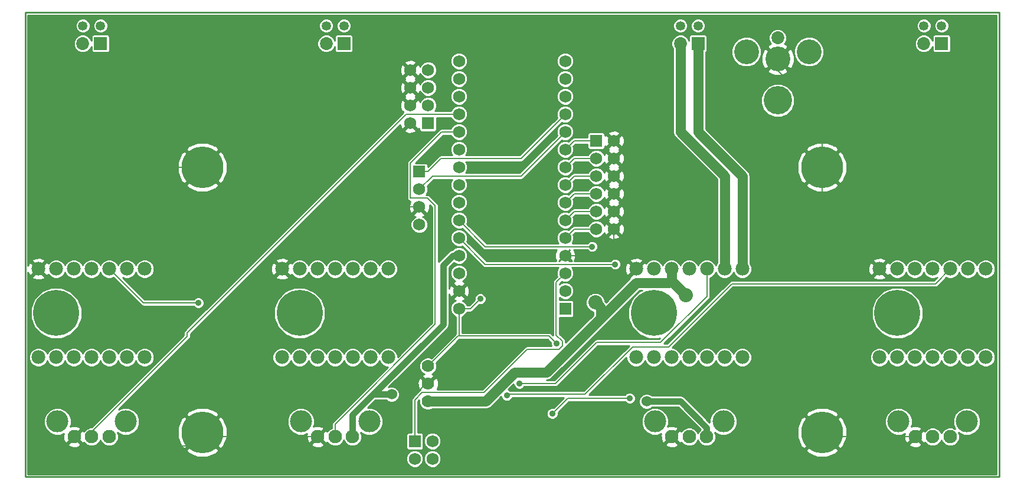
<source format=gtl>
G04 (created by PCBNEW-RS274X (2010-00-09 BZR 23xx)-stable) date Thu 14 Jul 2011 05:09:27 PM PDT*
G01*
G70*
G90*
%MOIN*%
G04 Gerber Fmt 3.4, Leading zero omitted, Abs format*
%FSLAX34Y34*%
G04 APERTURE LIST*
%ADD10C,0.006000*%
%ADD11C,0.009000*%
%ADD12C,0.076000*%
%ADD13C,0.125000*%
%ADD14R,0.069000X0.069000*%
%ADD15C,0.069000*%
%ADD16C,0.070000*%
%ADD17C,0.236000*%
%ADD18C,0.078000*%
%ADD19C,0.260000*%
%ADD20C,0.073000*%
%ADD21R,0.073000X0.073000*%
%ADD22C,0.053000*%
%ADD23C,0.140000*%
%ADD24C,0.160000*%
%ADD25C,0.060000*%
%ADD26C,0.036000*%
%ADD27C,0.035000*%
%ADD28C,0.080000*%
%ADD29C,0.036000*%
%ADD30C,0.008000*%
%ADD31C,0.056000*%
%ADD32C,0.010000*%
G04 APERTURE END LIST*
G54D10*
G54D11*
X30500Y-55750D02*
X30500Y-29500D01*
X85500Y-55750D02*
X30500Y-55750D01*
X85500Y-29500D02*
X85500Y-55750D01*
X30500Y-29500D02*
X85500Y-29500D01*
G54D12*
X33266Y-53500D03*
X34250Y-53500D03*
X35234Y-53500D03*
G54D13*
X32320Y-52634D03*
X36180Y-52634D03*
G54D12*
X80766Y-53500D03*
X81750Y-53500D03*
X82734Y-53500D03*
G54D13*
X79820Y-52634D03*
X83680Y-52634D03*
G54D12*
X67016Y-53500D03*
X68000Y-53500D03*
X68984Y-53500D03*
G54D13*
X66070Y-52634D03*
X69930Y-52634D03*
G54D12*
X47016Y-53500D03*
X48000Y-53500D03*
X48984Y-53500D03*
G54D13*
X46070Y-52634D03*
X49930Y-52634D03*
G54D14*
X61000Y-46250D03*
G54D15*
X61000Y-45250D03*
X61000Y-44250D03*
X61000Y-43250D03*
X61000Y-42250D03*
X61000Y-41250D03*
X61000Y-40250D03*
X61000Y-39250D03*
X61000Y-38250D03*
X61000Y-37250D03*
X61000Y-36250D03*
X61000Y-35250D03*
X61000Y-34250D03*
X61000Y-33250D03*
X61000Y-32250D03*
X55000Y-32250D03*
X55000Y-33250D03*
X55000Y-34250D03*
X55000Y-35250D03*
X55000Y-36250D03*
X55000Y-37250D03*
X55000Y-38250D03*
X55000Y-39250D03*
X55000Y-40250D03*
X55000Y-41250D03*
X55000Y-42250D03*
X55000Y-43250D03*
X55000Y-44250D03*
X55000Y-45250D03*
X55000Y-46250D03*
G54D16*
X53250Y-51500D03*
X53250Y-50500D03*
X53250Y-49500D03*
G54D14*
X52500Y-53750D03*
G54D15*
X53500Y-53750D03*
X52500Y-54750D03*
X53500Y-54750D03*
G54D14*
X52750Y-38500D03*
G54D15*
X52750Y-39500D03*
X52750Y-40500D03*
X52750Y-41500D03*
G54D17*
X75500Y-38250D03*
X40500Y-53250D03*
X75500Y-53250D03*
X40500Y-38250D03*
G54D18*
X34250Y-44000D03*
X35250Y-44000D03*
X36250Y-44000D03*
X37250Y-44000D03*
X33250Y-44000D03*
X31250Y-44000D03*
G54D19*
X32250Y-46500D03*
G54D18*
X32250Y-44000D03*
X31250Y-49000D03*
X32250Y-49000D03*
X33250Y-49000D03*
X34250Y-49000D03*
X35250Y-49000D03*
X36250Y-49000D03*
X37250Y-49000D03*
X81750Y-44000D03*
X82750Y-44000D03*
X83750Y-44000D03*
X84750Y-44000D03*
X80750Y-44000D03*
X78750Y-44000D03*
G54D19*
X79750Y-46500D03*
G54D18*
X79750Y-44000D03*
X78750Y-49000D03*
X79750Y-49000D03*
X80750Y-49000D03*
X81750Y-49000D03*
X82750Y-49000D03*
X83750Y-49000D03*
X84750Y-49000D03*
X68000Y-44000D03*
X69000Y-44000D03*
X70000Y-44000D03*
X71000Y-44000D03*
X67000Y-44000D03*
X65000Y-44000D03*
G54D19*
X66000Y-46500D03*
G54D18*
X66000Y-44000D03*
X65000Y-49000D03*
X66000Y-49000D03*
X67000Y-49000D03*
X68000Y-49000D03*
X69000Y-49000D03*
X70000Y-49000D03*
X71000Y-49000D03*
X48000Y-44000D03*
X49000Y-44000D03*
X50000Y-44000D03*
X51000Y-44000D03*
X47000Y-44000D03*
X45000Y-44000D03*
G54D19*
X46000Y-46500D03*
G54D18*
X46000Y-44000D03*
X45000Y-49000D03*
X46000Y-49000D03*
X47000Y-49000D03*
X48000Y-49000D03*
X49000Y-49000D03*
X50000Y-49000D03*
X51000Y-49000D03*
G54D20*
X81250Y-31250D03*
G54D21*
X82250Y-31250D03*
G54D22*
X82250Y-30250D03*
X81250Y-30250D03*
G54D20*
X47500Y-31250D03*
G54D21*
X48500Y-31250D03*
G54D22*
X48500Y-30250D03*
X47500Y-30250D03*
G54D20*
X67500Y-31250D03*
G54D21*
X68500Y-31250D03*
G54D22*
X68500Y-30250D03*
X67500Y-30250D03*
G54D20*
X33750Y-31250D03*
G54D21*
X34750Y-31250D03*
G54D22*
X34750Y-30250D03*
X33750Y-30250D03*
G54D14*
X53250Y-35750D03*
G54D15*
X52250Y-35750D03*
X53250Y-34750D03*
X52250Y-34750D03*
X53250Y-33750D03*
X52250Y-33750D03*
X53250Y-32750D03*
X52250Y-32750D03*
G54D14*
X62750Y-36750D03*
G54D15*
X63750Y-36750D03*
X62750Y-37750D03*
X63750Y-37750D03*
X62750Y-38750D03*
X63750Y-38750D03*
X62750Y-39750D03*
X63750Y-39750D03*
X62750Y-40750D03*
X63750Y-40750D03*
X62750Y-41750D03*
X63750Y-41750D03*
G54D20*
X73000Y-30930D03*
G54D23*
X73000Y-32110D03*
G54D24*
X73000Y-34470D03*
G54D23*
X71230Y-31720D03*
X74770Y-31720D03*
G54D25*
X65600Y-51500D03*
X51200Y-51100D03*
G54D26*
X40276Y-45922D03*
X57706Y-51159D03*
X58410Y-50480D03*
X60271Y-52188D03*
X64645Y-51317D03*
G54D27*
X62519Y-42741D03*
G54D26*
X63815Y-43739D03*
G54D27*
X63200Y-47700D03*
X63200Y-48800D03*
G54D28*
X62700Y-45900D03*
X67800Y-45500D03*
G54D26*
X56200Y-45700D03*
G54D27*
X60518Y-48230D03*
G54D29*
X68984Y-53500D02*
X68984Y-52984D01*
X67500Y-51500D02*
X65600Y-51500D01*
X68984Y-52984D02*
X67500Y-51500D01*
X48984Y-53500D02*
X48984Y-52255D01*
X48984Y-52255D02*
X50139Y-51100D01*
X50139Y-51100D02*
X51200Y-51100D01*
X55000Y-43250D02*
X54650Y-43250D01*
X54100Y-47139D02*
X48984Y-52255D01*
X54100Y-43800D02*
X54100Y-47139D01*
X54650Y-43250D02*
X54100Y-43800D01*
G54D30*
X37172Y-45922D02*
X35250Y-44000D01*
X40276Y-45922D02*
X37172Y-45922D01*
X51999Y-35250D02*
X55000Y-35250D01*
X39640Y-47609D02*
X51999Y-35250D01*
X39640Y-47834D02*
X39640Y-47609D01*
X34250Y-53224D02*
X39640Y-47834D01*
X34250Y-53500D02*
X34250Y-53224D01*
X48000Y-52782D02*
X48000Y-53500D01*
X53654Y-47128D02*
X48000Y-52782D01*
X53654Y-40437D02*
X53654Y-47128D01*
X53217Y-40000D02*
X53654Y-40437D01*
X52281Y-40000D02*
X53217Y-40000D01*
X52259Y-39978D02*
X52281Y-40000D01*
X52259Y-38016D02*
X52259Y-39978D01*
X54025Y-36250D02*
X52259Y-38016D01*
X55000Y-36250D02*
X54025Y-36250D01*
G54D31*
X68500Y-31250D02*
X68500Y-36250D01*
X71000Y-38750D02*
X71000Y-44000D01*
X68500Y-36250D02*
X71000Y-38750D01*
X67500Y-31250D02*
X67500Y-36250D01*
X70000Y-38750D02*
X70000Y-44000D01*
X67500Y-36250D02*
X70000Y-38750D01*
G54D30*
X57774Y-51091D02*
X57706Y-51159D01*
X62117Y-51091D02*
X57774Y-51091D01*
X64798Y-48410D02*
X62117Y-51091D01*
X66837Y-48410D02*
X64798Y-48410D01*
X70402Y-44845D02*
X66837Y-48410D01*
X81905Y-44845D02*
X70402Y-44845D01*
X82750Y-44000D02*
X81905Y-44845D01*
X60451Y-50479D02*
X58410Y-50480D01*
X62779Y-48151D02*
X60451Y-50479D01*
X66392Y-48151D02*
X62779Y-48151D01*
X69000Y-45543D02*
X66392Y-48151D01*
X69000Y-44000D02*
X69000Y-45543D01*
X61500Y-41750D02*
X61000Y-42250D01*
X62750Y-41750D02*
X61500Y-41750D01*
X61500Y-40750D02*
X61000Y-41250D01*
X62750Y-40750D02*
X61500Y-40750D01*
X58500Y-38750D02*
X61000Y-36250D01*
X53500Y-38750D02*
X58500Y-38750D01*
X52750Y-39500D02*
X53500Y-38750D01*
X58500Y-37750D02*
X61000Y-35250D01*
X53988Y-37750D02*
X58500Y-37750D01*
X53238Y-38500D02*
X53988Y-37750D01*
X52750Y-38500D02*
X53238Y-38500D01*
X61142Y-51317D02*
X64645Y-51317D01*
X60271Y-52188D02*
X61142Y-51317D01*
X56491Y-42741D02*
X62519Y-42741D01*
X55000Y-41250D02*
X56491Y-42741D01*
X56489Y-43739D02*
X63815Y-43739D01*
X55000Y-42250D02*
X56489Y-43739D01*
X60489Y-44761D02*
X61000Y-44250D01*
X60489Y-47750D02*
X60489Y-44761D01*
X60836Y-48097D02*
X60489Y-47750D01*
X60836Y-48363D02*
X60836Y-48097D01*
X60651Y-48548D02*
X60836Y-48363D01*
X58849Y-48548D02*
X60651Y-48548D01*
X56397Y-51000D02*
X58849Y-48548D01*
X52913Y-51000D02*
X56397Y-51000D01*
X52500Y-51413D02*
X52913Y-51000D01*
X52500Y-53750D02*
X52500Y-51413D01*
X61500Y-36750D02*
X61000Y-37250D01*
X62750Y-36750D02*
X61500Y-36750D01*
X61500Y-37750D02*
X61000Y-38250D01*
X62750Y-37750D02*
X61500Y-37750D01*
X61500Y-38750D02*
X61000Y-39250D01*
X62750Y-38750D02*
X61500Y-38750D01*
X61500Y-39750D02*
X61000Y-40250D01*
X62750Y-39750D02*
X61500Y-39750D01*
X73000Y-32110D02*
X73000Y-32800D01*
X75500Y-35300D02*
X75500Y-38250D01*
X73000Y-32800D02*
X75500Y-35300D01*
X75750Y-53500D02*
X80766Y-53500D01*
X75500Y-53250D02*
X75750Y-53500D01*
X75500Y-40750D02*
X75500Y-38250D01*
X78750Y-44000D02*
X75500Y-40750D01*
X37000Y-38250D02*
X40500Y-38250D01*
X31250Y-44000D02*
X37000Y-38250D01*
X63750Y-42931D02*
X63750Y-41750D01*
X63931Y-42931D02*
X65000Y-44000D01*
X63750Y-42931D02*
X63931Y-42931D01*
X51460Y-36540D02*
X52250Y-35750D01*
X51460Y-40500D02*
X51460Y-36540D01*
X52750Y-40500D02*
X51460Y-40500D01*
X48500Y-40500D02*
X45000Y-44000D01*
X51460Y-40500D02*
X48500Y-40500D01*
X52646Y-49994D02*
X53152Y-50500D01*
X52646Y-49156D02*
X52646Y-49994D01*
X54511Y-47291D02*
X52646Y-49156D01*
X54511Y-45739D02*
X54511Y-47291D01*
X55000Y-45250D02*
X54511Y-45739D01*
X53250Y-50500D02*
X53152Y-50500D01*
X47865Y-54349D02*
X47016Y-53500D01*
X49303Y-54349D02*
X47865Y-54349D01*
X53152Y-50500D02*
X49303Y-54349D01*
X40750Y-53500D02*
X47016Y-53500D01*
X40500Y-53250D02*
X40750Y-53500D01*
X33803Y-54037D02*
X33266Y-53500D01*
X39713Y-54037D02*
X33803Y-54037D01*
X40500Y-53250D02*
X39713Y-54037D01*
X74598Y-54152D02*
X75500Y-53250D01*
X67668Y-54152D02*
X74598Y-54152D01*
X67016Y-53500D02*
X67668Y-54152D01*
X63431Y-43250D02*
X63750Y-42931D01*
X61000Y-43250D02*
X63431Y-43250D01*
G54D31*
X62999Y-46799D02*
X62999Y-46199D01*
X62999Y-46199D02*
X62700Y-45900D01*
X67000Y-44000D02*
X67000Y-44700D01*
X67000Y-44700D02*
X67800Y-45500D01*
X67000Y-44611D02*
X67000Y-44000D01*
X66837Y-44774D02*
X67000Y-44611D01*
X65024Y-44774D02*
X66837Y-44774D01*
X59934Y-49864D02*
X62999Y-46799D01*
X62999Y-46799D02*
X65024Y-44774D01*
X58133Y-49864D02*
X59934Y-49864D01*
X56497Y-51500D02*
X58133Y-49864D01*
X53250Y-51500D02*
X56497Y-51500D01*
G54D30*
X55000Y-46250D02*
X55650Y-46250D01*
X55650Y-46250D02*
X56200Y-45700D01*
X55000Y-47802D02*
X55000Y-46250D01*
X54948Y-47802D02*
X55000Y-47802D01*
X53250Y-49500D02*
X54948Y-47802D01*
X60090Y-47802D02*
X60518Y-48230D01*
X55000Y-47802D02*
X60090Y-47802D01*
G54D32*
X30645Y-29645D02*
X85355Y-29645D01*
X30645Y-29725D02*
X85355Y-29725D01*
X30645Y-29805D02*
X85355Y-29805D01*
X30645Y-29885D02*
X33547Y-29885D01*
X33952Y-29885D02*
X34547Y-29885D01*
X34952Y-29885D02*
X47297Y-29885D01*
X47702Y-29885D02*
X48297Y-29885D01*
X48702Y-29885D02*
X67297Y-29885D01*
X67702Y-29885D02*
X68297Y-29885D01*
X68702Y-29885D02*
X81047Y-29885D01*
X81452Y-29885D02*
X82047Y-29885D01*
X82452Y-29885D02*
X85355Y-29885D01*
X30645Y-29965D02*
X33449Y-29965D01*
X34052Y-29965D02*
X34449Y-29965D01*
X35052Y-29965D02*
X47199Y-29965D01*
X47802Y-29965D02*
X48199Y-29965D01*
X48802Y-29965D02*
X67199Y-29965D01*
X67802Y-29965D02*
X68199Y-29965D01*
X68802Y-29965D02*
X80949Y-29965D01*
X81552Y-29965D02*
X81949Y-29965D01*
X82552Y-29965D02*
X85355Y-29965D01*
X30645Y-30045D02*
X33387Y-30045D01*
X34115Y-30045D02*
X34387Y-30045D01*
X35115Y-30045D02*
X47137Y-30045D01*
X47865Y-30045D02*
X48137Y-30045D01*
X48865Y-30045D02*
X67137Y-30045D01*
X67865Y-30045D02*
X68137Y-30045D01*
X68865Y-30045D02*
X80887Y-30045D01*
X81615Y-30045D02*
X81887Y-30045D01*
X82615Y-30045D02*
X85355Y-30045D01*
X30645Y-30125D02*
X33353Y-30125D01*
X34148Y-30125D02*
X34353Y-30125D01*
X35148Y-30125D02*
X47103Y-30125D01*
X47898Y-30125D02*
X48103Y-30125D01*
X48898Y-30125D02*
X67103Y-30125D01*
X67898Y-30125D02*
X68103Y-30125D01*
X68898Y-30125D02*
X80853Y-30125D01*
X81648Y-30125D02*
X81853Y-30125D01*
X82648Y-30125D02*
X85355Y-30125D01*
X30645Y-30205D02*
X33335Y-30205D01*
X34165Y-30205D02*
X34335Y-30205D01*
X35165Y-30205D02*
X47085Y-30205D01*
X47915Y-30205D02*
X48085Y-30205D01*
X48915Y-30205D02*
X67085Y-30205D01*
X67915Y-30205D02*
X68085Y-30205D01*
X68915Y-30205D02*
X80835Y-30205D01*
X81665Y-30205D02*
X81835Y-30205D01*
X82665Y-30205D02*
X85355Y-30205D01*
X30645Y-30285D02*
X33335Y-30285D01*
X34165Y-30285D02*
X34335Y-30285D01*
X35165Y-30285D02*
X47085Y-30285D01*
X47915Y-30285D02*
X48085Y-30285D01*
X48915Y-30285D02*
X67085Y-30285D01*
X67915Y-30285D02*
X68085Y-30285D01*
X68915Y-30285D02*
X80835Y-30285D01*
X81665Y-30285D02*
X81835Y-30285D01*
X82665Y-30285D02*
X85355Y-30285D01*
X30645Y-30365D02*
X33348Y-30365D01*
X34151Y-30365D02*
X34348Y-30365D01*
X35151Y-30365D02*
X47098Y-30365D01*
X47901Y-30365D02*
X48098Y-30365D01*
X48901Y-30365D02*
X67098Y-30365D01*
X67901Y-30365D02*
X68098Y-30365D01*
X68901Y-30365D02*
X80848Y-30365D01*
X81651Y-30365D02*
X81848Y-30365D01*
X82651Y-30365D02*
X85355Y-30365D01*
X30645Y-30445D02*
X33381Y-30445D01*
X34117Y-30445D02*
X34381Y-30445D01*
X35117Y-30445D02*
X47131Y-30445D01*
X47867Y-30445D02*
X48131Y-30445D01*
X48867Y-30445D02*
X67131Y-30445D01*
X67867Y-30445D02*
X68131Y-30445D01*
X68867Y-30445D02*
X72826Y-30445D01*
X73175Y-30445D02*
X80881Y-30445D01*
X81617Y-30445D02*
X81881Y-30445D01*
X82617Y-30445D02*
X85355Y-30445D01*
X30645Y-30525D02*
X33438Y-30525D01*
X34061Y-30525D02*
X34438Y-30525D01*
X35061Y-30525D02*
X47188Y-30525D01*
X47811Y-30525D02*
X48188Y-30525D01*
X48811Y-30525D02*
X67188Y-30525D01*
X67811Y-30525D02*
X68188Y-30525D01*
X68811Y-30525D02*
X72677Y-30525D01*
X73323Y-30525D02*
X80938Y-30525D01*
X81561Y-30525D02*
X81938Y-30525D01*
X82561Y-30525D02*
X85355Y-30525D01*
X30645Y-30605D02*
X33524Y-30605D01*
X33977Y-30605D02*
X34524Y-30605D01*
X34977Y-30605D02*
X47274Y-30605D01*
X47727Y-30605D02*
X48274Y-30605D01*
X48727Y-30605D02*
X67274Y-30605D01*
X67727Y-30605D02*
X68274Y-30605D01*
X68727Y-30605D02*
X72597Y-30605D01*
X73403Y-30605D02*
X81024Y-30605D01*
X81477Y-30605D02*
X82024Y-30605D01*
X82477Y-30605D02*
X85355Y-30605D01*
X30645Y-30685D02*
X72545Y-30685D01*
X73456Y-30685D02*
X85355Y-30685D01*
X30645Y-30765D02*
X33576Y-30765D01*
X33925Y-30765D02*
X34294Y-30765D01*
X35206Y-30765D02*
X47326Y-30765D01*
X47675Y-30765D02*
X48044Y-30765D01*
X48956Y-30765D02*
X67326Y-30765D01*
X67675Y-30765D02*
X68044Y-30765D01*
X68956Y-30765D02*
X72511Y-30765D01*
X73489Y-30765D02*
X81076Y-30765D01*
X81425Y-30765D02*
X81794Y-30765D01*
X82706Y-30765D02*
X85355Y-30765D01*
X30645Y-30845D02*
X33427Y-30845D01*
X34073Y-30845D02*
X34241Y-30845D01*
X35260Y-30845D02*
X47177Y-30845D01*
X47823Y-30845D02*
X47991Y-30845D01*
X49010Y-30845D02*
X67177Y-30845D01*
X67823Y-30845D02*
X67991Y-30845D01*
X69010Y-30845D02*
X72485Y-30845D01*
X73515Y-30845D02*
X80927Y-30845D01*
X81573Y-30845D02*
X81741Y-30845D01*
X82760Y-30845D02*
X85355Y-30845D01*
X30645Y-30925D02*
X33347Y-30925D01*
X34153Y-30925D02*
X34236Y-30925D01*
X35264Y-30925D02*
X47097Y-30925D01*
X47903Y-30925D02*
X47986Y-30925D01*
X49014Y-30925D02*
X67097Y-30925D01*
X67903Y-30925D02*
X67986Y-30925D01*
X69014Y-30925D02*
X70929Y-30925D01*
X71532Y-30925D02*
X72485Y-30925D01*
X73515Y-30925D02*
X74469Y-30925D01*
X75072Y-30925D02*
X80847Y-30925D01*
X81653Y-30925D02*
X81736Y-30925D01*
X82764Y-30925D02*
X85355Y-30925D01*
X30645Y-31005D02*
X33295Y-31005D01*
X34207Y-31005D02*
X34236Y-31005D01*
X35264Y-31005D02*
X47045Y-31005D01*
X47957Y-31005D02*
X47986Y-31005D01*
X49014Y-31005D02*
X67045Y-31005D01*
X67957Y-31005D02*
X67986Y-31005D01*
X69014Y-31005D02*
X70744Y-31005D01*
X71717Y-31005D02*
X72485Y-31005D01*
X73515Y-31005D02*
X74284Y-31005D01*
X75257Y-31005D02*
X80795Y-31005D01*
X81707Y-31005D02*
X81736Y-31005D01*
X82764Y-31005D02*
X85355Y-31005D01*
X30645Y-31085D02*
X33261Y-31085D01*
X35264Y-31085D02*
X47011Y-31085D01*
X49014Y-31085D02*
X67011Y-31085D01*
X69014Y-31085D02*
X70664Y-31085D01*
X71797Y-31085D02*
X72506Y-31085D01*
X73493Y-31085D02*
X74204Y-31085D01*
X75337Y-31085D02*
X80761Y-31085D01*
X82764Y-31085D02*
X85355Y-31085D01*
X30645Y-31165D02*
X33235Y-31165D01*
X35264Y-31165D02*
X46985Y-31165D01*
X49014Y-31165D02*
X66985Y-31165D01*
X69014Y-31165D02*
X70584Y-31165D01*
X71877Y-31165D02*
X72539Y-31165D01*
X73459Y-31165D02*
X74124Y-31165D01*
X75417Y-31165D02*
X80735Y-31165D01*
X82764Y-31165D02*
X85355Y-31165D01*
X30645Y-31245D02*
X33235Y-31245D01*
X35264Y-31245D02*
X46985Y-31245D01*
X49014Y-31245D02*
X66985Y-31245D01*
X69014Y-31245D02*
X70508Y-31245D01*
X71954Y-31245D02*
X72587Y-31245D01*
X73412Y-31245D02*
X74048Y-31245D01*
X75494Y-31245D02*
X80735Y-31245D01*
X82764Y-31245D02*
X85355Y-31245D01*
X30645Y-31325D02*
X33235Y-31325D01*
X35264Y-31325D02*
X46985Y-31325D01*
X49014Y-31325D02*
X66985Y-31325D01*
X69014Y-31325D02*
X70474Y-31325D01*
X71987Y-31325D02*
X72477Y-31325D01*
X73524Y-31325D02*
X74014Y-31325D01*
X75527Y-31325D02*
X80735Y-31325D01*
X82764Y-31325D02*
X85355Y-31325D01*
X30645Y-31405D02*
X33256Y-31405D01*
X35264Y-31405D02*
X47006Y-31405D01*
X49014Y-31405D02*
X67006Y-31405D01*
X69014Y-31405D02*
X70441Y-31405D01*
X72020Y-31405D02*
X72433Y-31405D01*
X73568Y-31405D02*
X73981Y-31405D01*
X75560Y-31405D02*
X80756Y-31405D01*
X82764Y-31405D02*
X85355Y-31405D01*
X30645Y-31485D02*
X33289Y-31485D01*
X34209Y-31485D02*
X34236Y-31485D01*
X35264Y-31485D02*
X47039Y-31485D01*
X47959Y-31485D02*
X47986Y-31485D01*
X49014Y-31485D02*
X67039Y-31485D01*
X69014Y-31485D02*
X70408Y-31485D01*
X72053Y-31485D02*
X72446Y-31485D01*
X73554Y-31485D02*
X73948Y-31485D01*
X75593Y-31485D02*
X80789Y-31485D01*
X81709Y-31485D02*
X81736Y-31485D01*
X82764Y-31485D02*
X85355Y-31485D01*
X30645Y-31565D02*
X33337Y-31565D01*
X34163Y-31565D02*
X34236Y-31565D01*
X35264Y-31565D02*
X47087Y-31565D01*
X47913Y-31565D02*
X47986Y-31565D01*
X49014Y-31565D02*
X67070Y-31565D01*
X69014Y-31565D02*
X70380Y-31565D01*
X72080Y-31565D02*
X72255Y-31565D01*
X72384Y-31565D02*
X72526Y-31565D01*
X73474Y-31565D02*
X73616Y-31565D01*
X73746Y-31565D02*
X73920Y-31565D01*
X75620Y-31565D02*
X80837Y-31565D01*
X81663Y-31565D02*
X81736Y-31565D01*
X82764Y-31565D02*
X85355Y-31565D01*
X30645Y-31645D02*
X33417Y-31645D01*
X34083Y-31645D02*
X34236Y-31645D01*
X35263Y-31645D02*
X47167Y-31645D01*
X47833Y-31645D02*
X47986Y-31645D01*
X49013Y-31645D02*
X67070Y-31645D01*
X69013Y-31645D02*
X70380Y-31645D01*
X72080Y-31645D02*
X72183Y-31645D01*
X72464Y-31645D02*
X72606Y-31645D01*
X73394Y-31645D02*
X73536Y-31645D01*
X73819Y-31645D02*
X73920Y-31645D01*
X75620Y-31645D02*
X80917Y-31645D01*
X81583Y-31645D02*
X81736Y-31645D01*
X82763Y-31645D02*
X85355Y-31645D01*
X30645Y-31725D02*
X33551Y-31725D01*
X33948Y-31725D02*
X34284Y-31725D01*
X35216Y-31725D02*
X47301Y-31725D01*
X47698Y-31725D02*
X48034Y-31725D01*
X48966Y-31725D02*
X67070Y-31725D01*
X68966Y-31725D02*
X70380Y-31725D01*
X72080Y-31725D02*
X72151Y-31725D01*
X72544Y-31725D02*
X72686Y-31725D01*
X73314Y-31725D02*
X73456Y-31725D01*
X73852Y-31725D02*
X73920Y-31725D01*
X75620Y-31725D02*
X81051Y-31725D01*
X81448Y-31725D02*
X81784Y-31725D01*
X82716Y-31725D02*
X85355Y-31725D01*
X30645Y-31805D02*
X54784Y-31805D01*
X55218Y-31805D02*
X60784Y-31805D01*
X61218Y-31805D02*
X67070Y-31805D01*
X68930Y-31805D02*
X70380Y-31805D01*
X72080Y-31805D02*
X72119Y-31805D01*
X72624Y-31805D02*
X72766Y-31805D01*
X73234Y-31805D02*
X73376Y-31805D01*
X73886Y-31805D02*
X73920Y-31805D01*
X75620Y-31805D02*
X85355Y-31805D01*
X30645Y-31885D02*
X54666Y-31885D01*
X55334Y-31885D02*
X60666Y-31885D01*
X61334Y-31885D02*
X67070Y-31885D01*
X68930Y-31885D02*
X70380Y-31885D01*
X72080Y-31885D02*
X72087Y-31885D01*
X72704Y-31885D02*
X72846Y-31885D01*
X73154Y-31885D02*
X73296Y-31885D01*
X73919Y-31885D02*
X73920Y-31885D01*
X75620Y-31885D02*
X85355Y-31885D01*
X30645Y-31965D02*
X54586Y-31965D01*
X55414Y-31965D02*
X60586Y-31965D01*
X61414Y-31965D02*
X67070Y-31965D01*
X68930Y-31965D02*
X70411Y-31965D01*
X72048Y-31965D02*
X72066Y-31965D01*
X72784Y-31965D02*
X72926Y-31965D01*
X73074Y-31965D02*
X73216Y-31965D01*
X73931Y-31965D02*
X73951Y-31965D01*
X75588Y-31965D02*
X85355Y-31965D01*
X30645Y-32045D02*
X54550Y-32045D01*
X55450Y-32045D02*
X60550Y-32045D01*
X61450Y-32045D02*
X67070Y-32045D01*
X68930Y-32045D02*
X70444Y-32045D01*
X72015Y-32045D02*
X72067Y-32045D01*
X72864Y-32045D02*
X73136Y-32045D01*
X73932Y-32045D02*
X73984Y-32045D01*
X75555Y-32045D02*
X85355Y-32045D01*
X30645Y-32125D02*
X54517Y-32125D01*
X55483Y-32125D02*
X60517Y-32125D01*
X61483Y-32125D02*
X67070Y-32125D01*
X68930Y-32125D02*
X70477Y-32125D01*
X71982Y-32125D02*
X72068Y-32125D01*
X72914Y-32125D02*
X73086Y-32125D01*
X73933Y-32125D02*
X74017Y-32125D01*
X75522Y-32125D02*
X85355Y-32125D01*
X30645Y-32205D02*
X52030Y-32205D01*
X52458Y-32205D02*
X54506Y-32205D01*
X55494Y-32205D02*
X60506Y-32205D01*
X61494Y-32205D02*
X67070Y-32205D01*
X68930Y-32205D02*
X70513Y-32205D01*
X71946Y-32205D02*
X72068Y-32205D01*
X72834Y-32205D02*
X72976Y-32205D01*
X73024Y-32205D02*
X73166Y-32205D01*
X73934Y-32205D02*
X74053Y-32205D01*
X75486Y-32205D02*
X85355Y-32205D01*
X30645Y-32285D02*
X51929Y-32285D01*
X52572Y-32285D02*
X53082Y-32285D01*
X53419Y-32285D02*
X54506Y-32285D01*
X55494Y-32285D02*
X60506Y-32285D01*
X61494Y-32285D02*
X67070Y-32285D01*
X68930Y-32285D02*
X70593Y-32285D01*
X71866Y-32285D02*
X72069Y-32285D01*
X72754Y-32285D02*
X72896Y-32285D01*
X73104Y-32285D02*
X73246Y-32285D01*
X73933Y-32285D02*
X74133Y-32285D01*
X75406Y-32285D02*
X85355Y-32285D01*
X30645Y-32365D02*
X51936Y-32365D01*
X52564Y-32365D02*
X52936Y-32365D01*
X53564Y-32365D02*
X54513Y-32365D01*
X55487Y-32365D02*
X60513Y-32365D01*
X61487Y-32365D02*
X67070Y-32365D01*
X68930Y-32365D02*
X70673Y-32365D01*
X71786Y-32365D02*
X72094Y-32365D01*
X72674Y-32365D02*
X72816Y-32365D01*
X73184Y-32365D02*
X73326Y-32365D01*
X73901Y-32365D02*
X74213Y-32365D01*
X75326Y-32365D02*
X85355Y-32365D01*
X30645Y-32445D02*
X51741Y-32445D01*
X51874Y-32445D02*
X52016Y-32445D01*
X52484Y-32445D02*
X52626Y-32445D01*
X52760Y-32445D02*
X52856Y-32445D01*
X53644Y-32445D02*
X54545Y-32445D01*
X55454Y-32445D02*
X60545Y-32445D01*
X61454Y-32445D02*
X67070Y-32445D01*
X68930Y-32445D02*
X70760Y-32445D01*
X71700Y-32445D02*
X72127Y-32445D01*
X72594Y-32445D02*
X72736Y-32445D01*
X73264Y-32445D02*
X73406Y-32445D01*
X73869Y-32445D02*
X74300Y-32445D01*
X75240Y-32445D02*
X85355Y-32445D01*
X30645Y-32525D02*
X51712Y-32525D01*
X51954Y-32525D02*
X52096Y-32525D01*
X52404Y-32525D02*
X52546Y-32525D01*
X52793Y-32525D02*
X52808Y-32525D01*
X53692Y-32525D02*
X54578Y-32525D01*
X55421Y-32525D02*
X60578Y-32525D01*
X61421Y-32525D02*
X67070Y-32525D01*
X68930Y-32525D02*
X70952Y-32525D01*
X71506Y-32525D02*
X72160Y-32525D01*
X72514Y-32525D02*
X72656Y-32525D01*
X73344Y-32525D02*
X73486Y-32525D01*
X73837Y-32525D02*
X74492Y-32525D01*
X75046Y-32525D02*
X85355Y-32525D01*
X30645Y-32605D02*
X51683Y-32605D01*
X52034Y-32605D02*
X52176Y-32605D01*
X52324Y-32605D02*
X52466Y-32605D01*
X53725Y-32605D02*
X54656Y-32605D01*
X55344Y-32605D02*
X60656Y-32605D01*
X61344Y-32605D02*
X67070Y-32605D01*
X68930Y-32605D02*
X72193Y-32605D01*
X72434Y-32605D02*
X72576Y-32605D01*
X73424Y-32605D02*
X73566Y-32605D01*
X73805Y-32605D02*
X85355Y-32605D01*
X30645Y-32685D02*
X51663Y-32685D01*
X52114Y-32685D02*
X52386Y-32685D01*
X53744Y-32685D02*
X54758Y-32685D01*
X55241Y-32685D02*
X60758Y-32685D01*
X61241Y-32685D02*
X67070Y-32685D01*
X68930Y-32685D02*
X72308Y-32685D01*
X72354Y-32685D02*
X72496Y-32685D01*
X73504Y-32685D02*
X73646Y-32685D01*
X73691Y-32685D02*
X85355Y-32685D01*
X30645Y-32765D02*
X51666Y-32765D01*
X52164Y-32765D02*
X52336Y-32765D01*
X53744Y-32765D02*
X54880Y-32765D01*
X55121Y-32765D02*
X60880Y-32765D01*
X61121Y-32765D02*
X67070Y-32765D01*
X68930Y-32765D02*
X72416Y-32765D01*
X73584Y-32765D02*
X85355Y-32765D01*
X30645Y-32845D02*
X51669Y-32845D01*
X52084Y-32845D02*
X52226Y-32845D01*
X52274Y-32845D02*
X52416Y-32845D01*
X53744Y-32845D02*
X54706Y-32845D01*
X55294Y-32845D02*
X60706Y-32845D01*
X61294Y-32845D02*
X67070Y-32845D01*
X68930Y-32845D02*
X72449Y-32845D01*
X73550Y-32845D02*
X85355Y-32845D01*
X30645Y-32925D02*
X51685Y-32925D01*
X52004Y-32925D02*
X52146Y-32925D01*
X52354Y-32925D02*
X52496Y-32925D01*
X53712Y-32925D02*
X54626Y-32925D01*
X55374Y-32925D02*
X60626Y-32925D01*
X61374Y-32925D02*
X67070Y-32925D01*
X68930Y-32925D02*
X72528Y-32925D01*
X73473Y-32925D02*
X85355Y-32925D01*
X30645Y-33005D02*
X51719Y-33005D01*
X51924Y-33005D02*
X52066Y-33005D01*
X52434Y-33005D02*
X52576Y-33005D01*
X52776Y-33005D02*
X52820Y-33005D01*
X53679Y-33005D02*
X54567Y-33005D01*
X55434Y-33005D02*
X60567Y-33005D01*
X61434Y-33005D02*
X67070Y-33005D01*
X68930Y-33005D02*
X72729Y-33005D01*
X73281Y-33005D02*
X85355Y-33005D01*
X30645Y-33085D02*
X51827Y-33085D01*
X51844Y-33085D02*
X51986Y-33085D01*
X52514Y-33085D02*
X52656Y-33085D01*
X52672Y-33085D02*
X52886Y-33085D01*
X53614Y-33085D02*
X54534Y-33085D01*
X55467Y-33085D02*
X60534Y-33085D01*
X61467Y-33085D02*
X67070Y-33085D01*
X68930Y-33085D02*
X85355Y-33085D01*
X30645Y-33165D02*
X51912Y-33165D01*
X52587Y-33165D02*
X52966Y-33165D01*
X53534Y-33165D02*
X54506Y-33165D01*
X55494Y-33165D02*
X60506Y-33165D01*
X61494Y-33165D02*
X67070Y-33165D01*
X68930Y-33165D02*
X85355Y-33165D01*
X30645Y-33245D02*
X51937Y-33245D01*
X52561Y-33245D02*
X54506Y-33245D01*
X55494Y-33245D02*
X60506Y-33245D01*
X61494Y-33245D02*
X67070Y-33245D01*
X68930Y-33245D02*
X85355Y-33245D01*
X30645Y-33325D02*
X51916Y-33325D01*
X52585Y-33325D02*
X52985Y-33325D01*
X53516Y-33325D02*
X54506Y-33325D01*
X55494Y-33325D02*
X60506Y-33325D01*
X61494Y-33325D02*
X67070Y-33325D01*
X68930Y-33325D02*
X85355Y-33325D01*
X30645Y-33405D02*
X51976Y-33405D01*
X52524Y-33405D02*
X52896Y-33405D01*
X53604Y-33405D02*
X54529Y-33405D01*
X55470Y-33405D02*
X60529Y-33405D01*
X61470Y-33405D02*
X67070Y-33405D01*
X68930Y-33405D02*
X85355Y-33405D01*
X30645Y-33485D02*
X51727Y-33485D01*
X51914Y-33485D02*
X52056Y-33485D01*
X52444Y-33485D02*
X52586Y-33485D01*
X52776Y-33485D02*
X52825Y-33485D01*
X53676Y-33485D02*
X54562Y-33485D01*
X55437Y-33485D02*
X60562Y-33485D01*
X61437Y-33485D02*
X67070Y-33485D01*
X68930Y-33485D02*
X85355Y-33485D01*
X30645Y-33565D02*
X51697Y-33565D01*
X51994Y-33565D02*
X52136Y-33565D01*
X52364Y-33565D02*
X52506Y-33565D01*
X53709Y-33565D02*
X54616Y-33565D01*
X55384Y-33565D02*
X60616Y-33565D01*
X61384Y-33565D02*
X67070Y-33565D01*
X68930Y-33565D02*
X72703Y-33565D01*
X73299Y-33565D02*
X85355Y-33565D01*
X30645Y-33645D02*
X51668Y-33645D01*
X52074Y-33645D02*
X52216Y-33645D01*
X52284Y-33645D02*
X52426Y-33645D01*
X53742Y-33645D02*
X54696Y-33645D01*
X55304Y-33645D02*
X60696Y-33645D01*
X61304Y-33645D02*
X67070Y-33645D01*
X68930Y-33645D02*
X72510Y-33645D01*
X73491Y-33645D02*
X85355Y-33645D01*
X30645Y-33725D02*
X51664Y-33725D01*
X52154Y-33725D02*
X52346Y-33725D01*
X53744Y-33725D02*
X54855Y-33725D01*
X55144Y-33725D02*
X60855Y-33725D01*
X61144Y-33725D02*
X67070Y-33725D01*
X68930Y-33725D02*
X72402Y-33725D01*
X73599Y-33725D02*
X85355Y-33725D01*
X30645Y-33805D02*
X51668Y-33805D01*
X52124Y-33805D02*
X52376Y-33805D01*
X53744Y-33805D02*
X54783Y-33805D01*
X55218Y-33805D02*
X60783Y-33805D01*
X61218Y-33805D02*
X67070Y-33805D01*
X68930Y-33805D02*
X72321Y-33805D01*
X73679Y-33805D02*
X85355Y-33805D01*
X30645Y-33885D02*
X51671Y-33885D01*
X52044Y-33885D02*
X52186Y-33885D01*
X52314Y-33885D02*
X52456Y-33885D01*
X53729Y-33885D02*
X54666Y-33885D01*
X55334Y-33885D02*
X60666Y-33885D01*
X61334Y-33885D02*
X67070Y-33885D01*
X68930Y-33885D02*
X72241Y-33885D01*
X73759Y-33885D02*
X85355Y-33885D01*
X30645Y-33965D02*
X51702Y-33965D01*
X51964Y-33965D02*
X52106Y-33965D01*
X52394Y-33965D02*
X52536Y-33965D01*
X52791Y-33965D02*
X52803Y-33965D01*
X53695Y-33965D02*
X54586Y-33965D01*
X55414Y-33965D02*
X60586Y-33965D01*
X61414Y-33965D02*
X67070Y-33965D01*
X68930Y-33965D02*
X72181Y-33965D01*
X73820Y-33965D02*
X85355Y-33965D01*
X30645Y-34045D02*
X51736Y-34045D01*
X51884Y-34045D02*
X52026Y-34045D01*
X52474Y-34045D02*
X52616Y-34045D01*
X52762Y-34045D02*
X52846Y-34045D01*
X53654Y-34045D02*
X54550Y-34045D01*
X55450Y-34045D02*
X60550Y-34045D01*
X61450Y-34045D02*
X67070Y-34045D01*
X68930Y-34045D02*
X72148Y-34045D01*
X73853Y-34045D02*
X85355Y-34045D01*
X30645Y-34125D02*
X51946Y-34125D01*
X52554Y-34125D02*
X52926Y-34125D01*
X53574Y-34125D02*
X54517Y-34125D01*
X55483Y-34125D02*
X60517Y-34125D01*
X61483Y-34125D02*
X67070Y-34125D01*
X68930Y-34125D02*
X72115Y-34125D01*
X73886Y-34125D02*
X85355Y-34125D01*
X30645Y-34205D02*
X51925Y-34205D01*
X52574Y-34205D02*
X53056Y-34205D01*
X53442Y-34205D02*
X54506Y-34205D01*
X55494Y-34205D02*
X60506Y-34205D01*
X61494Y-34205D02*
X67070Y-34205D01*
X68930Y-34205D02*
X72082Y-34205D01*
X73919Y-34205D02*
X85355Y-34205D01*
X30645Y-34285D02*
X51928Y-34285D01*
X52572Y-34285D02*
X53082Y-34285D01*
X53419Y-34285D02*
X54506Y-34285D01*
X55494Y-34285D02*
X60506Y-34285D01*
X61494Y-34285D02*
X67070Y-34285D01*
X68930Y-34285D02*
X72050Y-34285D01*
X73950Y-34285D02*
X85355Y-34285D01*
X30645Y-34365D02*
X51936Y-34365D01*
X52564Y-34365D02*
X52936Y-34365D01*
X53564Y-34365D02*
X54513Y-34365D01*
X55487Y-34365D02*
X60513Y-34365D01*
X61487Y-34365D02*
X67070Y-34365D01*
X68930Y-34365D02*
X72050Y-34365D01*
X73950Y-34365D02*
X85355Y-34365D01*
X30645Y-34445D02*
X51741Y-34445D01*
X51874Y-34445D02*
X52016Y-34445D01*
X52484Y-34445D02*
X52626Y-34445D01*
X52760Y-34445D02*
X52856Y-34445D01*
X53644Y-34445D02*
X54545Y-34445D01*
X55454Y-34445D02*
X60545Y-34445D01*
X61454Y-34445D02*
X67070Y-34445D01*
X68930Y-34445D02*
X72050Y-34445D01*
X73950Y-34445D02*
X85355Y-34445D01*
X30645Y-34525D02*
X51712Y-34525D01*
X51954Y-34525D02*
X52096Y-34525D01*
X52404Y-34525D02*
X52546Y-34525D01*
X52793Y-34525D02*
X52808Y-34525D01*
X53692Y-34525D02*
X54578Y-34525D01*
X55421Y-34525D02*
X60578Y-34525D01*
X61421Y-34525D02*
X67070Y-34525D01*
X68930Y-34525D02*
X72050Y-34525D01*
X73950Y-34525D02*
X85355Y-34525D01*
X30645Y-34605D02*
X51683Y-34605D01*
X52034Y-34605D02*
X52176Y-34605D01*
X52324Y-34605D02*
X52466Y-34605D01*
X53725Y-34605D02*
X54656Y-34605D01*
X55344Y-34605D02*
X60656Y-34605D01*
X61344Y-34605D02*
X67070Y-34605D01*
X68930Y-34605D02*
X72050Y-34605D01*
X73950Y-34605D02*
X85355Y-34605D01*
X30645Y-34685D02*
X51663Y-34685D01*
X52114Y-34685D02*
X52386Y-34685D01*
X53744Y-34685D02*
X54758Y-34685D01*
X55241Y-34685D02*
X60758Y-34685D01*
X61241Y-34685D02*
X67070Y-34685D01*
X68930Y-34685D02*
X72061Y-34685D01*
X73939Y-34685D02*
X85355Y-34685D01*
X30645Y-34765D02*
X51666Y-34765D01*
X52194Y-34765D02*
X52306Y-34765D01*
X53744Y-34765D02*
X54880Y-34765D01*
X55121Y-34765D02*
X60880Y-34765D01*
X61121Y-34765D02*
X67070Y-34765D01*
X68930Y-34765D02*
X72094Y-34765D01*
X73906Y-34765D02*
X85355Y-34765D01*
X30645Y-34845D02*
X51669Y-34845D01*
X53744Y-34845D02*
X54706Y-34845D01*
X55294Y-34845D02*
X60706Y-34845D01*
X61294Y-34845D02*
X67070Y-34845D01*
X68930Y-34845D02*
X72127Y-34845D01*
X73873Y-34845D02*
X85355Y-34845D01*
X30645Y-34925D02*
X51685Y-34925D01*
X53712Y-34925D02*
X54626Y-34925D01*
X55374Y-34925D02*
X60626Y-34925D01*
X61374Y-34925D02*
X67070Y-34925D01*
X68930Y-34925D02*
X72160Y-34925D01*
X73839Y-34925D02*
X85355Y-34925D01*
X30645Y-35005D02*
X51719Y-35005D01*
X53679Y-35005D02*
X54567Y-35005D01*
X55434Y-35005D02*
X60567Y-35005D01*
X61434Y-35005D02*
X67070Y-35005D01*
X68930Y-35005D02*
X72193Y-35005D01*
X73806Y-35005D02*
X85355Y-35005D01*
X30645Y-35085D02*
X51827Y-35085D01*
X55467Y-35085D02*
X60534Y-35085D01*
X61467Y-35085D02*
X67070Y-35085D01*
X68930Y-35085D02*
X72271Y-35085D01*
X73728Y-35085D02*
X85355Y-35085D01*
X30645Y-35165D02*
X51815Y-35165D01*
X55494Y-35165D02*
X60506Y-35165D01*
X61494Y-35165D02*
X67070Y-35165D01*
X68930Y-35165D02*
X72351Y-35165D01*
X73648Y-35165D02*
X85355Y-35165D01*
X30645Y-35245D02*
X51735Y-35245D01*
X55494Y-35245D02*
X60506Y-35245D01*
X61494Y-35245D02*
X67070Y-35245D01*
X68930Y-35245D02*
X72431Y-35245D01*
X73568Y-35245D02*
X85355Y-35245D01*
X30645Y-35325D02*
X51655Y-35325D01*
X55494Y-35325D02*
X60506Y-35325D01*
X61494Y-35325D02*
X67070Y-35325D01*
X68930Y-35325D02*
X72581Y-35325D01*
X73418Y-35325D02*
X85355Y-35325D01*
X30645Y-35405D02*
X51575Y-35405D01*
X55470Y-35405D02*
X60529Y-35405D01*
X61470Y-35405D02*
X67070Y-35405D01*
X68930Y-35405D02*
X72773Y-35405D01*
X73224Y-35405D02*
X85355Y-35405D01*
X30645Y-35485D02*
X51495Y-35485D01*
X53744Y-35485D02*
X54562Y-35485D01*
X55437Y-35485D02*
X60496Y-35485D01*
X61437Y-35485D02*
X67070Y-35485D01*
X68930Y-35485D02*
X85355Y-35485D01*
X30645Y-35565D02*
X51415Y-35565D01*
X53744Y-35565D02*
X54616Y-35565D01*
X55384Y-35565D02*
X60416Y-35565D01*
X61384Y-35565D02*
X67070Y-35565D01*
X68930Y-35565D02*
X85355Y-35565D01*
X30645Y-35645D02*
X51335Y-35645D01*
X53744Y-35645D02*
X54696Y-35645D01*
X55304Y-35645D02*
X60336Y-35645D01*
X61304Y-35645D02*
X67070Y-35645D01*
X68930Y-35645D02*
X85355Y-35645D01*
X30645Y-35725D02*
X51255Y-35725D01*
X52204Y-35725D02*
X52296Y-35725D01*
X53744Y-35725D02*
X54855Y-35725D01*
X55144Y-35725D02*
X60256Y-35725D01*
X60793Y-35725D02*
X60854Y-35725D01*
X61144Y-35725D02*
X67070Y-35725D01*
X68930Y-35725D02*
X85355Y-35725D01*
X30645Y-35805D02*
X51175Y-35805D01*
X52124Y-35805D02*
X52376Y-35805D01*
X53744Y-35805D02*
X54784Y-35805D01*
X55218Y-35805D02*
X60176Y-35805D01*
X60713Y-35805D02*
X60784Y-35805D01*
X61218Y-35805D02*
X67070Y-35805D01*
X68930Y-35805D02*
X85355Y-35805D01*
X30645Y-35885D02*
X51095Y-35885D01*
X51631Y-35885D02*
X51671Y-35885D01*
X52044Y-35885D02*
X52186Y-35885D01*
X52314Y-35885D02*
X52456Y-35885D01*
X53744Y-35885D02*
X54666Y-35885D01*
X55334Y-35885D02*
X60096Y-35885D01*
X60633Y-35885D02*
X60666Y-35885D01*
X61334Y-35885D02*
X67070Y-35885D01*
X68930Y-35885D02*
X85355Y-35885D01*
X30645Y-35965D02*
X51015Y-35965D01*
X51551Y-35965D02*
X51702Y-35965D01*
X51964Y-35965D02*
X52106Y-35965D01*
X52394Y-35965D02*
X52536Y-35965D01*
X53744Y-35965D02*
X54586Y-35965D01*
X55414Y-35965D02*
X60016Y-35965D01*
X60553Y-35965D02*
X60586Y-35965D01*
X61414Y-35965D02*
X67070Y-35965D01*
X68930Y-35965D02*
X85355Y-35965D01*
X30645Y-36045D02*
X50935Y-36045D01*
X51471Y-36045D02*
X51736Y-36045D01*
X51884Y-36045D02*
X52026Y-36045D01*
X52474Y-36045D02*
X52616Y-36045D01*
X53744Y-36045D02*
X54550Y-36045D01*
X55450Y-36045D02*
X59936Y-36045D01*
X60473Y-36045D02*
X60550Y-36045D01*
X61450Y-36045D02*
X67070Y-36045D01*
X68930Y-36045D02*
X85355Y-36045D01*
X30645Y-36125D02*
X50855Y-36125D01*
X51391Y-36125D02*
X51946Y-36125D01*
X52554Y-36125D02*
X52756Y-36125D01*
X53743Y-36125D02*
X53881Y-36125D01*
X55483Y-36125D02*
X59856Y-36125D01*
X60393Y-36125D02*
X60517Y-36125D01*
X61483Y-36125D02*
X67070Y-36125D01*
X68984Y-36125D02*
X85355Y-36125D01*
X30645Y-36205D02*
X50775Y-36205D01*
X51311Y-36205D02*
X51925Y-36205D01*
X52574Y-36205D02*
X52804Y-36205D01*
X53696Y-36205D02*
X53801Y-36205D01*
X55494Y-36205D02*
X59776Y-36205D01*
X60313Y-36205D02*
X60506Y-36205D01*
X61494Y-36205D02*
X63530Y-36205D01*
X63958Y-36205D02*
X67070Y-36205D01*
X69064Y-36205D02*
X85355Y-36205D01*
X30645Y-36285D02*
X50695Y-36285D01*
X51231Y-36285D02*
X52015Y-36285D01*
X52493Y-36285D02*
X53721Y-36285D01*
X55494Y-36285D02*
X59696Y-36285D01*
X60233Y-36285D02*
X60506Y-36285D01*
X61494Y-36285D02*
X62314Y-36285D01*
X63186Y-36285D02*
X63429Y-36285D01*
X64072Y-36285D02*
X67077Y-36285D01*
X69144Y-36285D02*
X85355Y-36285D01*
X30645Y-36365D02*
X50615Y-36365D01*
X51151Y-36365D02*
X53641Y-36365D01*
X55487Y-36365D02*
X59616Y-36365D01*
X60153Y-36365D02*
X60512Y-36365D01*
X61487Y-36365D02*
X62261Y-36365D01*
X63240Y-36365D02*
X63436Y-36365D01*
X64064Y-36365D02*
X67093Y-36365D01*
X69224Y-36365D02*
X85355Y-36365D01*
X30645Y-36445D02*
X50535Y-36445D01*
X51071Y-36445D02*
X53561Y-36445D01*
X54098Y-36445D02*
X54545Y-36445D01*
X55454Y-36445D02*
X59536Y-36445D01*
X60073Y-36445D02*
X60536Y-36445D01*
X61454Y-36445D02*
X62256Y-36445D01*
X63374Y-36445D02*
X63516Y-36445D01*
X63984Y-36445D02*
X64126Y-36445D01*
X64260Y-36445D02*
X67123Y-36445D01*
X69304Y-36445D02*
X85355Y-36445D01*
X30645Y-36525D02*
X50455Y-36525D01*
X50991Y-36525D02*
X53481Y-36525D01*
X54018Y-36525D02*
X54578Y-36525D01*
X55421Y-36525D02*
X59456Y-36525D01*
X59993Y-36525D02*
X60456Y-36525D01*
X61421Y-36525D02*
X62256Y-36525D01*
X63454Y-36525D02*
X63596Y-36525D01*
X63904Y-36525D02*
X64046Y-36525D01*
X64293Y-36525D02*
X67176Y-36525D01*
X69384Y-36525D02*
X85355Y-36525D01*
X30645Y-36605D02*
X50375Y-36605D01*
X50911Y-36605D02*
X53401Y-36605D01*
X53938Y-36605D02*
X54656Y-36605D01*
X55344Y-36605D02*
X59376Y-36605D01*
X59913Y-36605D02*
X60376Y-36605D01*
X61344Y-36605D02*
X61382Y-36605D01*
X63534Y-36605D02*
X63676Y-36605D01*
X63824Y-36605D02*
X63966Y-36605D01*
X64327Y-36605D02*
X67247Y-36605D01*
X69464Y-36605D02*
X85355Y-36605D01*
X30645Y-36685D02*
X50295Y-36685D01*
X50831Y-36685D02*
X53321Y-36685D01*
X53858Y-36685D02*
X54758Y-36685D01*
X55241Y-36685D02*
X59296Y-36685D01*
X59833Y-36685D02*
X60296Y-36685D01*
X61241Y-36685D02*
X61297Y-36685D01*
X63614Y-36685D02*
X63886Y-36685D01*
X64332Y-36685D02*
X67327Y-36685D01*
X69544Y-36685D02*
X85355Y-36685D01*
X30645Y-36765D02*
X50215Y-36765D01*
X50751Y-36765D02*
X53241Y-36765D01*
X53778Y-36765D02*
X54881Y-36765D01*
X55121Y-36765D02*
X59216Y-36765D01*
X59753Y-36765D02*
X60216Y-36765D01*
X60753Y-36765D02*
X60881Y-36765D01*
X61121Y-36765D02*
X61217Y-36765D01*
X63664Y-36765D02*
X63836Y-36765D01*
X64335Y-36765D02*
X67407Y-36765D01*
X69624Y-36765D02*
X85355Y-36765D01*
X30645Y-36845D02*
X50135Y-36845D01*
X50671Y-36845D02*
X53161Y-36845D01*
X53698Y-36845D02*
X54706Y-36845D01*
X55294Y-36845D02*
X59136Y-36845D01*
X59673Y-36845D02*
X60136Y-36845D01*
X60673Y-36845D02*
X60706Y-36845D01*
X63584Y-36845D02*
X63726Y-36845D01*
X63774Y-36845D02*
X63916Y-36845D01*
X64336Y-36845D02*
X67487Y-36845D01*
X69704Y-36845D02*
X85355Y-36845D01*
X30645Y-36925D02*
X40034Y-36925D01*
X40969Y-36925D02*
X50055Y-36925D01*
X50591Y-36925D02*
X53081Y-36925D01*
X53618Y-36925D02*
X54626Y-36925D01*
X55374Y-36925D02*
X59056Y-36925D01*
X59593Y-36925D02*
X60056Y-36925D01*
X60593Y-36925D02*
X60626Y-36925D01*
X63504Y-36925D02*
X63646Y-36925D01*
X63854Y-36925D02*
X63996Y-36925D01*
X64306Y-36925D02*
X67567Y-36925D01*
X69784Y-36925D02*
X75034Y-36925D01*
X75969Y-36925D02*
X85355Y-36925D01*
X30645Y-37005D02*
X39838Y-37005D01*
X41160Y-37005D02*
X49975Y-37005D01*
X50511Y-37005D02*
X53001Y-37005D01*
X53538Y-37005D02*
X54567Y-37005D01*
X55434Y-37005D02*
X58976Y-37005D01*
X59513Y-37005D02*
X59976Y-37005D01*
X60513Y-37005D02*
X60567Y-37005D01*
X61512Y-37005D02*
X62256Y-37005D01*
X63424Y-37005D02*
X63566Y-37005D01*
X63934Y-37005D02*
X64076Y-37005D01*
X64277Y-37005D02*
X67647Y-37005D01*
X69864Y-37005D02*
X74838Y-37005D01*
X76160Y-37005D02*
X85355Y-37005D01*
X30645Y-37085D02*
X39686Y-37085D01*
X41315Y-37085D02*
X49895Y-37085D01*
X50431Y-37085D02*
X52921Y-37085D01*
X53458Y-37085D02*
X54534Y-37085D01*
X55467Y-37085D02*
X58896Y-37085D01*
X59433Y-37085D02*
X59896Y-37085D01*
X60433Y-37085D02*
X60534Y-37085D01*
X61467Y-37085D02*
X62256Y-37085D01*
X63244Y-37085D02*
X63327Y-37085D01*
X63344Y-37085D02*
X63486Y-37085D01*
X64014Y-37085D02*
X64156Y-37085D01*
X64172Y-37085D02*
X67727Y-37085D01*
X69944Y-37085D02*
X74685Y-37085D01*
X76315Y-37085D02*
X85355Y-37085D01*
X30645Y-37165D02*
X39629Y-37165D01*
X41372Y-37165D02*
X49815Y-37165D01*
X50351Y-37165D02*
X52841Y-37165D01*
X53378Y-37165D02*
X54506Y-37165D01*
X55494Y-37165D02*
X58816Y-37165D01*
X59353Y-37165D02*
X59816Y-37165D01*
X60353Y-37165D02*
X60506Y-37165D01*
X61494Y-37165D02*
X62272Y-37165D01*
X63227Y-37165D02*
X63412Y-37165D01*
X64087Y-37165D02*
X67807Y-37165D01*
X70024Y-37165D02*
X74628Y-37165D01*
X76372Y-37165D02*
X85355Y-37165D01*
X30645Y-37245D02*
X39572Y-37245D01*
X41429Y-37245D02*
X49735Y-37245D01*
X50271Y-37245D02*
X52761Y-37245D01*
X53298Y-37245D02*
X54506Y-37245D01*
X55494Y-37245D02*
X58736Y-37245D01*
X59273Y-37245D02*
X59736Y-37245D01*
X60273Y-37245D02*
X60506Y-37245D01*
X61494Y-37245D02*
X63437Y-37245D01*
X64061Y-37245D02*
X67887Y-37245D01*
X70104Y-37245D02*
X74572Y-37245D01*
X76429Y-37245D02*
X85355Y-37245D01*
X30645Y-37325D02*
X39490Y-37325D01*
X39504Y-37325D02*
X39646Y-37325D01*
X41354Y-37325D02*
X41496Y-37325D01*
X41511Y-37325D02*
X49655Y-37325D01*
X50191Y-37325D02*
X52681Y-37325D01*
X53218Y-37325D02*
X54506Y-37325D01*
X55494Y-37325D02*
X58656Y-37325D01*
X59193Y-37325D02*
X59656Y-37325D01*
X60193Y-37325D02*
X60506Y-37325D01*
X61494Y-37325D02*
X62485Y-37325D01*
X63016Y-37325D02*
X63416Y-37325D01*
X64085Y-37325D02*
X67967Y-37325D01*
X70184Y-37325D02*
X74490Y-37325D01*
X74504Y-37325D02*
X74646Y-37325D01*
X76354Y-37325D02*
X76496Y-37325D01*
X76511Y-37325D02*
X85355Y-37325D01*
X30645Y-37405D02*
X39378Y-37405D01*
X39584Y-37405D02*
X39726Y-37405D01*
X41274Y-37405D02*
X41416Y-37405D01*
X41623Y-37405D02*
X49575Y-37405D01*
X50111Y-37405D02*
X52601Y-37405D01*
X53138Y-37405D02*
X54529Y-37405D01*
X55470Y-37405D02*
X58576Y-37405D01*
X59113Y-37405D02*
X59576Y-37405D01*
X60113Y-37405D02*
X60529Y-37405D01*
X61470Y-37405D02*
X62396Y-37405D01*
X63104Y-37405D02*
X63476Y-37405D01*
X64024Y-37405D02*
X68047Y-37405D01*
X70264Y-37405D02*
X74378Y-37405D01*
X74584Y-37405D02*
X74726Y-37405D01*
X76274Y-37405D02*
X76416Y-37405D01*
X76623Y-37405D02*
X85355Y-37405D01*
X30645Y-37485D02*
X39300Y-37485D01*
X39664Y-37485D02*
X39806Y-37485D01*
X41194Y-37485D02*
X41336Y-37485D01*
X41704Y-37485D02*
X49495Y-37485D01*
X50031Y-37485D02*
X52521Y-37485D01*
X53058Y-37485D02*
X54562Y-37485D01*
X55437Y-37485D02*
X58496Y-37485D01*
X59033Y-37485D02*
X59496Y-37485D01*
X60033Y-37485D02*
X60562Y-37485D01*
X61437Y-37485D02*
X62325Y-37485D01*
X63176Y-37485D02*
X63227Y-37485D01*
X63414Y-37485D02*
X63556Y-37485D01*
X63944Y-37485D02*
X64086Y-37485D01*
X64277Y-37485D02*
X68127Y-37485D01*
X70344Y-37485D02*
X74300Y-37485D01*
X74664Y-37485D02*
X74806Y-37485D01*
X76194Y-37485D02*
X76336Y-37485D01*
X76704Y-37485D02*
X85355Y-37485D01*
X30645Y-37565D02*
X39266Y-37565D01*
X39744Y-37565D02*
X39886Y-37565D01*
X41114Y-37565D02*
X41256Y-37565D01*
X41736Y-37565D02*
X49415Y-37565D01*
X49951Y-37565D02*
X52441Y-37565D01*
X52978Y-37565D02*
X53962Y-37565D01*
X58953Y-37565D02*
X59416Y-37565D01*
X59953Y-37565D02*
X60616Y-37565D01*
X61384Y-37565D02*
X61474Y-37565D01*
X63494Y-37565D02*
X63636Y-37565D01*
X63864Y-37565D02*
X64006Y-37565D01*
X64310Y-37565D02*
X68207Y-37565D01*
X70424Y-37565D02*
X74266Y-37565D01*
X74744Y-37565D02*
X74886Y-37565D01*
X76114Y-37565D02*
X76256Y-37565D01*
X76736Y-37565D02*
X85355Y-37565D01*
X30645Y-37645D02*
X39233Y-37645D01*
X39824Y-37645D02*
X39966Y-37645D01*
X41034Y-37645D02*
X41176Y-37645D01*
X41769Y-37645D02*
X49335Y-37645D01*
X49871Y-37645D02*
X52361Y-37645D01*
X52898Y-37645D02*
X53824Y-37645D01*
X58873Y-37645D02*
X59336Y-37645D01*
X59873Y-37645D02*
X60696Y-37645D01*
X61304Y-37645D02*
X61337Y-37645D01*
X63574Y-37645D02*
X63716Y-37645D01*
X63784Y-37645D02*
X63926Y-37645D01*
X64330Y-37645D02*
X68287Y-37645D01*
X70504Y-37645D02*
X74233Y-37645D01*
X74824Y-37645D02*
X74966Y-37645D01*
X76034Y-37645D02*
X76176Y-37645D01*
X76769Y-37645D02*
X85355Y-37645D01*
X30645Y-37725D02*
X39199Y-37725D01*
X39904Y-37725D02*
X40046Y-37725D01*
X40954Y-37725D02*
X41096Y-37725D01*
X41802Y-37725D02*
X49255Y-37725D01*
X49791Y-37725D02*
X52281Y-37725D01*
X52818Y-37725D02*
X53744Y-37725D01*
X58793Y-37725D02*
X59256Y-37725D01*
X59793Y-37725D02*
X60855Y-37725D01*
X61144Y-37725D02*
X61257Y-37725D01*
X63654Y-37725D02*
X63846Y-37725D01*
X64334Y-37725D02*
X68367Y-37725D01*
X70584Y-37725D02*
X74199Y-37725D01*
X74904Y-37725D02*
X75046Y-37725D01*
X75954Y-37725D02*
X76096Y-37725D01*
X76802Y-37725D02*
X85355Y-37725D01*
X30645Y-37805D02*
X39166Y-37805D01*
X39984Y-37805D02*
X40126Y-37805D01*
X40874Y-37805D02*
X41016Y-37805D01*
X41834Y-37805D02*
X49175Y-37805D01*
X49711Y-37805D02*
X52201Y-37805D01*
X52738Y-37805D02*
X53664Y-37805D01*
X58713Y-37805D02*
X59176Y-37805D01*
X59713Y-37805D02*
X60783Y-37805D01*
X63624Y-37805D02*
X63876Y-37805D01*
X64337Y-37805D02*
X68447Y-37805D01*
X70664Y-37805D02*
X74166Y-37805D01*
X74984Y-37805D02*
X75126Y-37805D01*
X75874Y-37805D02*
X76016Y-37805D01*
X76834Y-37805D02*
X85355Y-37805D01*
X30645Y-37885D02*
X39132Y-37885D01*
X40064Y-37885D02*
X40206Y-37885D01*
X40794Y-37885D02*
X40936Y-37885D01*
X41867Y-37885D02*
X49095Y-37885D01*
X49631Y-37885D02*
X52123Y-37885D01*
X52658Y-37885D02*
X53584Y-37885D01*
X58632Y-37885D02*
X59096Y-37885D01*
X59633Y-37885D02*
X60666Y-37885D01*
X63544Y-37885D02*
X63686Y-37885D01*
X63814Y-37885D02*
X63956Y-37885D01*
X64321Y-37885D02*
X68527Y-37885D01*
X70744Y-37885D02*
X74132Y-37885D01*
X75064Y-37885D02*
X75206Y-37885D01*
X75794Y-37885D02*
X75936Y-37885D01*
X76867Y-37885D02*
X85355Y-37885D01*
X30645Y-37965D02*
X39098Y-37965D01*
X40144Y-37965D02*
X40286Y-37965D01*
X40714Y-37965D02*
X40856Y-37965D01*
X41900Y-37965D02*
X49015Y-37965D01*
X49551Y-37965D02*
X52079Y-37965D01*
X52578Y-37965D02*
X53504Y-37965D01*
X55414Y-37965D02*
X59016Y-37965D01*
X59553Y-37965D02*
X60586Y-37965D01*
X61552Y-37965D02*
X62303Y-37965D01*
X63195Y-37965D02*
X63202Y-37965D01*
X63464Y-37965D02*
X63606Y-37965D01*
X63894Y-37965D02*
X64036Y-37965D01*
X64292Y-37965D02*
X68607Y-37965D01*
X70824Y-37965D02*
X74098Y-37965D01*
X75144Y-37965D02*
X75286Y-37965D01*
X75714Y-37965D02*
X75856Y-37965D01*
X76900Y-37965D02*
X85355Y-37965D01*
X30645Y-38045D02*
X39098Y-38045D01*
X40224Y-38045D02*
X40366Y-38045D01*
X40634Y-38045D02*
X40776Y-38045D01*
X41903Y-38045D02*
X48935Y-38045D01*
X49471Y-38045D02*
X52069Y-38045D01*
X53196Y-38045D02*
X53424Y-38045D01*
X55450Y-38045D02*
X58936Y-38045D01*
X59473Y-38045D02*
X60550Y-38045D01*
X61472Y-38045D02*
X62346Y-38045D01*
X63154Y-38045D02*
X63236Y-38045D01*
X63384Y-38045D02*
X63526Y-38045D01*
X63974Y-38045D02*
X64116Y-38045D01*
X64262Y-38045D02*
X68687Y-38045D01*
X70904Y-38045D02*
X74098Y-38045D01*
X75224Y-38045D02*
X75366Y-38045D01*
X75634Y-38045D02*
X75776Y-38045D01*
X76903Y-38045D02*
X85355Y-38045D01*
X30645Y-38125D02*
X39098Y-38125D01*
X40304Y-38125D02*
X40446Y-38125D01*
X40554Y-38125D02*
X40696Y-38125D01*
X41903Y-38125D02*
X48855Y-38125D01*
X49391Y-38125D02*
X52069Y-38125D01*
X53244Y-38125D02*
X53344Y-38125D01*
X55483Y-38125D02*
X58856Y-38125D01*
X59393Y-38125D02*
X60517Y-38125D01*
X61483Y-38125D02*
X62426Y-38125D01*
X63074Y-38125D02*
X63446Y-38125D01*
X64054Y-38125D02*
X68767Y-38125D01*
X70984Y-38125D02*
X74098Y-38125D01*
X75304Y-38125D02*
X75446Y-38125D01*
X75554Y-38125D02*
X75696Y-38125D01*
X76903Y-38125D02*
X85355Y-38125D01*
X30645Y-38205D02*
X39098Y-38205D01*
X40384Y-38205D02*
X40616Y-38205D01*
X41903Y-38205D02*
X48775Y-38205D01*
X49311Y-38205D02*
X52069Y-38205D01*
X53244Y-38205D02*
X53264Y-38205D01*
X55494Y-38205D02*
X58776Y-38205D01*
X59313Y-38205D02*
X60506Y-38205D01*
X61494Y-38205D02*
X62556Y-38205D01*
X62942Y-38205D02*
X63425Y-38205D01*
X64074Y-38205D02*
X68847Y-38205D01*
X71064Y-38205D02*
X74098Y-38205D01*
X75384Y-38205D02*
X75616Y-38205D01*
X76903Y-38205D02*
X85355Y-38205D01*
X30645Y-38285D02*
X39097Y-38285D01*
X40394Y-38285D02*
X40606Y-38285D01*
X41902Y-38285D02*
X48695Y-38285D01*
X49231Y-38285D02*
X52069Y-38285D01*
X55494Y-38285D02*
X58696Y-38285D01*
X59233Y-38285D02*
X60506Y-38285D01*
X61494Y-38285D02*
X62582Y-38285D01*
X62919Y-38285D02*
X63428Y-38285D01*
X64072Y-38285D02*
X68927Y-38285D01*
X71144Y-38285D02*
X74097Y-38285D01*
X75394Y-38285D02*
X75606Y-38285D01*
X76902Y-38285D02*
X85355Y-38285D01*
X30645Y-38365D02*
X39097Y-38365D01*
X40314Y-38365D02*
X40456Y-38365D01*
X40544Y-38365D02*
X40686Y-38365D01*
X41902Y-38365D02*
X48615Y-38365D01*
X49151Y-38365D02*
X52069Y-38365D01*
X55487Y-38365D02*
X58616Y-38365D01*
X59153Y-38365D02*
X60513Y-38365D01*
X61487Y-38365D02*
X62436Y-38365D01*
X63064Y-38365D02*
X63436Y-38365D01*
X64064Y-38365D02*
X69007Y-38365D01*
X71224Y-38365D02*
X74097Y-38365D01*
X75314Y-38365D02*
X75456Y-38365D01*
X75544Y-38365D02*
X75686Y-38365D01*
X76902Y-38365D02*
X85355Y-38365D01*
X30645Y-38445D02*
X39097Y-38445D01*
X40234Y-38445D02*
X40376Y-38445D01*
X40624Y-38445D02*
X40766Y-38445D01*
X41902Y-38445D02*
X48535Y-38445D01*
X49071Y-38445D02*
X52069Y-38445D01*
X55454Y-38445D02*
X58536Y-38445D01*
X59073Y-38445D02*
X60545Y-38445D01*
X61454Y-38445D02*
X62356Y-38445D01*
X63144Y-38445D02*
X63241Y-38445D01*
X63374Y-38445D02*
X63516Y-38445D01*
X63984Y-38445D02*
X64126Y-38445D01*
X64260Y-38445D02*
X69087Y-38445D01*
X71304Y-38445D02*
X74097Y-38445D01*
X75234Y-38445D02*
X75376Y-38445D01*
X75624Y-38445D02*
X75766Y-38445D01*
X76902Y-38445D02*
X85355Y-38445D01*
X30645Y-38525D02*
X39096Y-38525D01*
X40154Y-38525D02*
X40296Y-38525D01*
X40704Y-38525D02*
X40846Y-38525D01*
X41902Y-38525D02*
X48455Y-38525D01*
X48991Y-38525D02*
X52069Y-38525D01*
X55421Y-38525D02*
X58456Y-38525D01*
X58993Y-38525D02*
X60578Y-38525D01*
X61421Y-38525D02*
X62308Y-38525D01*
X63192Y-38525D02*
X63212Y-38525D01*
X63454Y-38525D02*
X63596Y-38525D01*
X63904Y-38525D02*
X64046Y-38525D01*
X64293Y-38525D02*
X69167Y-38525D01*
X71357Y-38525D02*
X74096Y-38525D01*
X75154Y-38525D02*
X75296Y-38525D01*
X75704Y-38525D02*
X75846Y-38525D01*
X76902Y-38525D02*
X85355Y-38525D01*
X30645Y-38605D02*
X39129Y-38605D01*
X40074Y-38605D02*
X40216Y-38605D01*
X40784Y-38605D02*
X40926Y-38605D01*
X41872Y-38605D02*
X48375Y-38605D01*
X48911Y-38605D02*
X52069Y-38605D01*
X58913Y-38605D02*
X60656Y-38605D01*
X61344Y-38605D02*
X61382Y-38605D01*
X63534Y-38605D02*
X63676Y-38605D01*
X63824Y-38605D02*
X63966Y-38605D01*
X64327Y-38605D02*
X69247Y-38605D01*
X71401Y-38605D02*
X74129Y-38605D01*
X75074Y-38605D02*
X75216Y-38605D01*
X75784Y-38605D02*
X75926Y-38605D01*
X76872Y-38605D02*
X85355Y-38605D01*
X30645Y-38685D02*
X39162Y-38685D01*
X39994Y-38685D02*
X40136Y-38685D01*
X40864Y-38685D02*
X41006Y-38685D01*
X41839Y-38685D02*
X48295Y-38685D01*
X48831Y-38685D02*
X52069Y-38685D01*
X58833Y-38685D02*
X60758Y-38685D01*
X61241Y-38685D02*
X61297Y-38685D01*
X63614Y-38685D02*
X63886Y-38685D01*
X64332Y-38685D02*
X69327Y-38685D01*
X71417Y-38685D02*
X74162Y-38685D01*
X74994Y-38685D02*
X75136Y-38685D01*
X75864Y-38685D02*
X76006Y-38685D01*
X76839Y-38685D02*
X85355Y-38685D01*
X30645Y-38765D02*
X39194Y-38765D01*
X39914Y-38765D02*
X40056Y-38765D01*
X40944Y-38765D02*
X41086Y-38765D01*
X41805Y-38765D02*
X48215Y-38765D01*
X48751Y-38765D02*
X52069Y-38765D01*
X58753Y-38765D02*
X60880Y-38765D01*
X61121Y-38765D02*
X61217Y-38765D01*
X63664Y-38765D02*
X63836Y-38765D01*
X64335Y-38765D02*
X69407Y-38765D01*
X71430Y-38765D02*
X74194Y-38765D01*
X74914Y-38765D02*
X75056Y-38765D01*
X75944Y-38765D02*
X76086Y-38765D01*
X76805Y-38765D02*
X85355Y-38765D01*
X30645Y-38845D02*
X39227Y-38845D01*
X39834Y-38845D02*
X39976Y-38845D01*
X41024Y-38845D02*
X41166Y-38845D01*
X41771Y-38845D02*
X48135Y-38845D01*
X48671Y-38845D02*
X52069Y-38845D01*
X58673Y-38845D02*
X60706Y-38845D01*
X63584Y-38845D02*
X63726Y-38845D01*
X63774Y-38845D02*
X63916Y-38845D01*
X64336Y-38845D02*
X69487Y-38845D01*
X71430Y-38845D02*
X74227Y-38845D01*
X74834Y-38845D02*
X74976Y-38845D01*
X76024Y-38845D02*
X76166Y-38845D01*
X76771Y-38845D02*
X85355Y-38845D01*
X30645Y-38925D02*
X39260Y-38925D01*
X39754Y-38925D02*
X39896Y-38925D01*
X41104Y-38925D02*
X41246Y-38925D01*
X41738Y-38925D02*
X48055Y-38925D01*
X48591Y-38925D02*
X52069Y-38925D01*
X58574Y-38925D02*
X60626Y-38925D01*
X63504Y-38925D02*
X63646Y-38925D01*
X63854Y-38925D02*
X63996Y-38925D01*
X64306Y-38925D02*
X69567Y-38925D01*
X71430Y-38925D02*
X74260Y-38925D01*
X74754Y-38925D02*
X74896Y-38925D01*
X76104Y-38925D02*
X76246Y-38925D01*
X76738Y-38925D02*
X85355Y-38925D01*
X30645Y-39005D02*
X39292Y-39005D01*
X39674Y-39005D02*
X39816Y-39005D01*
X41184Y-39005D02*
X41326Y-39005D01*
X41704Y-39005D02*
X47975Y-39005D01*
X48511Y-39005D02*
X52069Y-39005D01*
X53512Y-39005D02*
X54567Y-39005D01*
X55434Y-39005D02*
X60567Y-39005D01*
X61512Y-39005D02*
X62320Y-39005D01*
X63179Y-39005D02*
X63219Y-39005D01*
X63424Y-39005D02*
X63566Y-39005D01*
X63934Y-39005D02*
X64076Y-39005D01*
X64277Y-39005D02*
X69570Y-39005D01*
X71430Y-39005D02*
X74292Y-39005D01*
X74674Y-39005D02*
X74816Y-39005D01*
X76184Y-39005D02*
X76326Y-39005D01*
X76704Y-39005D02*
X85355Y-39005D01*
X30645Y-39085D02*
X39363Y-39085D01*
X39594Y-39085D02*
X39736Y-39085D01*
X41264Y-39085D02*
X41406Y-39085D01*
X41636Y-39085D02*
X47895Y-39085D01*
X48431Y-39085D02*
X52069Y-39085D01*
X53432Y-39085D02*
X54534Y-39085D01*
X55467Y-39085D02*
X60534Y-39085D01*
X61467Y-39085D02*
X62386Y-39085D01*
X63114Y-39085D02*
X63327Y-39085D01*
X63344Y-39085D02*
X63486Y-39085D01*
X64014Y-39085D02*
X64156Y-39085D01*
X64172Y-39085D02*
X69570Y-39085D01*
X71430Y-39085D02*
X74363Y-39085D01*
X74594Y-39085D02*
X74736Y-39085D01*
X76264Y-39085D02*
X76406Y-39085D01*
X76636Y-39085D02*
X85355Y-39085D01*
X30645Y-39165D02*
X39475Y-39165D01*
X39514Y-39165D02*
X39656Y-39165D01*
X41344Y-39165D02*
X41486Y-39165D01*
X41524Y-39165D02*
X47815Y-39165D01*
X48351Y-39165D02*
X52069Y-39165D01*
X53352Y-39165D02*
X54506Y-39165D01*
X55494Y-39165D02*
X60506Y-39165D01*
X61494Y-39165D02*
X62466Y-39165D01*
X63034Y-39165D02*
X63412Y-39165D01*
X64087Y-39165D02*
X69570Y-39165D01*
X71430Y-39165D02*
X74475Y-39165D01*
X74514Y-39165D02*
X74656Y-39165D01*
X76344Y-39165D02*
X76486Y-39165D01*
X76524Y-39165D02*
X85355Y-39165D01*
X30645Y-39245D02*
X39576Y-39245D01*
X41424Y-39245D02*
X47735Y-39245D01*
X48271Y-39245D02*
X52069Y-39245D01*
X53272Y-39245D02*
X54506Y-39245D01*
X55494Y-39245D02*
X60506Y-39245D01*
X61494Y-39245D02*
X63437Y-39245D01*
X64061Y-39245D02*
X69570Y-39245D01*
X71430Y-39245D02*
X74576Y-39245D01*
X76424Y-39245D02*
X85355Y-39245D01*
X30645Y-39325D02*
X39620Y-39325D01*
X41379Y-39325D02*
X47655Y-39325D01*
X48191Y-39325D02*
X52069Y-39325D01*
X53212Y-39325D02*
X54506Y-39325D01*
X55494Y-39325D02*
X60506Y-39325D01*
X61494Y-39325D02*
X62485Y-39325D01*
X63016Y-39325D02*
X63416Y-39325D01*
X64085Y-39325D02*
X69570Y-39325D01*
X71430Y-39325D02*
X74621Y-39325D01*
X76379Y-39325D02*
X85355Y-39325D01*
X30645Y-39405D02*
X39677Y-39405D01*
X41322Y-39405D02*
X47575Y-39405D01*
X48111Y-39405D02*
X52069Y-39405D01*
X53244Y-39405D02*
X54529Y-39405D01*
X55470Y-39405D02*
X60529Y-39405D01*
X61470Y-39405D02*
X62396Y-39405D01*
X63104Y-39405D02*
X63476Y-39405D01*
X64024Y-39405D02*
X69570Y-39405D01*
X71430Y-39405D02*
X74678Y-39405D01*
X76322Y-39405D02*
X85355Y-39405D01*
X30645Y-39485D02*
X39816Y-39485D01*
X41187Y-39485D02*
X47495Y-39485D01*
X48031Y-39485D02*
X52069Y-39485D01*
X53244Y-39485D02*
X54562Y-39485D01*
X55437Y-39485D02*
X60562Y-39485D01*
X61437Y-39485D02*
X62325Y-39485D01*
X63176Y-39485D02*
X63227Y-39485D01*
X63414Y-39485D02*
X63556Y-39485D01*
X63944Y-39485D02*
X64086Y-39485D01*
X64277Y-39485D02*
X69570Y-39485D01*
X71430Y-39485D02*
X74816Y-39485D01*
X76187Y-39485D02*
X85355Y-39485D01*
X30645Y-39565D02*
X40007Y-39565D01*
X40991Y-39565D02*
X47415Y-39565D01*
X47951Y-39565D02*
X52069Y-39565D01*
X53244Y-39565D02*
X54616Y-39565D01*
X55384Y-39565D02*
X60616Y-39565D01*
X61384Y-39565D02*
X61474Y-39565D01*
X63494Y-39565D02*
X63636Y-39565D01*
X63864Y-39565D02*
X64006Y-39565D01*
X64310Y-39565D02*
X69570Y-39565D01*
X71430Y-39565D02*
X75007Y-39565D01*
X75991Y-39565D02*
X85355Y-39565D01*
X30645Y-39645D02*
X40198Y-39645D01*
X40795Y-39645D02*
X47335Y-39645D01*
X47871Y-39645D02*
X52069Y-39645D01*
X53224Y-39645D02*
X54696Y-39645D01*
X55304Y-39645D02*
X60696Y-39645D01*
X61304Y-39645D02*
X61337Y-39645D01*
X63574Y-39645D02*
X63716Y-39645D01*
X63784Y-39645D02*
X63926Y-39645D01*
X64330Y-39645D02*
X69570Y-39645D01*
X71430Y-39645D02*
X75198Y-39645D01*
X75795Y-39645D02*
X85355Y-39645D01*
X30645Y-39725D02*
X47255Y-39725D01*
X47791Y-39725D02*
X52069Y-39725D01*
X53191Y-39725D02*
X54855Y-39725D01*
X55144Y-39725D02*
X60855Y-39725D01*
X61144Y-39725D02*
X61257Y-39725D01*
X63654Y-39725D02*
X63846Y-39725D01*
X64334Y-39725D02*
X69570Y-39725D01*
X71430Y-39725D02*
X85355Y-39725D01*
X30645Y-39805D02*
X47175Y-39805D01*
X47711Y-39805D02*
X52069Y-39805D01*
X53144Y-39805D02*
X54784Y-39805D01*
X55218Y-39805D02*
X60783Y-39805D01*
X63624Y-39805D02*
X63876Y-39805D01*
X64337Y-39805D02*
X69570Y-39805D01*
X71430Y-39805D02*
X85355Y-39805D01*
X30645Y-39885D02*
X47095Y-39885D01*
X47631Y-39885D02*
X52069Y-39885D01*
X53370Y-39885D02*
X54666Y-39885D01*
X55334Y-39885D02*
X60666Y-39885D01*
X63544Y-39885D02*
X63686Y-39885D01*
X63814Y-39885D02*
X63956Y-39885D01*
X64321Y-39885D02*
X69570Y-39885D01*
X71430Y-39885D02*
X85355Y-39885D01*
X30645Y-39965D02*
X47015Y-39965D01*
X47551Y-39965D02*
X52069Y-39965D01*
X53450Y-39965D02*
X54586Y-39965D01*
X55414Y-39965D02*
X60586Y-39965D01*
X61552Y-39965D02*
X62303Y-39965D01*
X63195Y-39965D02*
X63202Y-39965D01*
X63464Y-39965D02*
X63606Y-39965D01*
X63894Y-39965D02*
X64036Y-39965D01*
X64292Y-39965D02*
X69570Y-39965D01*
X71430Y-39965D02*
X85355Y-39965D01*
X30645Y-40045D02*
X46935Y-40045D01*
X47471Y-40045D02*
X52081Y-40045D01*
X53530Y-40045D02*
X54550Y-40045D01*
X55450Y-40045D02*
X60550Y-40045D01*
X61472Y-40045D02*
X62346Y-40045D01*
X63154Y-40045D02*
X63236Y-40045D01*
X63384Y-40045D02*
X63526Y-40045D01*
X63974Y-40045D02*
X64116Y-40045D01*
X64262Y-40045D02*
X69570Y-40045D01*
X71430Y-40045D02*
X85355Y-40045D01*
X30645Y-40125D02*
X46855Y-40125D01*
X47391Y-40125D02*
X52138Y-40125D01*
X53610Y-40125D02*
X54517Y-40125D01*
X55483Y-40125D02*
X60517Y-40125D01*
X61483Y-40125D02*
X62426Y-40125D01*
X63074Y-40125D02*
X63446Y-40125D01*
X64054Y-40125D02*
X69570Y-40125D01*
X71430Y-40125D02*
X85355Y-40125D01*
X30645Y-40205D02*
X46775Y-40205D01*
X47311Y-40205D02*
X52238Y-40205D01*
X53690Y-40205D02*
X54506Y-40205D01*
X55494Y-40205D02*
X60506Y-40205D01*
X61494Y-40205D02*
X62556Y-40205D01*
X62942Y-40205D02*
X63425Y-40205D01*
X64074Y-40205D02*
X69570Y-40205D01*
X71430Y-40205D02*
X85355Y-40205D01*
X30645Y-40285D02*
X46695Y-40285D01*
X47231Y-40285D02*
X52208Y-40285D01*
X53770Y-40285D02*
X54506Y-40285D01*
X55494Y-40285D02*
X60506Y-40285D01*
X61494Y-40285D02*
X62582Y-40285D01*
X62919Y-40285D02*
X63429Y-40285D01*
X64072Y-40285D02*
X69570Y-40285D01*
X71430Y-40285D02*
X85355Y-40285D01*
X30645Y-40365D02*
X46615Y-40365D01*
X47151Y-40365D02*
X52179Y-40365D01*
X53831Y-40365D02*
X54513Y-40365D01*
X55487Y-40365D02*
X60513Y-40365D01*
X61487Y-40365D02*
X62436Y-40365D01*
X63064Y-40365D02*
X63436Y-40365D01*
X64064Y-40365D02*
X69570Y-40365D01*
X71430Y-40365D02*
X85355Y-40365D01*
X30645Y-40445D02*
X46535Y-40445D01*
X47071Y-40445D02*
X52163Y-40445D01*
X52734Y-40445D02*
X52766Y-40445D01*
X53332Y-40445D02*
X53394Y-40445D01*
X53844Y-40445D02*
X54545Y-40445D01*
X55454Y-40445D02*
X60545Y-40445D01*
X61454Y-40445D02*
X62356Y-40445D01*
X63144Y-40445D02*
X63241Y-40445D01*
X63374Y-40445D02*
X63516Y-40445D01*
X63984Y-40445D02*
X64126Y-40445D01*
X64260Y-40445D02*
X69570Y-40445D01*
X71430Y-40445D02*
X85355Y-40445D01*
X30645Y-40525D02*
X46455Y-40525D01*
X46991Y-40525D02*
X52166Y-40525D01*
X52654Y-40525D02*
X52846Y-40525D01*
X53335Y-40525D02*
X53464Y-40525D01*
X53844Y-40525D02*
X54578Y-40525D01*
X55421Y-40525D02*
X60578Y-40525D01*
X61421Y-40525D02*
X62308Y-40525D01*
X63192Y-40525D02*
X63212Y-40525D01*
X63454Y-40525D02*
X63596Y-40525D01*
X63904Y-40525D02*
X64046Y-40525D01*
X64293Y-40525D02*
X69570Y-40525D01*
X71430Y-40525D02*
X85355Y-40525D01*
X30645Y-40605D02*
X46375Y-40605D01*
X46911Y-40605D02*
X52170Y-40605D01*
X52574Y-40605D02*
X52716Y-40605D01*
X52784Y-40605D02*
X52926Y-40605D01*
X53332Y-40605D02*
X53464Y-40605D01*
X53844Y-40605D02*
X54656Y-40605D01*
X55344Y-40605D02*
X60656Y-40605D01*
X61344Y-40605D02*
X61382Y-40605D01*
X63534Y-40605D02*
X63676Y-40605D01*
X63824Y-40605D02*
X63966Y-40605D01*
X64327Y-40605D02*
X69570Y-40605D01*
X71430Y-40605D02*
X85355Y-40605D01*
X30645Y-40685D02*
X46295Y-40685D01*
X46831Y-40685D02*
X52190Y-40685D01*
X52494Y-40685D02*
X52636Y-40685D01*
X52864Y-40685D02*
X53006Y-40685D01*
X53303Y-40685D02*
X53464Y-40685D01*
X53844Y-40685D02*
X54758Y-40685D01*
X55241Y-40685D02*
X60758Y-40685D01*
X61241Y-40685D02*
X61297Y-40685D01*
X63614Y-40685D02*
X63886Y-40685D01*
X64332Y-40685D02*
X69570Y-40685D01*
X71430Y-40685D02*
X85355Y-40685D01*
X30645Y-40765D02*
X46215Y-40765D01*
X46751Y-40765D02*
X52223Y-40765D01*
X52414Y-40765D02*
X52556Y-40765D01*
X52944Y-40765D02*
X53086Y-40765D01*
X53273Y-40765D02*
X53464Y-40765D01*
X53844Y-40765D02*
X54880Y-40765D01*
X55121Y-40765D02*
X60880Y-40765D01*
X61121Y-40765D02*
X61217Y-40765D01*
X63664Y-40765D02*
X63836Y-40765D01*
X64335Y-40765D02*
X69570Y-40765D01*
X71430Y-40765D02*
X85355Y-40765D01*
X30645Y-40845D02*
X46135Y-40845D01*
X46671Y-40845D02*
X52476Y-40845D01*
X53024Y-40845D02*
X53464Y-40845D01*
X53844Y-40845D02*
X54706Y-40845D01*
X55294Y-40845D02*
X60706Y-40845D01*
X63584Y-40845D02*
X63726Y-40845D01*
X63774Y-40845D02*
X63916Y-40845D01*
X64336Y-40845D02*
X69570Y-40845D01*
X71430Y-40845D02*
X85355Y-40845D01*
X30645Y-40925D02*
X46055Y-40925D01*
X46591Y-40925D02*
X52415Y-40925D01*
X53084Y-40925D02*
X53464Y-40925D01*
X53844Y-40925D02*
X54626Y-40925D01*
X55374Y-40925D02*
X60626Y-40925D01*
X63504Y-40925D02*
X63646Y-40925D01*
X63854Y-40925D02*
X63996Y-40925D01*
X64306Y-40925D02*
X69570Y-40925D01*
X71430Y-40925D02*
X85355Y-40925D01*
X30645Y-41005D02*
X45975Y-41005D01*
X46511Y-41005D02*
X52441Y-41005D01*
X53058Y-41005D02*
X53464Y-41005D01*
X53844Y-41005D02*
X54567Y-41005D01*
X55434Y-41005D02*
X60567Y-41005D01*
X61512Y-41005D02*
X62320Y-41005D01*
X63179Y-41005D02*
X63219Y-41005D01*
X63424Y-41005D02*
X63566Y-41005D01*
X63934Y-41005D02*
X64076Y-41005D01*
X64277Y-41005D02*
X69570Y-41005D01*
X71430Y-41005D02*
X85355Y-41005D01*
X30645Y-41085D02*
X45895Y-41085D01*
X46431Y-41085D02*
X52466Y-41085D01*
X53034Y-41085D02*
X53464Y-41085D01*
X53844Y-41085D02*
X54534Y-41085D01*
X55467Y-41085D02*
X60534Y-41085D01*
X61467Y-41085D02*
X62386Y-41085D01*
X63114Y-41085D02*
X63327Y-41085D01*
X63344Y-41085D02*
X63486Y-41085D01*
X64014Y-41085D02*
X64156Y-41085D01*
X64172Y-41085D02*
X69570Y-41085D01*
X71430Y-41085D02*
X85355Y-41085D01*
X30645Y-41165D02*
X45815Y-41165D01*
X46351Y-41165D02*
X52386Y-41165D01*
X53114Y-41165D02*
X53464Y-41165D01*
X53844Y-41165D02*
X54506Y-41165D01*
X55494Y-41165D02*
X60506Y-41165D01*
X61494Y-41165D02*
X62466Y-41165D01*
X63034Y-41165D02*
X63412Y-41165D01*
X64087Y-41165D02*
X69570Y-41165D01*
X71430Y-41165D02*
X85355Y-41165D01*
X30645Y-41245D02*
X45735Y-41245D01*
X46271Y-41245D02*
X52321Y-41245D01*
X53180Y-41245D02*
X53464Y-41245D01*
X53844Y-41245D02*
X54506Y-41245D01*
X55494Y-41245D02*
X60506Y-41245D01*
X61494Y-41245D02*
X63437Y-41245D01*
X64061Y-41245D02*
X69570Y-41245D01*
X71430Y-41245D02*
X85355Y-41245D01*
X30645Y-41325D02*
X45655Y-41325D01*
X46191Y-41325D02*
X52288Y-41325D01*
X53213Y-41325D02*
X53464Y-41325D01*
X53844Y-41325D02*
X54506Y-41325D01*
X55494Y-41325D02*
X60506Y-41325D01*
X61494Y-41325D02*
X62485Y-41325D01*
X63016Y-41325D02*
X63416Y-41325D01*
X64085Y-41325D02*
X69570Y-41325D01*
X71430Y-41325D02*
X85355Y-41325D01*
X30645Y-41405D02*
X45575Y-41405D01*
X46111Y-41405D02*
X52256Y-41405D01*
X53244Y-41405D02*
X53464Y-41405D01*
X53844Y-41405D02*
X54529Y-41405D01*
X55470Y-41405D02*
X60529Y-41405D01*
X61470Y-41405D02*
X62396Y-41405D01*
X63104Y-41405D02*
X63476Y-41405D01*
X64024Y-41405D02*
X69570Y-41405D01*
X71430Y-41405D02*
X85355Y-41405D01*
X30645Y-41485D02*
X45495Y-41485D01*
X46031Y-41485D02*
X52256Y-41485D01*
X53244Y-41485D02*
X53464Y-41485D01*
X53844Y-41485D02*
X54562Y-41485D01*
X55503Y-41485D02*
X60562Y-41485D01*
X61437Y-41485D02*
X62325Y-41485D01*
X63176Y-41485D02*
X63227Y-41485D01*
X63414Y-41485D02*
X63556Y-41485D01*
X63944Y-41485D02*
X64086Y-41485D01*
X64277Y-41485D02*
X69570Y-41485D01*
X71430Y-41485D02*
X85355Y-41485D01*
X30645Y-41565D02*
X45415Y-41565D01*
X45951Y-41565D02*
X52256Y-41565D01*
X53244Y-41565D02*
X53464Y-41565D01*
X53844Y-41565D02*
X54616Y-41565D01*
X55583Y-41565D02*
X60616Y-41565D01*
X61384Y-41565D02*
X61474Y-41565D01*
X63494Y-41565D02*
X63636Y-41565D01*
X63864Y-41565D02*
X64006Y-41565D01*
X64310Y-41565D02*
X69570Y-41565D01*
X71430Y-41565D02*
X85355Y-41565D01*
X30645Y-41645D02*
X45335Y-41645D01*
X45871Y-41645D02*
X52275Y-41645D01*
X53224Y-41645D02*
X53464Y-41645D01*
X53844Y-41645D02*
X54696Y-41645D01*
X55663Y-41645D02*
X60696Y-41645D01*
X61304Y-41645D02*
X61337Y-41645D01*
X63574Y-41645D02*
X63716Y-41645D01*
X63784Y-41645D02*
X63926Y-41645D01*
X64330Y-41645D02*
X69570Y-41645D01*
X71430Y-41645D02*
X85355Y-41645D01*
X30645Y-41725D02*
X45255Y-41725D01*
X45791Y-41725D02*
X52308Y-41725D01*
X53191Y-41725D02*
X53464Y-41725D01*
X53844Y-41725D02*
X54855Y-41725D01*
X55143Y-41725D02*
X55206Y-41725D01*
X55743Y-41725D02*
X60855Y-41725D01*
X61144Y-41725D02*
X61257Y-41725D01*
X63654Y-41725D02*
X63846Y-41725D01*
X64334Y-41725D02*
X69570Y-41725D01*
X71430Y-41725D02*
X85355Y-41725D01*
X30645Y-41805D02*
X45175Y-41805D01*
X45711Y-41805D02*
X52356Y-41805D01*
X53144Y-41805D02*
X53464Y-41805D01*
X53844Y-41805D02*
X54784Y-41805D01*
X55218Y-41805D02*
X55286Y-41805D01*
X55823Y-41805D02*
X60783Y-41805D01*
X63624Y-41805D02*
X63876Y-41805D01*
X64337Y-41805D02*
X69570Y-41805D01*
X71430Y-41805D02*
X85355Y-41805D01*
X30645Y-41885D02*
X45095Y-41885D01*
X45631Y-41885D02*
X52436Y-41885D01*
X53064Y-41885D02*
X53464Y-41885D01*
X53844Y-41885D02*
X54666Y-41885D01*
X55334Y-41885D02*
X55366Y-41885D01*
X55903Y-41885D02*
X60666Y-41885D01*
X63544Y-41885D02*
X63686Y-41885D01*
X63814Y-41885D02*
X63956Y-41885D01*
X64321Y-41885D02*
X69570Y-41885D01*
X71430Y-41885D02*
X85355Y-41885D01*
X30645Y-41965D02*
X45015Y-41965D01*
X45551Y-41965D02*
X52581Y-41965D01*
X52918Y-41965D02*
X53464Y-41965D01*
X53844Y-41965D02*
X54586Y-41965D01*
X55414Y-41965D02*
X55446Y-41965D01*
X55983Y-41965D02*
X60586Y-41965D01*
X61552Y-41965D02*
X62303Y-41965D01*
X63195Y-41965D02*
X63202Y-41965D01*
X63464Y-41965D02*
X63606Y-41965D01*
X63894Y-41965D02*
X64036Y-41965D01*
X64292Y-41965D02*
X69570Y-41965D01*
X71430Y-41965D02*
X85355Y-41965D01*
X30645Y-42045D02*
X44935Y-42045D01*
X45471Y-42045D02*
X53464Y-42045D01*
X53844Y-42045D02*
X54550Y-42045D01*
X55450Y-42045D02*
X55526Y-42045D01*
X56063Y-42045D02*
X60550Y-42045D01*
X61472Y-42045D02*
X62346Y-42045D01*
X63154Y-42045D02*
X63236Y-42045D01*
X63384Y-42045D02*
X63526Y-42045D01*
X63974Y-42045D02*
X64116Y-42045D01*
X64262Y-42045D02*
X69570Y-42045D01*
X71430Y-42045D02*
X85355Y-42045D01*
X30645Y-42125D02*
X44855Y-42125D01*
X45391Y-42125D02*
X53464Y-42125D01*
X53844Y-42125D02*
X54517Y-42125D01*
X55483Y-42125D02*
X55606Y-42125D01*
X56143Y-42125D02*
X60517Y-42125D01*
X61483Y-42125D02*
X62426Y-42125D01*
X63074Y-42125D02*
X63446Y-42125D01*
X64054Y-42125D02*
X69570Y-42125D01*
X71430Y-42125D02*
X85355Y-42125D01*
X30645Y-42205D02*
X44775Y-42205D01*
X45311Y-42205D02*
X53464Y-42205D01*
X53844Y-42205D02*
X54506Y-42205D01*
X55494Y-42205D02*
X55686Y-42205D01*
X56223Y-42205D02*
X60506Y-42205D01*
X61494Y-42205D02*
X62556Y-42205D01*
X62942Y-42205D02*
X63425Y-42205D01*
X64074Y-42205D02*
X69570Y-42205D01*
X71430Y-42205D02*
X85355Y-42205D01*
X30645Y-42285D02*
X44695Y-42285D01*
X45231Y-42285D02*
X53464Y-42285D01*
X53844Y-42285D02*
X54506Y-42285D01*
X55494Y-42285D02*
X55766Y-42285D01*
X56303Y-42285D02*
X60506Y-42285D01*
X61494Y-42285D02*
X63515Y-42285D01*
X63993Y-42285D02*
X69570Y-42285D01*
X71430Y-42285D02*
X85355Y-42285D01*
X30645Y-42365D02*
X44615Y-42365D01*
X45151Y-42365D02*
X53464Y-42365D01*
X53844Y-42365D02*
X54513Y-42365D01*
X55487Y-42365D02*
X55846Y-42365D01*
X56383Y-42365D02*
X60513Y-42365D01*
X61487Y-42365D02*
X69570Y-42365D01*
X71430Y-42365D02*
X85355Y-42365D01*
X30645Y-42445D02*
X44535Y-42445D01*
X45071Y-42445D02*
X53464Y-42445D01*
X53844Y-42445D02*
X54545Y-42445D01*
X55463Y-42445D02*
X55926Y-42445D01*
X56463Y-42445D02*
X60545Y-42445D01*
X61454Y-42445D02*
X62384Y-42445D01*
X62654Y-42445D02*
X69570Y-42445D01*
X71430Y-42445D02*
X85355Y-42445D01*
X30645Y-42525D02*
X44455Y-42525D01*
X44991Y-42525D02*
X53464Y-42525D01*
X53844Y-42525D02*
X54578Y-42525D01*
X55543Y-42525D02*
X56006Y-42525D01*
X56543Y-42525D02*
X60578Y-42525D01*
X61421Y-42525D02*
X62275Y-42525D01*
X62763Y-42525D02*
X69570Y-42525D01*
X71430Y-42525D02*
X85355Y-42525D01*
X30645Y-42605D02*
X44375Y-42605D01*
X44911Y-42605D02*
X53464Y-42605D01*
X53844Y-42605D02*
X54656Y-42605D01*
X55623Y-42605D02*
X56086Y-42605D01*
X62815Y-42605D02*
X69570Y-42605D01*
X71430Y-42605D02*
X85355Y-42605D01*
X30645Y-42685D02*
X44295Y-42685D01*
X44831Y-42685D02*
X53464Y-42685D01*
X53844Y-42685D02*
X54758Y-42685D01*
X55703Y-42685D02*
X56166Y-42685D01*
X62844Y-42685D02*
X69570Y-42685D01*
X71430Y-42685D02*
X85355Y-42685D01*
X30645Y-42765D02*
X44215Y-42765D01*
X44751Y-42765D02*
X53464Y-42765D01*
X53844Y-42765D02*
X54881Y-42765D01*
X55121Y-42765D02*
X55246Y-42765D01*
X55783Y-42765D02*
X56246Y-42765D01*
X62844Y-42765D02*
X69570Y-42765D01*
X71430Y-42765D02*
X85355Y-42765D01*
X30645Y-42845D02*
X44135Y-42845D01*
X44671Y-42845D02*
X53464Y-42845D01*
X53844Y-42845D02*
X54706Y-42845D01*
X55294Y-42845D02*
X55326Y-42845D01*
X55863Y-42845D02*
X56326Y-42845D01*
X62827Y-42845D02*
X69570Y-42845D01*
X71430Y-42845D02*
X85355Y-42845D01*
X30645Y-42925D02*
X44055Y-42925D01*
X44591Y-42925D02*
X53464Y-42925D01*
X53844Y-42925D02*
X54622Y-42925D01*
X55374Y-42925D02*
X55406Y-42925D01*
X55943Y-42925D02*
X56459Y-42925D01*
X62794Y-42925D02*
X69570Y-42925D01*
X71430Y-42925D02*
X85355Y-42925D01*
X30645Y-43005D02*
X43975Y-43005D01*
X44511Y-43005D02*
X53464Y-43005D01*
X53844Y-43005D02*
X54434Y-43005D01*
X55434Y-43005D02*
X55486Y-43005D01*
X56023Y-43005D02*
X60469Y-43005D01*
X61535Y-43005D02*
X62323Y-43005D01*
X62715Y-43005D02*
X69570Y-43005D01*
X71430Y-43005D02*
X85355Y-43005D01*
X30645Y-43085D02*
X43895Y-43085D01*
X44431Y-43085D02*
X53464Y-43085D01*
X53844Y-43085D02*
X54349Y-43085D01*
X55467Y-43085D02*
X55566Y-43085D01*
X56103Y-43085D02*
X60440Y-43085D01*
X61569Y-43085D02*
X69570Y-43085D01*
X71430Y-43085D02*
X85355Y-43085D01*
X30645Y-43165D02*
X43815Y-43165D01*
X44351Y-43165D02*
X53464Y-43165D01*
X53844Y-43165D02*
X54269Y-43165D01*
X55494Y-43165D02*
X55646Y-43165D01*
X56183Y-43165D02*
X60412Y-43165D01*
X61581Y-43165D02*
X69570Y-43165D01*
X71430Y-43165D02*
X85355Y-43165D01*
X30645Y-43245D02*
X43735Y-43245D01*
X44271Y-43245D02*
X53464Y-43245D01*
X53844Y-43245D02*
X54189Y-43245D01*
X55494Y-43245D02*
X55726Y-43245D01*
X56263Y-43245D02*
X60415Y-43245D01*
X61584Y-43245D02*
X69570Y-43245D01*
X71430Y-43245D02*
X85355Y-43245D01*
X30645Y-43325D02*
X43655Y-43325D01*
X44191Y-43325D02*
X53464Y-43325D01*
X53844Y-43325D02*
X54109Y-43325D01*
X55494Y-43325D02*
X55806Y-43325D01*
X56343Y-43325D02*
X60419Y-43325D01*
X61588Y-43325D02*
X69570Y-43325D01*
X71430Y-43325D02*
X85355Y-43325D01*
X30645Y-43405D02*
X31035Y-43405D01*
X31450Y-43405D02*
X43575Y-43405D01*
X44111Y-43405D02*
X44785Y-43405D01*
X45200Y-43405D02*
X53464Y-43405D01*
X53844Y-43405D02*
X54029Y-43405D01*
X55470Y-43405D02*
X55886Y-43405D01*
X56423Y-43405D02*
X60427Y-43405D01*
X61564Y-43405D02*
X64785Y-43405D01*
X65200Y-43405D02*
X69570Y-43405D01*
X71430Y-43405D02*
X78535Y-43405D01*
X78950Y-43405D02*
X85355Y-43405D01*
X30645Y-43485D02*
X30906Y-43485D01*
X31595Y-43485D02*
X32083Y-43485D01*
X32418Y-43485D02*
X33083Y-43485D01*
X33418Y-43485D02*
X34083Y-43485D01*
X34418Y-43485D02*
X35083Y-43485D01*
X35418Y-43485D02*
X36083Y-43485D01*
X36418Y-43485D02*
X37083Y-43485D01*
X37418Y-43485D02*
X43495Y-43485D01*
X44031Y-43485D02*
X44656Y-43485D01*
X45345Y-43485D02*
X45833Y-43485D01*
X46168Y-43485D02*
X46833Y-43485D01*
X47168Y-43485D02*
X47833Y-43485D01*
X48168Y-43485D02*
X48833Y-43485D01*
X49168Y-43485D02*
X49833Y-43485D01*
X50168Y-43485D02*
X50833Y-43485D01*
X51168Y-43485D02*
X53464Y-43485D01*
X53844Y-43485D02*
X53949Y-43485D01*
X55437Y-43485D02*
X55966Y-43485D01*
X56503Y-43485D02*
X60461Y-43485D01*
X61534Y-43485D02*
X63603Y-43485D01*
X64027Y-43485D02*
X64656Y-43485D01*
X65345Y-43485D02*
X65833Y-43485D01*
X66168Y-43485D02*
X66833Y-43485D01*
X67168Y-43485D02*
X67833Y-43485D01*
X68168Y-43485D02*
X68833Y-43485D01*
X69168Y-43485D02*
X69570Y-43485D01*
X71430Y-43485D02*
X78406Y-43485D01*
X79095Y-43485D02*
X79583Y-43485D01*
X79918Y-43485D02*
X80583Y-43485D01*
X80918Y-43485D02*
X81583Y-43485D01*
X81918Y-43485D02*
X82583Y-43485D01*
X82918Y-43485D02*
X83583Y-43485D01*
X83918Y-43485D02*
X84583Y-43485D01*
X84918Y-43485D02*
X85355Y-43485D01*
X30645Y-43565D02*
X30886Y-43565D01*
X31614Y-43565D02*
X31921Y-43565D01*
X32579Y-43565D02*
X32922Y-43565D01*
X33579Y-43565D02*
X33922Y-43565D01*
X34579Y-43565D02*
X34922Y-43565D01*
X35579Y-43565D02*
X35922Y-43565D01*
X36579Y-43565D02*
X36922Y-43565D01*
X37579Y-43565D02*
X43415Y-43565D01*
X43951Y-43565D02*
X44636Y-43565D01*
X45364Y-43565D02*
X45671Y-43565D01*
X46329Y-43565D02*
X46672Y-43565D01*
X47329Y-43565D02*
X47672Y-43565D01*
X48329Y-43565D02*
X48672Y-43565D01*
X49329Y-43565D02*
X49672Y-43565D01*
X50329Y-43565D02*
X50672Y-43565D01*
X51329Y-43565D02*
X53464Y-43565D01*
X53844Y-43565D02*
X53869Y-43565D01*
X55384Y-43565D02*
X56046Y-43565D01*
X64100Y-43565D02*
X64636Y-43565D01*
X65364Y-43565D02*
X65671Y-43565D01*
X66329Y-43565D02*
X66672Y-43565D01*
X67329Y-43565D02*
X67672Y-43565D01*
X68329Y-43565D02*
X68672Y-43565D01*
X69329Y-43565D02*
X69570Y-43565D01*
X71430Y-43565D02*
X78386Y-43565D01*
X79114Y-43565D02*
X79421Y-43565D01*
X80079Y-43565D02*
X80422Y-43565D01*
X81079Y-43565D02*
X81422Y-43565D01*
X82079Y-43565D02*
X82422Y-43565D01*
X83079Y-43565D02*
X83422Y-43565D01*
X84079Y-43565D02*
X84422Y-43565D01*
X85079Y-43565D02*
X85355Y-43565D01*
X30645Y-43645D02*
X30764Y-43645D01*
X30824Y-43645D02*
X30966Y-43645D01*
X31534Y-43645D02*
X31676Y-43645D01*
X31737Y-43645D02*
X31841Y-43645D01*
X32659Y-43645D02*
X32842Y-43645D01*
X33659Y-43645D02*
X33842Y-43645D01*
X34659Y-43645D02*
X34842Y-43645D01*
X35659Y-43645D02*
X35842Y-43645D01*
X36659Y-43645D02*
X36842Y-43645D01*
X37659Y-43645D02*
X43335Y-43645D01*
X43871Y-43645D02*
X44514Y-43645D01*
X44574Y-43645D02*
X44716Y-43645D01*
X45284Y-43645D02*
X45426Y-43645D01*
X45487Y-43645D02*
X45591Y-43645D01*
X46409Y-43645D02*
X46592Y-43645D01*
X47409Y-43645D02*
X47592Y-43645D01*
X48409Y-43645D02*
X48592Y-43645D01*
X49409Y-43645D02*
X49592Y-43645D01*
X50409Y-43645D02*
X50592Y-43645D01*
X51409Y-43645D02*
X53464Y-43645D01*
X55304Y-43645D02*
X56126Y-43645D01*
X64134Y-43645D02*
X64514Y-43645D01*
X64574Y-43645D02*
X64716Y-43645D01*
X65284Y-43645D02*
X65426Y-43645D01*
X65487Y-43645D02*
X65591Y-43645D01*
X66409Y-43645D02*
X66592Y-43645D01*
X67409Y-43645D02*
X67592Y-43645D01*
X68409Y-43645D02*
X68592Y-43645D01*
X69409Y-43645D02*
X69570Y-43645D01*
X71430Y-43645D02*
X78264Y-43645D01*
X78324Y-43645D02*
X78466Y-43645D01*
X79034Y-43645D02*
X79176Y-43645D01*
X79237Y-43645D02*
X79341Y-43645D01*
X80159Y-43645D02*
X80342Y-43645D01*
X81159Y-43645D02*
X81342Y-43645D01*
X82159Y-43645D02*
X82342Y-43645D01*
X83159Y-43645D02*
X83342Y-43645D01*
X84159Y-43645D02*
X84342Y-43645D01*
X85159Y-43645D02*
X85355Y-43645D01*
X30645Y-43725D02*
X30684Y-43725D01*
X30904Y-43725D02*
X31046Y-43725D01*
X31454Y-43725D02*
X31596Y-43725D01*
X32721Y-43725D02*
X32780Y-43725D01*
X33721Y-43725D02*
X33780Y-43725D01*
X34721Y-43725D02*
X34780Y-43725D01*
X35721Y-43725D02*
X35780Y-43725D01*
X36721Y-43725D02*
X36780Y-43725D01*
X37721Y-43725D02*
X43255Y-43725D01*
X43791Y-43725D02*
X44434Y-43725D01*
X44654Y-43725D02*
X44796Y-43725D01*
X45204Y-43725D02*
X45346Y-43725D01*
X46471Y-43725D02*
X46530Y-43725D01*
X47471Y-43725D02*
X47530Y-43725D01*
X48471Y-43725D02*
X48530Y-43725D01*
X49471Y-43725D02*
X49530Y-43725D01*
X50471Y-43725D02*
X50530Y-43725D01*
X51471Y-43725D02*
X53464Y-43725D01*
X54640Y-43725D02*
X54855Y-43725D01*
X55144Y-43725D02*
X56206Y-43725D01*
X64145Y-43725D02*
X64434Y-43725D01*
X64654Y-43725D02*
X64796Y-43725D01*
X65204Y-43725D02*
X65346Y-43725D01*
X66471Y-43725D02*
X66530Y-43725D01*
X67471Y-43725D02*
X67530Y-43725D01*
X68471Y-43725D02*
X68530Y-43725D01*
X69471Y-43725D02*
X69530Y-43725D01*
X71471Y-43725D02*
X78184Y-43725D01*
X78404Y-43725D02*
X78546Y-43725D01*
X78954Y-43725D02*
X79096Y-43725D01*
X80221Y-43725D02*
X80280Y-43725D01*
X81221Y-43725D02*
X81280Y-43725D01*
X82221Y-43725D02*
X82280Y-43725D01*
X83221Y-43725D02*
X83280Y-43725D01*
X84221Y-43725D02*
X84280Y-43725D01*
X85221Y-43725D02*
X85355Y-43725D01*
X30645Y-43805D02*
X30654Y-43805D01*
X30984Y-43805D02*
X31126Y-43805D01*
X31374Y-43805D02*
X31516Y-43805D01*
X37754Y-43805D02*
X43175Y-43805D01*
X43711Y-43805D02*
X44404Y-43805D01*
X44734Y-43805D02*
X44876Y-43805D01*
X45124Y-43805D02*
X45266Y-43805D01*
X51504Y-43805D02*
X53464Y-43805D01*
X54560Y-43805D02*
X54784Y-43805D01*
X55218Y-43805D02*
X56286Y-43805D01*
X64145Y-43805D02*
X64404Y-43805D01*
X64734Y-43805D02*
X64876Y-43805D01*
X65124Y-43805D02*
X65266Y-43805D01*
X71504Y-43805D02*
X78154Y-43805D01*
X78484Y-43805D02*
X78626Y-43805D01*
X78874Y-43805D02*
X79016Y-43805D01*
X85254Y-43805D02*
X85355Y-43805D01*
X31064Y-43885D02*
X31206Y-43885D01*
X31294Y-43885D02*
X31436Y-43885D01*
X37787Y-43885D02*
X43095Y-43885D01*
X43631Y-43885D02*
X44374Y-43885D01*
X44814Y-43885D02*
X44956Y-43885D01*
X45044Y-43885D02*
X45186Y-43885D01*
X51537Y-43885D02*
X53464Y-43885D01*
X54480Y-43885D02*
X54666Y-43885D01*
X55334Y-43885D02*
X56371Y-43885D01*
X64111Y-43885D02*
X64374Y-43885D01*
X64814Y-43885D02*
X64956Y-43885D01*
X65044Y-43885D02*
X65186Y-43885D01*
X71537Y-43885D02*
X78124Y-43885D01*
X78564Y-43885D02*
X78706Y-43885D01*
X78794Y-43885D02*
X78936Y-43885D01*
X85287Y-43885D02*
X85355Y-43885D01*
X31144Y-43965D02*
X31356Y-43965D01*
X37790Y-43965D02*
X43015Y-43965D01*
X43551Y-43965D02*
X44370Y-43965D01*
X44894Y-43965D02*
X45106Y-43965D01*
X51540Y-43965D02*
X53464Y-43965D01*
X54430Y-43965D02*
X54586Y-43965D01*
X55414Y-43965D02*
X60586Y-43965D01*
X61415Y-43965D02*
X63575Y-43965D01*
X64055Y-43965D02*
X64370Y-43965D01*
X64894Y-43965D02*
X65106Y-43965D01*
X71540Y-43965D02*
X78120Y-43965D01*
X78644Y-43965D02*
X78856Y-43965D01*
X85290Y-43965D02*
X85355Y-43965D01*
X31134Y-44045D02*
X31366Y-44045D01*
X37790Y-44045D02*
X42935Y-44045D01*
X43471Y-44045D02*
X44373Y-44045D01*
X44884Y-44045D02*
X45116Y-44045D01*
X51540Y-44045D02*
X53464Y-44045D01*
X54430Y-44045D02*
X54550Y-44045D01*
X55450Y-44045D02*
X60550Y-44045D01*
X61450Y-44045D02*
X63692Y-44045D01*
X63938Y-44045D02*
X64373Y-44045D01*
X64884Y-44045D02*
X65026Y-44045D01*
X71540Y-44045D02*
X78123Y-44045D01*
X78634Y-44045D02*
X78866Y-44045D01*
X85290Y-44045D02*
X85355Y-44045D01*
X31054Y-44125D02*
X31196Y-44125D01*
X31304Y-44125D02*
X31446Y-44125D01*
X37782Y-44125D02*
X42855Y-44125D01*
X43391Y-44125D02*
X44376Y-44125D01*
X44804Y-44125D02*
X44946Y-44125D01*
X45054Y-44125D02*
X45196Y-44125D01*
X51532Y-44125D02*
X53464Y-44125D01*
X54430Y-44125D02*
X54517Y-44125D01*
X55483Y-44125D02*
X60517Y-44125D01*
X61483Y-44125D02*
X64376Y-44125D01*
X64804Y-44125D02*
X64946Y-44125D01*
X71532Y-44125D02*
X78126Y-44125D01*
X78554Y-44125D02*
X78696Y-44125D01*
X78804Y-44125D02*
X78946Y-44125D01*
X85282Y-44125D02*
X85355Y-44125D01*
X30645Y-44205D02*
X30650Y-44205D01*
X30974Y-44205D02*
X31116Y-44205D01*
X31384Y-44205D02*
X31526Y-44205D01*
X32748Y-44205D02*
X32749Y-44205D01*
X33748Y-44205D02*
X33749Y-44205D01*
X34748Y-44205D02*
X34749Y-44205D01*
X36748Y-44205D02*
X36749Y-44205D01*
X37749Y-44205D02*
X42775Y-44205D01*
X43311Y-44205D02*
X44400Y-44205D01*
X44724Y-44205D02*
X44866Y-44205D01*
X45134Y-44205D02*
X45276Y-44205D01*
X46498Y-44205D02*
X46499Y-44205D01*
X47498Y-44205D02*
X47499Y-44205D01*
X48498Y-44205D02*
X48499Y-44205D01*
X49498Y-44205D02*
X49499Y-44205D01*
X50498Y-44205D02*
X50499Y-44205D01*
X51499Y-44205D02*
X53464Y-44205D01*
X54430Y-44205D02*
X54506Y-44205D01*
X55494Y-44205D02*
X60506Y-44205D01*
X61494Y-44205D02*
X64400Y-44205D01*
X64724Y-44205D02*
X64866Y-44205D01*
X69498Y-44205D02*
X69499Y-44205D01*
X70498Y-44205D02*
X70499Y-44205D01*
X71499Y-44205D02*
X78150Y-44205D01*
X78474Y-44205D02*
X78616Y-44205D01*
X78884Y-44205D02*
X79026Y-44205D01*
X80248Y-44205D02*
X80249Y-44205D01*
X81248Y-44205D02*
X81249Y-44205D01*
X83248Y-44205D02*
X83249Y-44205D01*
X84248Y-44205D02*
X84249Y-44205D01*
X85249Y-44205D02*
X85355Y-44205D01*
X30645Y-44285D02*
X30684Y-44285D01*
X30894Y-44285D02*
X31036Y-44285D01*
X31464Y-44285D02*
X31606Y-44285D01*
X32715Y-44285D02*
X32783Y-44285D01*
X33715Y-44285D02*
X33783Y-44285D01*
X34715Y-44285D02*
X34783Y-44285D01*
X36715Y-44285D02*
X36783Y-44285D01*
X37715Y-44285D02*
X42695Y-44285D01*
X43231Y-44285D02*
X44434Y-44285D01*
X44644Y-44285D02*
X44786Y-44285D01*
X45214Y-44285D02*
X45356Y-44285D01*
X46465Y-44285D02*
X46533Y-44285D01*
X47465Y-44285D02*
X47533Y-44285D01*
X48465Y-44285D02*
X48533Y-44285D01*
X49465Y-44285D02*
X49533Y-44285D01*
X50465Y-44285D02*
X50533Y-44285D01*
X51465Y-44285D02*
X53464Y-44285D01*
X54430Y-44285D02*
X54506Y-44285D01*
X55494Y-44285D02*
X60506Y-44285D01*
X61494Y-44285D02*
X64434Y-44285D01*
X64644Y-44285D02*
X64786Y-44285D01*
X69465Y-44285D02*
X69533Y-44285D01*
X70465Y-44285D02*
X70533Y-44285D01*
X71465Y-44285D02*
X78184Y-44285D01*
X78394Y-44285D02*
X78536Y-44285D01*
X78964Y-44285D02*
X79106Y-44285D01*
X80215Y-44285D02*
X80283Y-44285D01*
X81215Y-44285D02*
X81283Y-44285D01*
X83215Y-44285D02*
X83283Y-44285D01*
X84215Y-44285D02*
X84283Y-44285D01*
X85215Y-44285D02*
X85355Y-44285D01*
X30645Y-44365D02*
X30791Y-44365D01*
X30814Y-44365D02*
X30956Y-44365D01*
X31544Y-44365D02*
X31686Y-44365D01*
X31708Y-44365D02*
X31851Y-44365D01*
X32648Y-44365D02*
X32851Y-44365D01*
X33648Y-44365D02*
X33851Y-44365D01*
X34648Y-44365D02*
X34851Y-44365D01*
X36648Y-44365D02*
X36851Y-44365D01*
X37648Y-44365D02*
X42615Y-44365D01*
X43151Y-44365D02*
X44541Y-44365D01*
X44564Y-44365D02*
X44706Y-44365D01*
X45294Y-44365D02*
X45436Y-44365D01*
X45458Y-44365D02*
X45601Y-44365D01*
X46398Y-44365D02*
X46601Y-44365D01*
X47398Y-44365D02*
X47601Y-44365D01*
X48398Y-44365D02*
X48601Y-44365D01*
X49398Y-44365D02*
X49601Y-44365D01*
X50398Y-44365D02*
X50601Y-44365D01*
X51398Y-44365D02*
X53464Y-44365D01*
X54430Y-44365D02*
X54513Y-44365D01*
X55487Y-44365D02*
X60512Y-44365D01*
X61487Y-44365D02*
X64541Y-44365D01*
X64564Y-44365D02*
X64706Y-44365D01*
X69398Y-44365D02*
X69601Y-44365D01*
X70398Y-44365D02*
X70601Y-44365D01*
X71398Y-44365D02*
X78291Y-44365D01*
X78314Y-44365D02*
X78456Y-44365D01*
X79044Y-44365D02*
X79186Y-44365D01*
X79208Y-44365D02*
X79351Y-44365D01*
X80148Y-44365D02*
X80351Y-44365D01*
X81148Y-44365D02*
X81351Y-44365D01*
X83148Y-44365D02*
X83351Y-44365D01*
X84148Y-44365D02*
X84351Y-44365D01*
X85148Y-44365D02*
X85355Y-44365D01*
X30645Y-44445D02*
X30880Y-44445D01*
X31619Y-44445D02*
X31931Y-44445D01*
X32568Y-44445D02*
X32931Y-44445D01*
X33568Y-44445D02*
X33931Y-44445D01*
X34568Y-44445D02*
X34931Y-44445D01*
X36568Y-44445D02*
X36931Y-44445D01*
X37568Y-44445D02*
X42535Y-44445D01*
X43071Y-44445D02*
X44630Y-44445D01*
X45369Y-44445D02*
X45681Y-44445D01*
X46318Y-44445D02*
X46681Y-44445D01*
X47318Y-44445D02*
X47681Y-44445D01*
X48318Y-44445D02*
X48681Y-44445D01*
X49318Y-44445D02*
X49681Y-44445D01*
X50318Y-44445D02*
X50681Y-44445D01*
X51318Y-44445D02*
X53464Y-44445D01*
X54430Y-44445D02*
X54545Y-44445D01*
X55454Y-44445D02*
X60537Y-44445D01*
X61454Y-44445D02*
X64630Y-44445D01*
X69318Y-44445D02*
X69681Y-44445D01*
X70318Y-44445D02*
X70681Y-44445D01*
X71318Y-44445D02*
X78380Y-44445D01*
X79119Y-44445D02*
X79431Y-44445D01*
X80068Y-44445D02*
X80431Y-44445D01*
X81068Y-44445D02*
X81431Y-44445D01*
X83068Y-44445D02*
X83431Y-44445D01*
X84068Y-44445D02*
X84431Y-44445D01*
X85068Y-44445D02*
X85355Y-44445D01*
X30645Y-44525D02*
X30908Y-44525D01*
X31591Y-44525D02*
X32106Y-44525D01*
X32393Y-44525D02*
X33106Y-44525D01*
X33393Y-44525D02*
X34106Y-44525D01*
X34393Y-44525D02*
X35106Y-44525D01*
X35392Y-44525D02*
X35507Y-44525D01*
X36044Y-44525D02*
X36106Y-44525D01*
X36393Y-44525D02*
X37106Y-44525D01*
X37393Y-44525D02*
X42455Y-44525D01*
X42991Y-44525D02*
X44658Y-44525D01*
X45341Y-44525D02*
X45856Y-44525D01*
X46143Y-44525D02*
X46856Y-44525D01*
X47143Y-44525D02*
X47856Y-44525D01*
X48143Y-44525D02*
X48856Y-44525D01*
X49143Y-44525D02*
X49856Y-44525D01*
X50143Y-44525D02*
X50856Y-44525D01*
X51143Y-44525D02*
X53464Y-44525D01*
X54430Y-44525D02*
X54578Y-44525D01*
X55421Y-44525D02*
X60457Y-44525D01*
X61421Y-44525D02*
X64658Y-44525D01*
X69190Y-44525D02*
X69856Y-44525D01*
X70143Y-44525D02*
X70856Y-44525D01*
X71143Y-44525D02*
X78408Y-44525D01*
X79091Y-44525D02*
X79606Y-44525D01*
X79893Y-44525D02*
X80606Y-44525D01*
X80893Y-44525D02*
X81606Y-44525D01*
X81893Y-44525D02*
X81957Y-44525D01*
X82492Y-44525D02*
X82606Y-44525D01*
X82893Y-44525D02*
X83606Y-44525D01*
X83893Y-44525D02*
X84606Y-44525D01*
X84893Y-44525D02*
X85355Y-44525D01*
X30645Y-44605D02*
X31077Y-44605D01*
X31441Y-44605D02*
X35587Y-44605D01*
X36124Y-44605D02*
X42375Y-44605D01*
X42911Y-44605D02*
X44827Y-44605D01*
X45191Y-44605D02*
X53464Y-44605D01*
X54430Y-44605D02*
X54656Y-44605D01*
X55344Y-44605D02*
X60377Y-44605D01*
X61344Y-44605D02*
X64583Y-44605D01*
X69190Y-44605D02*
X78577Y-44605D01*
X78941Y-44605D02*
X81877Y-44605D01*
X82412Y-44605D02*
X85355Y-44605D01*
X30645Y-44685D02*
X35667Y-44685D01*
X36204Y-44685D02*
X42295Y-44685D01*
X42831Y-44685D02*
X53464Y-44685D01*
X54430Y-44685D02*
X54758Y-44685D01*
X55240Y-44685D02*
X60316Y-44685D01*
X61241Y-44685D02*
X64503Y-44685D01*
X69190Y-44685D02*
X70306Y-44685D01*
X82332Y-44685D02*
X85355Y-44685D01*
X30645Y-44765D02*
X35747Y-44765D01*
X36284Y-44765D02*
X42215Y-44765D01*
X42751Y-44765D02*
X53464Y-44765D01*
X54430Y-44765D02*
X54685Y-44765D01*
X55316Y-44765D02*
X60299Y-44765D01*
X60752Y-44765D02*
X60881Y-44765D01*
X61121Y-44765D02*
X64423Y-44765D01*
X69190Y-44765D02*
X70213Y-44765D01*
X82252Y-44765D02*
X85355Y-44765D01*
X30645Y-44845D02*
X35827Y-44845D01*
X36364Y-44845D02*
X42135Y-44845D01*
X42671Y-44845D02*
X53464Y-44845D01*
X54430Y-44845D02*
X54666Y-44845D01*
X55334Y-44845D02*
X60299Y-44845D01*
X60679Y-44845D02*
X60706Y-44845D01*
X61294Y-44845D02*
X64343Y-44845D01*
X69190Y-44845D02*
X70133Y-44845D01*
X82172Y-44845D02*
X85355Y-44845D01*
X30645Y-44925D02*
X35907Y-44925D01*
X36444Y-44925D02*
X42055Y-44925D01*
X42591Y-44925D02*
X53464Y-44925D01*
X54430Y-44925D02*
X54546Y-44925D01*
X54604Y-44925D02*
X54746Y-44925D01*
X55254Y-44925D02*
X55396Y-44925D01*
X55455Y-44925D02*
X60299Y-44925D01*
X61374Y-44925D02*
X64263Y-44925D01*
X69190Y-44925D02*
X70053Y-44925D01*
X82092Y-44925D02*
X85355Y-44925D01*
X30645Y-45005D02*
X35987Y-45005D01*
X36524Y-45005D02*
X41975Y-45005D01*
X42511Y-45005D02*
X53464Y-45005D01*
X54430Y-45005D02*
X54469Y-45005D01*
X54684Y-45005D02*
X54826Y-45005D01*
X55174Y-45005D02*
X55316Y-45005D01*
X55535Y-45005D02*
X60299Y-45005D01*
X61434Y-45005D02*
X64183Y-45005D01*
X69190Y-45005D02*
X69973Y-45005D01*
X82001Y-45005D02*
X85355Y-45005D01*
X30645Y-45085D02*
X31879Y-45085D01*
X32622Y-45085D02*
X36067Y-45085D01*
X36604Y-45085D02*
X41895Y-45085D01*
X42431Y-45085D02*
X45629Y-45085D01*
X46372Y-45085D02*
X53464Y-45085D01*
X54430Y-45085D02*
X54440Y-45085D01*
X54764Y-45085D02*
X54906Y-45085D01*
X55094Y-45085D02*
X55236Y-45085D01*
X55569Y-45085D02*
X60299Y-45085D01*
X61467Y-45085D02*
X64103Y-45085D01*
X69190Y-45085D02*
X69893Y-45085D01*
X70429Y-45085D02*
X79379Y-45085D01*
X80122Y-45085D02*
X85355Y-45085D01*
X30645Y-45165D02*
X31685Y-45165D01*
X32815Y-45165D02*
X36147Y-45165D01*
X36684Y-45165D02*
X41815Y-45165D01*
X42351Y-45165D02*
X45435Y-45165D01*
X46565Y-45165D02*
X53464Y-45165D01*
X54844Y-45165D02*
X54986Y-45165D01*
X55014Y-45165D02*
X55156Y-45165D01*
X55581Y-45165D02*
X60299Y-45165D01*
X61494Y-45165D02*
X64023Y-45165D01*
X69190Y-45165D02*
X69813Y-45165D01*
X70349Y-45165D02*
X79185Y-45165D01*
X80315Y-45165D02*
X85355Y-45165D01*
X30645Y-45245D02*
X31491Y-45245D01*
X33008Y-45245D02*
X36227Y-45245D01*
X36764Y-45245D02*
X41735Y-45245D01*
X42271Y-45245D02*
X45241Y-45245D01*
X46758Y-45245D02*
X53464Y-45245D01*
X54924Y-45245D02*
X55076Y-45245D01*
X55584Y-45245D02*
X60299Y-45245D01*
X61494Y-45245D02*
X63943Y-45245D01*
X69190Y-45245D02*
X69733Y-45245D01*
X70269Y-45245D02*
X78991Y-45245D01*
X80508Y-45245D02*
X85355Y-45245D01*
X30645Y-45325D02*
X31375Y-45325D01*
X33125Y-45325D02*
X36307Y-45325D01*
X36844Y-45325D02*
X41655Y-45325D01*
X42191Y-45325D02*
X45125Y-45325D01*
X46875Y-45325D02*
X53464Y-45325D01*
X54854Y-45325D02*
X54996Y-45325D01*
X55004Y-45325D02*
X55146Y-45325D01*
X55588Y-45325D02*
X60299Y-45325D01*
X61494Y-45325D02*
X63863Y-45325D01*
X69190Y-45325D02*
X69653Y-45325D01*
X70189Y-45325D02*
X78875Y-45325D01*
X80625Y-45325D02*
X85355Y-45325D01*
X30645Y-45405D02*
X31295Y-45405D01*
X33205Y-45405D02*
X36387Y-45405D01*
X36924Y-45405D02*
X41575Y-45405D01*
X42111Y-45405D02*
X45045Y-45405D01*
X46955Y-45405D02*
X53464Y-45405D01*
X54774Y-45405D02*
X54916Y-45405D01*
X55084Y-45405D02*
X55226Y-45405D01*
X55564Y-45405D02*
X56051Y-45405D01*
X56350Y-45405D02*
X60299Y-45405D01*
X61470Y-45405D02*
X62462Y-45405D01*
X62939Y-45405D02*
X63783Y-45405D01*
X69190Y-45405D02*
X69573Y-45405D01*
X70109Y-45405D02*
X78795Y-45405D01*
X80705Y-45405D02*
X85355Y-45405D01*
X30645Y-45485D02*
X31215Y-45485D01*
X33285Y-45485D02*
X36467Y-45485D01*
X37004Y-45485D02*
X41495Y-45485D01*
X42031Y-45485D02*
X44965Y-45485D01*
X47035Y-45485D02*
X53464Y-45485D01*
X54430Y-45485D02*
X54461Y-45485D01*
X54694Y-45485D02*
X54836Y-45485D01*
X55164Y-45485D02*
X55306Y-45485D01*
X55534Y-45485D02*
X55949Y-45485D01*
X56451Y-45485D02*
X60299Y-45485D01*
X61437Y-45485D02*
X62339Y-45485D01*
X63061Y-45485D02*
X63703Y-45485D01*
X69190Y-45485D02*
X69493Y-45485D01*
X70029Y-45485D02*
X78715Y-45485D01*
X80785Y-45485D02*
X85355Y-45485D01*
X30645Y-45565D02*
X31135Y-45565D01*
X33365Y-45565D02*
X36547Y-45565D01*
X37084Y-45565D02*
X41415Y-45565D01*
X41951Y-45565D02*
X44885Y-45565D01*
X47115Y-45565D02*
X53464Y-45565D01*
X54430Y-45565D02*
X54514Y-45565D01*
X54614Y-45565D02*
X54756Y-45565D01*
X55244Y-45565D02*
X55386Y-45565D01*
X55485Y-45565D02*
X55900Y-45565D01*
X56502Y-45565D02*
X60299Y-45565D01*
X61384Y-45565D02*
X62259Y-45565D01*
X63141Y-45565D02*
X63623Y-45565D01*
X69185Y-45565D02*
X69413Y-45565D01*
X69949Y-45565D02*
X78635Y-45565D01*
X80865Y-45565D02*
X85355Y-45565D01*
X30645Y-45645D02*
X31055Y-45645D01*
X33445Y-45645D02*
X36627Y-45645D01*
X37164Y-45645D02*
X40087Y-45645D01*
X40465Y-45645D02*
X41335Y-45645D01*
X41871Y-45645D02*
X44805Y-45645D01*
X47195Y-45645D02*
X53464Y-45645D01*
X54430Y-45645D02*
X54676Y-45645D01*
X55324Y-45645D02*
X55870Y-45645D01*
X56530Y-45645D02*
X60299Y-45645D01*
X60679Y-45645D02*
X60696Y-45645D01*
X61304Y-45645D02*
X62212Y-45645D01*
X63189Y-45645D02*
X63543Y-45645D01*
X69156Y-45645D02*
X69333Y-45645D01*
X69869Y-45645D02*
X78555Y-45645D01*
X80945Y-45645D02*
X85355Y-45645D01*
X30645Y-45725D02*
X31003Y-45725D01*
X33499Y-45725D02*
X36707Y-45725D01*
X37244Y-45725D02*
X40007Y-45725D01*
X40545Y-45725D02*
X41255Y-45725D01*
X41791Y-45725D02*
X44753Y-45725D01*
X47249Y-45725D02*
X53464Y-45725D01*
X54430Y-45725D02*
X54681Y-45725D01*
X55318Y-45725D02*
X55870Y-45725D01*
X56530Y-45725D02*
X60299Y-45725D01*
X60679Y-45725D02*
X60855Y-45725D01*
X61144Y-45725D02*
X62179Y-45725D01*
X63222Y-45725D02*
X63463Y-45725D01*
X69086Y-45725D02*
X69253Y-45725D01*
X69789Y-45725D02*
X78503Y-45725D01*
X80999Y-45725D02*
X85355Y-45725D01*
X30645Y-45805D02*
X30970Y-45805D01*
X33532Y-45805D02*
X36787Y-45805D01*
X40585Y-45805D02*
X41175Y-45805D01*
X41711Y-45805D02*
X44720Y-45805D01*
X47282Y-45805D02*
X53464Y-45805D01*
X54430Y-45805D02*
X54782Y-45805D01*
X55218Y-45805D02*
X55826Y-45805D01*
X56513Y-45805D02*
X60299Y-45805D01*
X61456Y-45805D02*
X62151Y-45805D01*
X63249Y-45805D02*
X63383Y-45805D01*
X69006Y-45805D02*
X69173Y-45805D01*
X69709Y-45805D02*
X78470Y-45805D01*
X81032Y-45805D02*
X85355Y-45805D01*
X30645Y-45885D02*
X30937Y-45885D01*
X33565Y-45885D02*
X36867Y-45885D01*
X40606Y-45885D02*
X41095Y-45885D01*
X41631Y-45885D02*
X44686Y-45885D01*
X47315Y-45885D02*
X53464Y-45885D01*
X54430Y-45885D02*
X54666Y-45885D01*
X55334Y-45885D02*
X55746Y-45885D01*
X56479Y-45885D02*
X60299Y-45885D01*
X61494Y-45885D02*
X62151Y-45885D01*
X63293Y-45885D02*
X63303Y-45885D01*
X68926Y-45885D02*
X69093Y-45885D01*
X69629Y-45885D02*
X78437Y-45885D01*
X81065Y-45885D02*
X85355Y-45885D01*
X30645Y-45965D02*
X30903Y-45965D01*
X33598Y-45965D02*
X36947Y-45965D01*
X40606Y-45965D02*
X41015Y-45965D01*
X41551Y-45965D02*
X44653Y-45965D01*
X47348Y-45965D02*
X53464Y-45965D01*
X54430Y-45965D02*
X54586Y-45965D01*
X55414Y-45965D02*
X55666Y-45965D01*
X56401Y-45965D02*
X60299Y-45965D01*
X61494Y-45965D02*
X62151Y-45965D01*
X68846Y-45965D02*
X69013Y-45965D01*
X69549Y-45965D02*
X78403Y-45965D01*
X81098Y-45965D02*
X85355Y-45965D01*
X30645Y-46045D02*
X30870Y-46045D01*
X33631Y-46045D02*
X37027Y-46045D01*
X40581Y-46045D02*
X40935Y-46045D01*
X41471Y-46045D02*
X44620Y-46045D01*
X47381Y-46045D02*
X53464Y-46045D01*
X54430Y-46045D02*
X54550Y-46045D01*
X55450Y-46045D02*
X55586Y-46045D01*
X56123Y-46045D02*
X60299Y-46045D01*
X61494Y-46045D02*
X62165Y-46045D01*
X68766Y-46045D02*
X68933Y-46045D01*
X69469Y-46045D02*
X78370Y-46045D01*
X81131Y-46045D02*
X85355Y-46045D01*
X30645Y-46125D02*
X30837Y-46125D01*
X33664Y-46125D02*
X40013Y-46125D01*
X40539Y-46125D02*
X40855Y-46125D01*
X41391Y-46125D02*
X44587Y-46125D01*
X47414Y-46125D02*
X53464Y-46125D01*
X54430Y-46125D02*
X54517Y-46125D01*
X56043Y-46125D02*
X60299Y-46125D01*
X61494Y-46125D02*
X62199Y-46125D01*
X68686Y-46125D02*
X68853Y-46125D01*
X69389Y-46125D02*
X78337Y-46125D01*
X81164Y-46125D02*
X85355Y-46125D01*
X30645Y-46205D02*
X30804Y-46205D01*
X33697Y-46205D02*
X40098Y-46205D01*
X40454Y-46205D02*
X40775Y-46205D01*
X41311Y-46205D02*
X44554Y-46205D01*
X47447Y-46205D02*
X53464Y-46205D01*
X54430Y-46205D02*
X54506Y-46205D01*
X55963Y-46205D02*
X60299Y-46205D01*
X61494Y-46205D02*
X62232Y-46205D01*
X68606Y-46205D02*
X68773Y-46205D01*
X69309Y-46205D02*
X78304Y-46205D01*
X81197Y-46205D02*
X85355Y-46205D01*
X30645Y-46285D02*
X30801Y-46285D01*
X33699Y-46285D02*
X40695Y-46285D01*
X41231Y-46285D02*
X44551Y-46285D01*
X47449Y-46285D02*
X53464Y-46285D01*
X54430Y-46285D02*
X54506Y-46285D01*
X55883Y-46285D02*
X60299Y-46285D01*
X61494Y-46285D02*
X62309Y-46285D01*
X68526Y-46285D02*
X68693Y-46285D01*
X69229Y-46285D02*
X78301Y-46285D01*
X81199Y-46285D02*
X85355Y-46285D01*
X30645Y-46365D02*
X30801Y-46365D01*
X33699Y-46365D02*
X40615Y-46365D01*
X41151Y-46365D02*
X44551Y-46365D01*
X47449Y-46365D02*
X53464Y-46365D01*
X54430Y-46365D02*
X54513Y-46365D01*
X55803Y-46365D02*
X60299Y-46365D01*
X61494Y-46365D02*
X62389Y-46365D01*
X68446Y-46365D02*
X68613Y-46365D01*
X69149Y-46365D02*
X78301Y-46365D01*
X81199Y-46365D02*
X85355Y-46365D01*
X30645Y-46445D02*
X30801Y-46445D01*
X33699Y-46445D02*
X40535Y-46445D01*
X41071Y-46445D02*
X44551Y-46445D01*
X47449Y-46445D02*
X53464Y-46445D01*
X54430Y-46445D02*
X54545Y-46445D01*
X55453Y-46445D02*
X60299Y-46445D01*
X61494Y-46445D02*
X62569Y-46445D01*
X68366Y-46445D02*
X68533Y-46445D01*
X69069Y-46445D02*
X78301Y-46445D01*
X81199Y-46445D02*
X85355Y-46445D01*
X30645Y-46525D02*
X30801Y-46525D01*
X33699Y-46525D02*
X40455Y-46525D01*
X40991Y-46525D02*
X44551Y-46525D01*
X47449Y-46525D02*
X53464Y-46525D01*
X54430Y-46525D02*
X54578Y-46525D01*
X55421Y-46525D02*
X60299Y-46525D01*
X61494Y-46525D02*
X62569Y-46525D01*
X68286Y-46525D02*
X68453Y-46525D01*
X68989Y-46525D02*
X78301Y-46525D01*
X81199Y-46525D02*
X85355Y-46525D01*
X30645Y-46605D02*
X30801Y-46605D01*
X33699Y-46605D02*
X40375Y-46605D01*
X40911Y-46605D02*
X44551Y-46605D01*
X47449Y-46605D02*
X53464Y-46605D01*
X54430Y-46605D02*
X54656Y-46605D01*
X55344Y-46605D02*
X60299Y-46605D01*
X61494Y-46605D02*
X62569Y-46605D01*
X68206Y-46605D02*
X68373Y-46605D01*
X68909Y-46605D02*
X78301Y-46605D01*
X81199Y-46605D02*
X85355Y-46605D01*
X30645Y-46685D02*
X30801Y-46685D01*
X33699Y-46685D02*
X40295Y-46685D01*
X40831Y-46685D02*
X44551Y-46685D01*
X47449Y-46685D02*
X53464Y-46685D01*
X54430Y-46685D02*
X54758Y-46685D01*
X55241Y-46685D02*
X60299Y-46685D01*
X61466Y-46685D02*
X62505Y-46685D01*
X68126Y-46685D02*
X68293Y-46685D01*
X68829Y-46685D02*
X78301Y-46685D01*
X81199Y-46685D02*
X85355Y-46685D01*
X30645Y-46765D02*
X30801Y-46765D01*
X33699Y-46765D02*
X40215Y-46765D01*
X40751Y-46765D02*
X44551Y-46765D01*
X47449Y-46765D02*
X53464Y-46765D01*
X54430Y-46765D02*
X54810Y-46765D01*
X55190Y-46765D02*
X60299Y-46765D01*
X60679Y-46765D02*
X62425Y-46765D01*
X68046Y-46765D02*
X68213Y-46765D01*
X68749Y-46765D02*
X78301Y-46765D01*
X81199Y-46765D02*
X85355Y-46765D01*
X30645Y-46845D02*
X30823Y-46845D01*
X33676Y-46845D02*
X40136Y-46845D01*
X40671Y-46845D02*
X44573Y-46845D01*
X47426Y-46845D02*
X53464Y-46845D01*
X54430Y-46845D02*
X54810Y-46845D01*
X55190Y-46845D02*
X60299Y-46845D01*
X60679Y-46845D02*
X62345Y-46845D01*
X67966Y-46845D02*
X68133Y-46845D01*
X68669Y-46845D02*
X78323Y-46845D01*
X81176Y-46845D02*
X85355Y-46845D01*
X30645Y-46925D02*
X30856Y-46925D01*
X33642Y-46925D02*
X40056Y-46925D01*
X40591Y-46925D02*
X44606Y-46925D01*
X47392Y-46925D02*
X53464Y-46925D01*
X54430Y-46925D02*
X54810Y-46925D01*
X55190Y-46925D02*
X60299Y-46925D01*
X60679Y-46925D02*
X62265Y-46925D01*
X67886Y-46925D02*
X68053Y-46925D01*
X68589Y-46925D02*
X78356Y-46925D01*
X81142Y-46925D02*
X85355Y-46925D01*
X30645Y-47005D02*
X30889Y-47005D01*
X33609Y-47005D02*
X39976Y-47005D01*
X40511Y-47005D02*
X44639Y-47005D01*
X47359Y-47005D02*
X53464Y-47005D01*
X54430Y-47005D02*
X54810Y-47005D01*
X55190Y-47005D02*
X60299Y-47005D01*
X60679Y-47005D02*
X62185Y-47005D01*
X67806Y-47005D02*
X67973Y-47005D01*
X68509Y-47005D02*
X78389Y-47005D01*
X81109Y-47005D02*
X85355Y-47005D01*
X30645Y-47085D02*
X30923Y-47085D01*
X33576Y-47085D02*
X39896Y-47085D01*
X40431Y-47085D02*
X44673Y-47085D01*
X47326Y-47085D02*
X53428Y-47085D01*
X54430Y-47085D02*
X54810Y-47085D01*
X55190Y-47085D02*
X60299Y-47085D01*
X60679Y-47085D02*
X62105Y-47085D01*
X67726Y-47085D02*
X67893Y-47085D01*
X68429Y-47085D02*
X78423Y-47085D01*
X81076Y-47085D02*
X85355Y-47085D01*
X30645Y-47165D02*
X30956Y-47165D01*
X33543Y-47165D02*
X39816Y-47165D01*
X40351Y-47165D02*
X44706Y-47165D01*
X47293Y-47165D02*
X53348Y-47165D01*
X54424Y-47165D02*
X54810Y-47165D01*
X55190Y-47165D02*
X60299Y-47165D01*
X60679Y-47165D02*
X62025Y-47165D01*
X67646Y-47165D02*
X67813Y-47165D01*
X68349Y-47165D02*
X78456Y-47165D01*
X81043Y-47165D02*
X85355Y-47165D01*
X30645Y-47245D02*
X30989Y-47245D01*
X33509Y-47245D02*
X39736Y-47245D01*
X40271Y-47245D02*
X44739Y-47245D01*
X47259Y-47245D02*
X53268Y-47245D01*
X54407Y-47245D02*
X54810Y-47245D01*
X55190Y-47245D02*
X60299Y-47245D01*
X60679Y-47245D02*
X61945Y-47245D01*
X67566Y-47245D02*
X67733Y-47245D01*
X68269Y-47245D02*
X78489Y-47245D01*
X81009Y-47245D02*
X85355Y-47245D01*
X30645Y-47325D02*
X31025Y-47325D01*
X33475Y-47325D02*
X39656Y-47325D01*
X40191Y-47325D02*
X44775Y-47325D01*
X47225Y-47325D02*
X53188Y-47325D01*
X54364Y-47325D02*
X54810Y-47325D01*
X55190Y-47325D02*
X60299Y-47325D01*
X60679Y-47325D02*
X61865Y-47325D01*
X67486Y-47325D02*
X67653Y-47325D01*
X68189Y-47325D02*
X78525Y-47325D01*
X80975Y-47325D02*
X85355Y-47325D01*
X30645Y-47405D02*
X31105Y-47405D01*
X33395Y-47405D02*
X39576Y-47405D01*
X40111Y-47405D02*
X44855Y-47405D01*
X47145Y-47405D02*
X53108Y-47405D01*
X54299Y-47405D02*
X54810Y-47405D01*
X55190Y-47405D02*
X60299Y-47405D01*
X60679Y-47405D02*
X61785Y-47405D01*
X67406Y-47405D02*
X67573Y-47405D01*
X68109Y-47405D02*
X78605Y-47405D01*
X80895Y-47405D02*
X85355Y-47405D01*
X30645Y-47485D02*
X31185Y-47485D01*
X33315Y-47485D02*
X39500Y-47485D01*
X40031Y-47485D02*
X44935Y-47485D01*
X47065Y-47485D02*
X53028Y-47485D01*
X54219Y-47485D02*
X54810Y-47485D01*
X55190Y-47485D02*
X60299Y-47485D01*
X60679Y-47485D02*
X61705Y-47485D01*
X67326Y-47485D02*
X67493Y-47485D01*
X68029Y-47485D02*
X78685Y-47485D01*
X80815Y-47485D02*
X85355Y-47485D01*
X30645Y-47565D02*
X31265Y-47565D01*
X33235Y-47565D02*
X39459Y-47565D01*
X39951Y-47565D02*
X45015Y-47565D01*
X46985Y-47565D02*
X52948Y-47565D01*
X54139Y-47565D02*
X54810Y-47565D01*
X55190Y-47565D02*
X60299Y-47565D01*
X60679Y-47565D02*
X61625Y-47565D01*
X67246Y-47565D02*
X67413Y-47565D01*
X67949Y-47565D02*
X78765Y-47565D01*
X80735Y-47565D02*
X85355Y-47565D01*
X30645Y-47645D02*
X31345Y-47645D01*
X33155Y-47645D02*
X39450Y-47645D01*
X39871Y-47645D02*
X45095Y-47645D01*
X46905Y-47645D02*
X52868Y-47645D01*
X54059Y-47645D02*
X54810Y-47645D01*
X60191Y-47645D02*
X60299Y-47645D01*
X60679Y-47645D02*
X61545Y-47645D01*
X67166Y-47645D02*
X67333Y-47645D01*
X67869Y-47645D02*
X78845Y-47645D01*
X80655Y-47645D02*
X85355Y-47645D01*
X30645Y-47725D02*
X31425Y-47725D01*
X33075Y-47725D02*
X39450Y-47725D01*
X39830Y-47725D02*
X45175Y-47725D01*
X46825Y-47725D02*
X52788Y-47725D01*
X53979Y-47725D02*
X54756Y-47725D01*
X60282Y-47725D02*
X60299Y-47725D01*
X60733Y-47725D02*
X61465Y-47725D01*
X67086Y-47725D02*
X67253Y-47725D01*
X67789Y-47725D02*
X78925Y-47725D01*
X80575Y-47725D02*
X85355Y-47725D01*
X30645Y-47805D02*
X31613Y-47805D01*
X32888Y-47805D02*
X39400Y-47805D01*
X39830Y-47805D02*
X45363Y-47805D01*
X46638Y-47805D02*
X52708Y-47805D01*
X53899Y-47805D02*
X54676Y-47805D01*
X60813Y-47805D02*
X61385Y-47805D01*
X67006Y-47805D02*
X67173Y-47805D01*
X67709Y-47805D02*
X79113Y-47805D01*
X80388Y-47805D02*
X85355Y-47805D01*
X30645Y-47885D02*
X31805Y-47885D01*
X32694Y-47885D02*
X39320Y-47885D01*
X39820Y-47885D02*
X45555Y-47885D01*
X46444Y-47885D02*
X52628Y-47885D01*
X53819Y-47885D02*
X54596Y-47885D01*
X60893Y-47885D02*
X61305Y-47885D01*
X66926Y-47885D02*
X67093Y-47885D01*
X67629Y-47885D02*
X79305Y-47885D01*
X80194Y-47885D02*
X85355Y-47885D01*
X30645Y-47965D02*
X39240Y-47965D01*
X39776Y-47965D02*
X52548Y-47965D01*
X53739Y-47965D02*
X54516Y-47965D01*
X60973Y-47965D02*
X61225Y-47965D01*
X66846Y-47965D02*
X67013Y-47965D01*
X67549Y-47965D02*
X85355Y-47965D01*
X30645Y-48045D02*
X39160Y-48045D01*
X39697Y-48045D02*
X52468Y-48045D01*
X53659Y-48045D02*
X54436Y-48045D01*
X54972Y-48045D02*
X60064Y-48045D01*
X61017Y-48045D02*
X61145Y-48045D01*
X66766Y-48045D02*
X66933Y-48045D01*
X67469Y-48045D02*
X85355Y-48045D01*
X30645Y-48125D02*
X39080Y-48125D01*
X39617Y-48125D02*
X52388Y-48125D01*
X53579Y-48125D02*
X54356Y-48125D01*
X54892Y-48125D02*
X60144Y-48125D01*
X61026Y-48125D02*
X61065Y-48125D01*
X66686Y-48125D02*
X66853Y-48125D01*
X67389Y-48125D02*
X85355Y-48125D01*
X30645Y-48205D02*
X39000Y-48205D01*
X39537Y-48205D02*
X52308Y-48205D01*
X53499Y-48205D02*
X54276Y-48205D01*
X54812Y-48205D02*
X60193Y-48205D01*
X66606Y-48205D02*
X66773Y-48205D01*
X67309Y-48205D02*
X85355Y-48205D01*
X30645Y-48285D02*
X38920Y-48285D01*
X39457Y-48285D02*
X52228Y-48285D01*
X53419Y-48285D02*
X54196Y-48285D01*
X54732Y-48285D02*
X60193Y-48285D01*
X67229Y-48285D02*
X85355Y-48285D01*
X30645Y-48365D02*
X38840Y-48365D01*
X39377Y-48365D02*
X52148Y-48365D01*
X53339Y-48365D02*
X54116Y-48365D01*
X54652Y-48365D02*
X58813Y-48365D01*
X67149Y-48365D02*
X85355Y-48365D01*
X30645Y-48445D02*
X38760Y-48445D01*
X39297Y-48445D02*
X52068Y-48445D01*
X53259Y-48445D02*
X54036Y-48445D01*
X54572Y-48445D02*
X58683Y-48445D01*
X67069Y-48445D02*
X85355Y-48445D01*
X30645Y-48525D02*
X30986Y-48525D01*
X31514Y-48525D02*
X31986Y-48525D01*
X32514Y-48525D02*
X32986Y-48525D01*
X33514Y-48525D02*
X33986Y-48525D01*
X34514Y-48525D02*
X34986Y-48525D01*
X35514Y-48525D02*
X35986Y-48525D01*
X36514Y-48525D02*
X36986Y-48525D01*
X37514Y-48525D02*
X38680Y-48525D01*
X39217Y-48525D02*
X44736Y-48525D01*
X45264Y-48525D02*
X45736Y-48525D01*
X46264Y-48525D02*
X46736Y-48525D01*
X47264Y-48525D02*
X47736Y-48525D01*
X48264Y-48525D02*
X48736Y-48525D01*
X49264Y-48525D02*
X49736Y-48525D01*
X50264Y-48525D02*
X50736Y-48525D01*
X51264Y-48525D02*
X51988Y-48525D01*
X53179Y-48525D02*
X53956Y-48525D01*
X54492Y-48525D02*
X58603Y-48525D01*
X67264Y-48525D02*
X67736Y-48525D01*
X68264Y-48525D02*
X68736Y-48525D01*
X69264Y-48525D02*
X69736Y-48525D01*
X70264Y-48525D02*
X70736Y-48525D01*
X71264Y-48525D02*
X78486Y-48525D01*
X79014Y-48525D02*
X79486Y-48525D01*
X80014Y-48525D02*
X80486Y-48525D01*
X81014Y-48525D02*
X81486Y-48525D01*
X82014Y-48525D02*
X82486Y-48525D01*
X83014Y-48525D02*
X83486Y-48525D01*
X84014Y-48525D02*
X84486Y-48525D01*
X85014Y-48525D02*
X85355Y-48525D01*
X30645Y-48605D02*
X30882Y-48605D01*
X31619Y-48605D02*
X31882Y-48605D01*
X32619Y-48605D02*
X32882Y-48605D01*
X33619Y-48605D02*
X33882Y-48605D01*
X34619Y-48605D02*
X34882Y-48605D01*
X35619Y-48605D02*
X35882Y-48605D01*
X36619Y-48605D02*
X36882Y-48605D01*
X37619Y-48605D02*
X38600Y-48605D01*
X39137Y-48605D02*
X44632Y-48605D01*
X45369Y-48605D02*
X45632Y-48605D01*
X46369Y-48605D02*
X46632Y-48605D01*
X47369Y-48605D02*
X47632Y-48605D01*
X48369Y-48605D02*
X48632Y-48605D01*
X49369Y-48605D02*
X49632Y-48605D01*
X50369Y-48605D02*
X50632Y-48605D01*
X51369Y-48605D02*
X51908Y-48605D01*
X53099Y-48605D02*
X53876Y-48605D01*
X54412Y-48605D02*
X58523Y-48605D01*
X67369Y-48605D02*
X67632Y-48605D01*
X68369Y-48605D02*
X68632Y-48605D01*
X69369Y-48605D02*
X69632Y-48605D01*
X70369Y-48605D02*
X70632Y-48605D01*
X71369Y-48605D02*
X78382Y-48605D01*
X79119Y-48605D02*
X79382Y-48605D01*
X80119Y-48605D02*
X80382Y-48605D01*
X81119Y-48605D02*
X81382Y-48605D01*
X82119Y-48605D02*
X82382Y-48605D01*
X83119Y-48605D02*
X83382Y-48605D01*
X84119Y-48605D02*
X84382Y-48605D01*
X85119Y-48605D02*
X85355Y-48605D01*
X30645Y-48685D02*
X30802Y-48685D01*
X31699Y-48685D02*
X31802Y-48685D01*
X32699Y-48685D02*
X32802Y-48685D01*
X33699Y-48685D02*
X33802Y-48685D01*
X34699Y-48685D02*
X34802Y-48685D01*
X35699Y-48685D02*
X35802Y-48685D01*
X36699Y-48685D02*
X36802Y-48685D01*
X37699Y-48685D02*
X38520Y-48685D01*
X39057Y-48685D02*
X44552Y-48685D01*
X45449Y-48685D02*
X45552Y-48685D01*
X46449Y-48685D02*
X46552Y-48685D01*
X47449Y-48685D02*
X47552Y-48685D01*
X48449Y-48685D02*
X48552Y-48685D01*
X49449Y-48685D02*
X49552Y-48685D01*
X50449Y-48685D02*
X50552Y-48685D01*
X51449Y-48685D02*
X51828Y-48685D01*
X53019Y-48685D02*
X53796Y-48685D01*
X54332Y-48685D02*
X58443Y-48685D01*
X67449Y-48685D02*
X67552Y-48685D01*
X68449Y-48685D02*
X68552Y-48685D01*
X69449Y-48685D02*
X69552Y-48685D01*
X70449Y-48685D02*
X70552Y-48685D01*
X71449Y-48685D02*
X78302Y-48685D01*
X79199Y-48685D02*
X79302Y-48685D01*
X80199Y-48685D02*
X80302Y-48685D01*
X81199Y-48685D02*
X81302Y-48685D01*
X82199Y-48685D02*
X82302Y-48685D01*
X83199Y-48685D02*
X83302Y-48685D01*
X84199Y-48685D02*
X84302Y-48685D01*
X85199Y-48685D02*
X85355Y-48685D01*
X30645Y-48765D02*
X30764Y-48765D01*
X31738Y-48765D02*
X31764Y-48765D01*
X32738Y-48765D02*
X32764Y-48765D01*
X33738Y-48765D02*
X33764Y-48765D01*
X34738Y-48765D02*
X34764Y-48765D01*
X35738Y-48765D02*
X35764Y-48765D01*
X36738Y-48765D02*
X36764Y-48765D01*
X37738Y-48765D02*
X38440Y-48765D01*
X38977Y-48765D02*
X44514Y-48765D01*
X45488Y-48765D02*
X45514Y-48765D01*
X46488Y-48765D02*
X46514Y-48765D01*
X47488Y-48765D02*
X47514Y-48765D01*
X48488Y-48765D02*
X48514Y-48765D01*
X49488Y-48765D02*
X49514Y-48765D01*
X50488Y-48765D02*
X50514Y-48765D01*
X51488Y-48765D02*
X51748Y-48765D01*
X52939Y-48765D02*
X53716Y-48765D01*
X54252Y-48765D02*
X58363Y-48765D01*
X67488Y-48765D02*
X67514Y-48765D01*
X68488Y-48765D02*
X68514Y-48765D01*
X69488Y-48765D02*
X69514Y-48765D01*
X70488Y-48765D02*
X70514Y-48765D01*
X71488Y-48765D02*
X78264Y-48765D01*
X79238Y-48765D02*
X79264Y-48765D01*
X80238Y-48765D02*
X80264Y-48765D01*
X81238Y-48765D02*
X81264Y-48765D01*
X82238Y-48765D02*
X82264Y-48765D01*
X83238Y-48765D02*
X83264Y-48765D01*
X84238Y-48765D02*
X84264Y-48765D01*
X85238Y-48765D02*
X85355Y-48765D01*
X30645Y-48845D02*
X30730Y-48845D01*
X37771Y-48845D02*
X38360Y-48845D01*
X38897Y-48845D02*
X44480Y-48845D01*
X51521Y-48845D02*
X51668Y-48845D01*
X52859Y-48845D02*
X53636Y-48845D01*
X54172Y-48845D02*
X58283Y-48845D01*
X71521Y-48845D02*
X78230Y-48845D01*
X85271Y-48845D02*
X85355Y-48845D01*
X30645Y-48925D02*
X30710Y-48925D01*
X37790Y-48925D02*
X38280Y-48925D01*
X38817Y-48925D02*
X44460Y-48925D01*
X51540Y-48925D02*
X51588Y-48925D01*
X52779Y-48925D02*
X53556Y-48925D01*
X54092Y-48925D02*
X58203Y-48925D01*
X71540Y-48925D02*
X78210Y-48925D01*
X85290Y-48925D02*
X85355Y-48925D01*
X30645Y-49005D02*
X30710Y-49005D01*
X37790Y-49005D02*
X38200Y-49005D01*
X38737Y-49005D02*
X44460Y-49005D01*
X52699Y-49005D02*
X53142Y-49005D01*
X53359Y-49005D02*
X53476Y-49005D01*
X54012Y-49005D02*
X58123Y-49005D01*
X71540Y-49005D02*
X78210Y-49005D01*
X85290Y-49005D02*
X85355Y-49005D01*
X30645Y-49085D02*
X30710Y-49085D01*
X37790Y-49085D02*
X38120Y-49085D01*
X38657Y-49085D02*
X44460Y-49085D01*
X52619Y-49085D02*
X52960Y-49085D01*
X53932Y-49085D02*
X58043Y-49085D01*
X64391Y-49085D02*
X64460Y-49085D01*
X71540Y-49085D02*
X78210Y-49085D01*
X85290Y-49085D02*
X85355Y-49085D01*
X30645Y-49165D02*
X30733Y-49165D01*
X37766Y-49165D02*
X38040Y-49165D01*
X38577Y-49165D02*
X44483Y-49165D01*
X52539Y-49165D02*
X52880Y-49165D01*
X53852Y-49165D02*
X57963Y-49165D01*
X64311Y-49165D02*
X64483Y-49165D01*
X71516Y-49165D02*
X78233Y-49165D01*
X85266Y-49165D02*
X85355Y-49165D01*
X30645Y-49245D02*
X30766Y-49245D01*
X31731Y-49245D02*
X31766Y-49245D01*
X32731Y-49245D02*
X32766Y-49245D01*
X33731Y-49245D02*
X33766Y-49245D01*
X34731Y-49245D02*
X34766Y-49245D01*
X35731Y-49245D02*
X35766Y-49245D01*
X36731Y-49245D02*
X36766Y-49245D01*
X37732Y-49245D02*
X37960Y-49245D01*
X38497Y-49245D02*
X44516Y-49245D01*
X45481Y-49245D02*
X45516Y-49245D01*
X46481Y-49245D02*
X46516Y-49245D01*
X47481Y-49245D02*
X47516Y-49245D01*
X48481Y-49245D02*
X48516Y-49245D01*
X49481Y-49245D02*
X49516Y-49245D01*
X50481Y-49245D02*
X50516Y-49245D01*
X52459Y-49245D02*
X52816Y-49245D01*
X53772Y-49245D02*
X57883Y-49245D01*
X64231Y-49245D02*
X64516Y-49245D01*
X65481Y-49245D02*
X65516Y-49245D01*
X66481Y-49245D02*
X66516Y-49245D01*
X67481Y-49245D02*
X67516Y-49245D01*
X68481Y-49245D02*
X68516Y-49245D01*
X69481Y-49245D02*
X69516Y-49245D01*
X70481Y-49245D02*
X70516Y-49245D01*
X71482Y-49245D02*
X78266Y-49245D01*
X79231Y-49245D02*
X79266Y-49245D01*
X80231Y-49245D02*
X80266Y-49245D01*
X81231Y-49245D02*
X81266Y-49245D01*
X82231Y-49245D02*
X82266Y-49245D01*
X83231Y-49245D02*
X83266Y-49245D01*
X84231Y-49245D02*
X84266Y-49245D01*
X85232Y-49245D02*
X85355Y-49245D01*
X30645Y-49325D02*
X30811Y-49325D01*
X31688Y-49325D02*
X31811Y-49325D01*
X32688Y-49325D02*
X32811Y-49325D01*
X33688Y-49325D02*
X33811Y-49325D01*
X34688Y-49325D02*
X34811Y-49325D01*
X35688Y-49325D02*
X35811Y-49325D01*
X36688Y-49325D02*
X36811Y-49325D01*
X37688Y-49325D02*
X37880Y-49325D01*
X38417Y-49325D02*
X44561Y-49325D01*
X45438Y-49325D02*
X45561Y-49325D01*
X46438Y-49325D02*
X46561Y-49325D01*
X47438Y-49325D02*
X47561Y-49325D01*
X48438Y-49325D02*
X48561Y-49325D01*
X49438Y-49325D02*
X49561Y-49325D01*
X50438Y-49325D02*
X50561Y-49325D01*
X52379Y-49325D02*
X52783Y-49325D01*
X53718Y-49325D02*
X57803Y-49325D01*
X64151Y-49325D02*
X64561Y-49325D01*
X65438Y-49325D02*
X65561Y-49325D01*
X66438Y-49325D02*
X66561Y-49325D01*
X67438Y-49325D02*
X67561Y-49325D01*
X68438Y-49325D02*
X68561Y-49325D01*
X69438Y-49325D02*
X69561Y-49325D01*
X70438Y-49325D02*
X70561Y-49325D01*
X71438Y-49325D02*
X78311Y-49325D01*
X79188Y-49325D02*
X79311Y-49325D01*
X80188Y-49325D02*
X80311Y-49325D01*
X81188Y-49325D02*
X81311Y-49325D01*
X82188Y-49325D02*
X82311Y-49325D01*
X83188Y-49325D02*
X83311Y-49325D01*
X84188Y-49325D02*
X84311Y-49325D01*
X85188Y-49325D02*
X85355Y-49325D01*
X30645Y-49405D02*
X30891Y-49405D01*
X31608Y-49405D02*
X31891Y-49405D01*
X32608Y-49405D02*
X32891Y-49405D01*
X33608Y-49405D02*
X33891Y-49405D01*
X34608Y-49405D02*
X34891Y-49405D01*
X35608Y-49405D02*
X35891Y-49405D01*
X36608Y-49405D02*
X36891Y-49405D01*
X37608Y-49405D02*
X37800Y-49405D01*
X38337Y-49405D02*
X44641Y-49405D01*
X45358Y-49405D02*
X45641Y-49405D01*
X46358Y-49405D02*
X46641Y-49405D01*
X47358Y-49405D02*
X47641Y-49405D01*
X48358Y-49405D02*
X48641Y-49405D01*
X49358Y-49405D02*
X49641Y-49405D01*
X50358Y-49405D02*
X50641Y-49405D01*
X52299Y-49405D02*
X52751Y-49405D01*
X53749Y-49405D02*
X57723Y-49405D01*
X64071Y-49405D02*
X64641Y-49405D01*
X65358Y-49405D02*
X65641Y-49405D01*
X66358Y-49405D02*
X66641Y-49405D01*
X67358Y-49405D02*
X67641Y-49405D01*
X68358Y-49405D02*
X68641Y-49405D01*
X69358Y-49405D02*
X69641Y-49405D01*
X70358Y-49405D02*
X70641Y-49405D01*
X71358Y-49405D02*
X78391Y-49405D01*
X79108Y-49405D02*
X79391Y-49405D01*
X80108Y-49405D02*
X80391Y-49405D01*
X81108Y-49405D02*
X81391Y-49405D01*
X82108Y-49405D02*
X82391Y-49405D01*
X83108Y-49405D02*
X83391Y-49405D01*
X84108Y-49405D02*
X84391Y-49405D01*
X85108Y-49405D02*
X85355Y-49405D01*
X30645Y-49485D02*
X31010Y-49485D01*
X31490Y-49485D02*
X32010Y-49485D01*
X32490Y-49485D02*
X33010Y-49485D01*
X33490Y-49485D02*
X34010Y-49485D01*
X34490Y-49485D02*
X35010Y-49485D01*
X35490Y-49485D02*
X36010Y-49485D01*
X36490Y-49485D02*
X37010Y-49485D01*
X37490Y-49485D02*
X37720Y-49485D01*
X38257Y-49485D02*
X44760Y-49485D01*
X45240Y-49485D02*
X45760Y-49485D01*
X46240Y-49485D02*
X46760Y-49485D01*
X47240Y-49485D02*
X47760Y-49485D01*
X48240Y-49485D02*
X48760Y-49485D01*
X49240Y-49485D02*
X49760Y-49485D01*
X50240Y-49485D02*
X50760Y-49485D01*
X52219Y-49485D02*
X52751Y-49485D01*
X53749Y-49485D02*
X57643Y-49485D01*
X63991Y-49485D02*
X64760Y-49485D01*
X65240Y-49485D02*
X65760Y-49485D01*
X66240Y-49485D02*
X66760Y-49485D01*
X67240Y-49485D02*
X67760Y-49485D01*
X68240Y-49485D02*
X68760Y-49485D01*
X69240Y-49485D02*
X69760Y-49485D01*
X70240Y-49485D02*
X70760Y-49485D01*
X71240Y-49485D02*
X78510Y-49485D01*
X78990Y-49485D02*
X79510Y-49485D01*
X79990Y-49485D02*
X80510Y-49485D01*
X80990Y-49485D02*
X81510Y-49485D01*
X81990Y-49485D02*
X82510Y-49485D01*
X82990Y-49485D02*
X83510Y-49485D01*
X83990Y-49485D02*
X84510Y-49485D01*
X84990Y-49485D02*
X85355Y-49485D01*
X30645Y-49565D02*
X37640Y-49565D01*
X38177Y-49565D02*
X50949Y-49565D01*
X52139Y-49565D02*
X52751Y-49565D01*
X53749Y-49565D02*
X57563Y-49565D01*
X63911Y-49565D02*
X85355Y-49565D01*
X30645Y-49645D02*
X37560Y-49645D01*
X38097Y-49645D02*
X50869Y-49645D01*
X52059Y-49645D02*
X52770Y-49645D01*
X53730Y-49645D02*
X57483Y-49645D01*
X63831Y-49645D02*
X85355Y-49645D01*
X30645Y-49725D02*
X37480Y-49725D01*
X38017Y-49725D02*
X50789Y-49725D01*
X51979Y-49725D02*
X52803Y-49725D01*
X53696Y-49725D02*
X57403Y-49725D01*
X63751Y-49725D02*
X85355Y-49725D01*
X30645Y-49805D02*
X37400Y-49805D01*
X37937Y-49805D02*
X50709Y-49805D01*
X51899Y-49805D02*
X52849Y-49805D01*
X53650Y-49805D02*
X57323Y-49805D01*
X63671Y-49805D02*
X85355Y-49805D01*
X30645Y-49885D02*
X37320Y-49885D01*
X37857Y-49885D02*
X50629Y-49885D01*
X51819Y-49885D02*
X52929Y-49885D01*
X53570Y-49885D02*
X57243Y-49885D01*
X63591Y-49885D02*
X85355Y-49885D01*
X30645Y-49965D02*
X37240Y-49965D01*
X37776Y-49965D02*
X50549Y-49965D01*
X51739Y-49965D02*
X52993Y-49965D01*
X53501Y-49965D02*
X57163Y-49965D01*
X63511Y-49965D02*
X85355Y-49965D01*
X30645Y-50045D02*
X37160Y-50045D01*
X37696Y-50045D02*
X50469Y-50045D01*
X51659Y-50045D02*
X52921Y-50045D01*
X53580Y-50045D02*
X57083Y-50045D01*
X63431Y-50045D02*
X85355Y-50045D01*
X30645Y-50125D02*
X37080Y-50125D01*
X37616Y-50125D02*
X50389Y-50125D01*
X51579Y-50125D02*
X52946Y-50125D01*
X53554Y-50125D02*
X57003Y-50125D01*
X63351Y-50125D02*
X85355Y-50125D01*
X30645Y-50205D02*
X37000Y-50205D01*
X37536Y-50205D02*
X50309Y-50205D01*
X51499Y-50205D02*
X52732Y-50205D01*
X52884Y-50205D02*
X53026Y-50205D01*
X53474Y-50205D02*
X53616Y-50205D01*
X53770Y-50205D02*
X56923Y-50205D01*
X63271Y-50205D02*
X85355Y-50205D01*
X30645Y-50285D02*
X36920Y-50285D01*
X37456Y-50285D02*
X50229Y-50285D01*
X51419Y-50285D02*
X52703Y-50285D01*
X52964Y-50285D02*
X53106Y-50285D01*
X53394Y-50285D02*
X53536Y-50285D01*
X53803Y-50285D02*
X56843Y-50285D01*
X63191Y-50285D02*
X85355Y-50285D01*
X30645Y-50365D02*
X36840Y-50365D01*
X37376Y-50365D02*
X50149Y-50365D01*
X51339Y-50365D02*
X52674Y-50365D01*
X53044Y-50365D02*
X53186Y-50365D01*
X53314Y-50365D02*
X53456Y-50365D01*
X53833Y-50365D02*
X56763Y-50365D01*
X63111Y-50365D02*
X85355Y-50365D01*
X30645Y-50445D02*
X36760Y-50445D01*
X37296Y-50445D02*
X50069Y-50445D01*
X51259Y-50445D02*
X52658Y-50445D01*
X53124Y-50445D02*
X53376Y-50445D01*
X53837Y-50445D02*
X56683Y-50445D01*
X63031Y-50445D02*
X85355Y-50445D01*
X30645Y-50525D02*
X36680Y-50525D01*
X37216Y-50525D02*
X49989Y-50525D01*
X51179Y-50525D02*
X52662Y-50525D01*
X53204Y-50525D02*
X53296Y-50525D01*
X53840Y-50525D02*
X56603Y-50525D01*
X62951Y-50525D02*
X85355Y-50525D01*
X30645Y-50605D02*
X36600Y-50605D01*
X37136Y-50605D02*
X49909Y-50605D01*
X51099Y-50605D02*
X52666Y-50605D01*
X53837Y-50605D02*
X56523Y-50605D01*
X62871Y-50605D02*
X85355Y-50605D01*
X30645Y-50685D02*
X36520Y-50685D01*
X37056Y-50685D02*
X49829Y-50685D01*
X51019Y-50685D02*
X51027Y-50685D01*
X51372Y-50685D02*
X52685Y-50685D01*
X53808Y-50685D02*
X56443Y-50685D01*
X62791Y-50685D02*
X85355Y-50685D01*
X30645Y-50765D02*
X36440Y-50765D01*
X36976Y-50765D02*
X49749Y-50765D01*
X51500Y-50765D02*
X52718Y-50765D01*
X53779Y-50765D02*
X56363Y-50765D01*
X62711Y-50765D02*
X85355Y-50765D01*
X30645Y-50845D02*
X36360Y-50845D01*
X36896Y-50845D02*
X49669Y-50845D01*
X51580Y-50845D02*
X52809Y-50845D01*
X62631Y-50845D02*
X85355Y-50845D01*
X30645Y-50925D02*
X36280Y-50925D01*
X36816Y-50925D02*
X49589Y-50925D01*
X51614Y-50925D02*
X52720Y-50925D01*
X62551Y-50925D02*
X85355Y-50925D01*
X30645Y-51005D02*
X36200Y-51005D01*
X36736Y-51005D02*
X49509Y-51005D01*
X51647Y-51005D02*
X52640Y-51005D01*
X62471Y-51005D02*
X64537Y-51005D01*
X64754Y-51005D02*
X85355Y-51005D01*
X30645Y-51085D02*
X36120Y-51085D01*
X36656Y-51085D02*
X49429Y-51085D01*
X51649Y-51085D02*
X52560Y-51085D01*
X62391Y-51085D02*
X64411Y-51085D01*
X64879Y-51085D02*
X65429Y-51085D01*
X65772Y-51085D02*
X85355Y-51085D01*
X30645Y-51165D02*
X36040Y-51165D01*
X36576Y-51165D02*
X49349Y-51165D01*
X51649Y-51165D02*
X52480Y-51165D01*
X64940Y-51165D02*
X65300Y-51165D01*
X65901Y-51165D02*
X85355Y-51165D01*
X30645Y-51245D02*
X35960Y-51245D01*
X36496Y-51245D02*
X49269Y-51245D01*
X51626Y-51245D02*
X52400Y-51245D01*
X57359Y-51245D02*
X57384Y-51245D01*
X64973Y-51245D02*
X65220Y-51245D01*
X67701Y-51245D02*
X85355Y-51245D01*
X30645Y-51325D02*
X35880Y-51325D01*
X36416Y-51325D02*
X49189Y-51325D01*
X51592Y-51325D02*
X52335Y-51325D01*
X57279Y-51325D02*
X57417Y-51325D01*
X57993Y-51325D02*
X60865Y-51325D01*
X64975Y-51325D02*
X65187Y-51325D01*
X67792Y-51325D02*
X85355Y-51325D01*
X30645Y-51405D02*
X35800Y-51405D01*
X36336Y-51405D02*
X49109Y-51405D01*
X51530Y-51405D02*
X52312Y-51405D01*
X57199Y-51405D02*
X57486Y-51405D01*
X57926Y-51405D02*
X60785Y-51405D01*
X64965Y-51405D02*
X65154Y-51405D01*
X67872Y-51405D02*
X85355Y-51405D01*
X30645Y-51485D02*
X35720Y-51485D01*
X36256Y-51485D02*
X49029Y-51485D01*
X50219Y-51485D02*
X50956Y-51485D01*
X51444Y-51485D02*
X52310Y-51485D01*
X52696Y-51485D02*
X52751Y-51485D01*
X57119Y-51485D02*
X57630Y-51485D01*
X57780Y-51485D02*
X60705Y-51485D01*
X64932Y-51485D02*
X65151Y-51485D01*
X67952Y-51485D02*
X85355Y-51485D01*
X30645Y-51565D02*
X35640Y-51565D01*
X36176Y-51565D02*
X48949Y-51565D01*
X50139Y-51565D02*
X52310Y-51565D01*
X52690Y-51565D02*
X52751Y-51565D01*
X57039Y-51565D02*
X60625Y-51565D01*
X61162Y-51565D02*
X64427Y-51565D01*
X64863Y-51565D02*
X65151Y-51565D01*
X68032Y-51565D02*
X85355Y-51565D01*
X30645Y-51645D02*
X35560Y-51645D01*
X36096Y-51645D02*
X48869Y-51645D01*
X50059Y-51645D02*
X52310Y-51645D01*
X52690Y-51645D02*
X52770Y-51645D01*
X56959Y-51645D02*
X60545Y-51645D01*
X61082Y-51645D02*
X64574Y-51645D01*
X64714Y-51645D02*
X65174Y-51645D01*
X68112Y-51645D02*
X85355Y-51645D01*
X30645Y-51725D02*
X35480Y-51725D01*
X36016Y-51725D02*
X48789Y-51725D01*
X49979Y-51725D02*
X52310Y-51725D01*
X52690Y-51725D02*
X52803Y-51725D01*
X56879Y-51725D02*
X60465Y-51725D01*
X61002Y-51725D02*
X65207Y-51725D01*
X68192Y-51725D02*
X85355Y-51725D01*
X30645Y-51805D02*
X35400Y-51805D01*
X35936Y-51805D02*
X48709Y-51805D01*
X49899Y-51805D02*
X52310Y-51805D01*
X52690Y-51805D02*
X52849Y-51805D01*
X56799Y-51805D02*
X60385Y-51805D01*
X60922Y-51805D02*
X65270Y-51805D01*
X68272Y-51805D02*
X85355Y-51805D01*
X30645Y-51885D02*
X32105Y-51885D01*
X32538Y-51885D02*
X35320Y-51885D01*
X35856Y-51885D02*
X35964Y-51885D01*
X36398Y-51885D02*
X40132Y-51885D01*
X40874Y-51885D02*
X45855Y-51885D01*
X46288Y-51885D02*
X48629Y-51885D01*
X50148Y-51885D02*
X52310Y-51885D01*
X52690Y-51885D02*
X52929Y-51885D01*
X56679Y-51885D02*
X60141Y-51885D01*
X60842Y-51885D02*
X65356Y-51885D01*
X65844Y-51885D02*
X65855Y-51885D01*
X66288Y-51885D02*
X67418Y-51885D01*
X68352Y-51885D02*
X69715Y-51885D01*
X70148Y-51885D02*
X75132Y-51885D01*
X75874Y-51885D02*
X79605Y-51885D01*
X80038Y-51885D02*
X83465Y-51885D01*
X83898Y-51885D02*
X85355Y-51885D01*
X30645Y-51965D02*
X31911Y-51965D01*
X32729Y-51965D02*
X35240Y-51965D01*
X36589Y-51965D02*
X39936Y-51965D01*
X41064Y-51965D02*
X45661Y-51965D01*
X46479Y-51965D02*
X48549Y-51965D01*
X50339Y-51965D02*
X52310Y-51965D01*
X52690Y-51965D02*
X53068Y-51965D01*
X53430Y-51965D02*
X60028Y-51965D01*
X60762Y-51965D02*
X65661Y-51965D01*
X66479Y-51965D02*
X67498Y-51965D01*
X68432Y-51965D02*
X69521Y-51965D01*
X70339Y-51965D02*
X74936Y-51965D01*
X76064Y-51965D02*
X79411Y-51965D01*
X80229Y-51965D02*
X83271Y-51965D01*
X84089Y-51965D02*
X85355Y-51965D01*
X30645Y-52045D02*
X31814Y-52045D01*
X32827Y-52045D02*
X35160Y-52045D01*
X36687Y-52045D02*
X39740Y-52045D01*
X41255Y-52045D02*
X45564Y-52045D01*
X46577Y-52045D02*
X48469Y-52045D01*
X50437Y-52045D02*
X52310Y-52045D01*
X52690Y-52045D02*
X59974Y-52045D01*
X60682Y-52045D02*
X65564Y-52045D01*
X66577Y-52045D02*
X67578Y-52045D01*
X68512Y-52045D02*
X69424Y-52045D01*
X70437Y-52045D02*
X74740Y-52045D01*
X76255Y-52045D02*
X79314Y-52045D01*
X80327Y-52045D02*
X83174Y-52045D01*
X84187Y-52045D02*
X85355Y-52045D01*
X30645Y-52125D02*
X31734Y-52125D01*
X32907Y-52125D02*
X35080Y-52125D01*
X36767Y-52125D02*
X39657Y-52125D01*
X41344Y-52125D02*
X45484Y-52125D01*
X46657Y-52125D02*
X48389Y-52125D01*
X50517Y-52125D02*
X52310Y-52125D01*
X52690Y-52125D02*
X59941Y-52125D01*
X60602Y-52125D02*
X65484Y-52125D01*
X66657Y-52125D02*
X67658Y-52125D01*
X68592Y-52125D02*
X69344Y-52125D01*
X70517Y-52125D02*
X74657Y-52125D01*
X76344Y-52125D02*
X79234Y-52125D01*
X80407Y-52125D02*
X83094Y-52125D01*
X84267Y-52125D02*
X85355Y-52125D01*
X30645Y-52205D02*
X31660Y-52205D01*
X32981Y-52205D02*
X35000Y-52205D01*
X36841Y-52205D02*
X39600Y-52205D01*
X41401Y-52205D02*
X45410Y-52205D01*
X46731Y-52205D02*
X48309Y-52205D01*
X50591Y-52205D02*
X52310Y-52205D01*
X52690Y-52205D02*
X59941Y-52205D01*
X60601Y-52205D02*
X65410Y-52205D01*
X66731Y-52205D02*
X67738Y-52205D01*
X68672Y-52205D02*
X69270Y-52205D01*
X70591Y-52205D02*
X74600Y-52205D01*
X76401Y-52205D02*
X79160Y-52205D01*
X80481Y-52205D02*
X83020Y-52205D01*
X84341Y-52205D02*
X85355Y-52205D01*
X30645Y-52285D02*
X31627Y-52285D01*
X33014Y-52285D02*
X34920Y-52285D01*
X36874Y-52285D02*
X39606Y-52285D01*
X41394Y-52285D02*
X45377Y-52285D01*
X46764Y-52285D02*
X48229Y-52285D01*
X50624Y-52285D02*
X52310Y-52285D01*
X52690Y-52285D02*
X59954Y-52285D01*
X60587Y-52285D02*
X65377Y-52285D01*
X66764Y-52285D02*
X67818Y-52285D01*
X68752Y-52285D02*
X69237Y-52285D01*
X70624Y-52285D02*
X74606Y-52285D01*
X76394Y-52285D02*
X79127Y-52285D01*
X80514Y-52285D02*
X82987Y-52285D01*
X84374Y-52285D02*
X85355Y-52285D01*
X30645Y-52365D02*
X31593Y-52365D01*
X33047Y-52365D02*
X34840Y-52365D01*
X36907Y-52365D02*
X39434Y-52365D01*
X39544Y-52365D02*
X39686Y-52365D01*
X41314Y-52365D02*
X41456Y-52365D01*
X41567Y-52365D02*
X45343Y-52365D01*
X46797Y-52365D02*
X48149Y-52365D01*
X50657Y-52365D02*
X52310Y-52365D01*
X52690Y-52365D02*
X59987Y-52365D01*
X60554Y-52365D02*
X65343Y-52365D01*
X66797Y-52365D02*
X67898Y-52365D01*
X68832Y-52365D02*
X69203Y-52365D01*
X70657Y-52365D02*
X74434Y-52365D01*
X74544Y-52365D02*
X74686Y-52365D01*
X76314Y-52365D02*
X76456Y-52365D01*
X76567Y-52365D02*
X79093Y-52365D01*
X80547Y-52365D02*
X82953Y-52365D01*
X84407Y-52365D02*
X85355Y-52365D01*
X30645Y-52445D02*
X31560Y-52445D01*
X33081Y-52445D02*
X34760Y-52445D01*
X36941Y-52445D02*
X39322Y-52445D01*
X39624Y-52445D02*
X39766Y-52445D01*
X41234Y-52445D02*
X41376Y-52445D01*
X41679Y-52445D02*
X45310Y-52445D01*
X46831Y-52445D02*
X48069Y-52445D01*
X50691Y-52445D02*
X52310Y-52445D01*
X52690Y-52445D02*
X60062Y-52445D01*
X60480Y-52445D02*
X65310Y-52445D01*
X66831Y-52445D02*
X67978Y-52445D01*
X68912Y-52445D02*
X69170Y-52445D01*
X70691Y-52445D02*
X74322Y-52445D01*
X74624Y-52445D02*
X74766Y-52445D01*
X76234Y-52445D02*
X76376Y-52445D01*
X76679Y-52445D02*
X79060Y-52445D01*
X80581Y-52445D02*
X82920Y-52445D01*
X84441Y-52445D02*
X85355Y-52445D01*
X30645Y-52525D02*
X31545Y-52525D01*
X33095Y-52525D02*
X34680Y-52525D01*
X36955Y-52525D02*
X39283Y-52525D01*
X39704Y-52525D02*
X39846Y-52525D01*
X41154Y-52525D02*
X41296Y-52525D01*
X41720Y-52525D02*
X45295Y-52525D01*
X46845Y-52525D02*
X47989Y-52525D01*
X50705Y-52525D02*
X52310Y-52525D01*
X52690Y-52525D02*
X65295Y-52525D01*
X66845Y-52525D02*
X68058Y-52525D01*
X68992Y-52525D02*
X69155Y-52525D01*
X70705Y-52525D02*
X74283Y-52525D01*
X74704Y-52525D02*
X74846Y-52525D01*
X76154Y-52525D02*
X76296Y-52525D01*
X76720Y-52525D02*
X79045Y-52525D01*
X80595Y-52525D02*
X82905Y-52525D01*
X84455Y-52525D02*
X85355Y-52525D01*
X30645Y-52605D02*
X31545Y-52605D01*
X33095Y-52605D02*
X34600Y-52605D01*
X36955Y-52605D02*
X39249Y-52605D01*
X39784Y-52605D02*
X39926Y-52605D01*
X41074Y-52605D02*
X41216Y-52605D01*
X41753Y-52605D02*
X45295Y-52605D01*
X46845Y-52605D02*
X47909Y-52605D01*
X50705Y-52605D02*
X52310Y-52605D01*
X52690Y-52605D02*
X65295Y-52605D01*
X66845Y-52605D02*
X68138Y-52605D01*
X69072Y-52605D02*
X69155Y-52605D01*
X70705Y-52605D02*
X74249Y-52605D01*
X74784Y-52605D02*
X74926Y-52605D01*
X76074Y-52605D02*
X76216Y-52605D01*
X76753Y-52605D02*
X79045Y-52605D01*
X80595Y-52605D02*
X82905Y-52605D01*
X84455Y-52605D02*
X85355Y-52605D01*
X30645Y-52685D02*
X31545Y-52685D01*
X33095Y-52685D02*
X34520Y-52685D01*
X36955Y-52685D02*
X39216Y-52685D01*
X39864Y-52685D02*
X40006Y-52685D01*
X40994Y-52685D02*
X41136Y-52685D01*
X41785Y-52685D02*
X45295Y-52685D01*
X46845Y-52685D02*
X47841Y-52685D01*
X50705Y-52685D02*
X52310Y-52685D01*
X52690Y-52685D02*
X65295Y-52685D01*
X66845Y-52685D02*
X68218Y-52685D01*
X69152Y-52685D02*
X69155Y-52685D01*
X70705Y-52685D02*
X74216Y-52685D01*
X74864Y-52685D02*
X75006Y-52685D01*
X75994Y-52685D02*
X76136Y-52685D01*
X76785Y-52685D02*
X79045Y-52685D01*
X80595Y-52685D02*
X82905Y-52685D01*
X84455Y-52685D02*
X85355Y-52685D01*
X30645Y-52765D02*
X31545Y-52765D01*
X33095Y-52765D02*
X34440Y-52765D01*
X36955Y-52765D02*
X39182Y-52765D01*
X39944Y-52765D02*
X40086Y-52765D01*
X40914Y-52765D02*
X41056Y-52765D01*
X41818Y-52765D02*
X45295Y-52765D01*
X46845Y-52765D02*
X47814Y-52765D01*
X50705Y-52765D02*
X52310Y-52765D01*
X52690Y-52765D02*
X65295Y-52765D01*
X66845Y-52765D02*
X68298Y-52765D01*
X70705Y-52765D02*
X74182Y-52765D01*
X74944Y-52765D02*
X75086Y-52765D01*
X75914Y-52765D02*
X76056Y-52765D01*
X76818Y-52765D02*
X79045Y-52765D01*
X80595Y-52765D02*
X82905Y-52765D01*
X84455Y-52765D02*
X85355Y-52765D01*
X30645Y-52845D02*
X31569Y-52845D01*
X33071Y-52845D02*
X34360Y-52845D01*
X36931Y-52845D02*
X39149Y-52845D01*
X40024Y-52845D02*
X40166Y-52845D01*
X40834Y-52845D02*
X40976Y-52845D01*
X41851Y-52845D02*
X45319Y-52845D01*
X46821Y-52845D02*
X47810Y-52845D01*
X50681Y-52845D02*
X52310Y-52845D01*
X52690Y-52845D02*
X65319Y-52845D01*
X66821Y-52845D02*
X68378Y-52845D01*
X70681Y-52845D02*
X74149Y-52845D01*
X75024Y-52845D02*
X75166Y-52845D01*
X75834Y-52845D02*
X75976Y-52845D01*
X76851Y-52845D02*
X79069Y-52845D01*
X80571Y-52845D02*
X82929Y-52845D01*
X84431Y-52845D02*
X85355Y-52845D01*
X30645Y-52925D02*
X31602Y-52925D01*
X33492Y-52925D02*
X34280Y-52925D01*
X36898Y-52925D02*
X39115Y-52925D01*
X40104Y-52925D02*
X40246Y-52925D01*
X40754Y-52925D02*
X40896Y-52925D01*
X41883Y-52925D02*
X45352Y-52925D01*
X47242Y-52925D02*
X47810Y-52925D01*
X50648Y-52925D02*
X52310Y-52925D01*
X52690Y-52925D02*
X65352Y-52925D01*
X67242Y-52925D02*
X68458Y-52925D01*
X70648Y-52925D02*
X74115Y-52925D01*
X75104Y-52925D02*
X75246Y-52925D01*
X75754Y-52925D02*
X75896Y-52925D01*
X76883Y-52925D02*
X79102Y-52925D01*
X80992Y-52925D02*
X82962Y-52925D01*
X84398Y-52925D02*
X85355Y-52925D01*
X30645Y-53005D02*
X31635Y-53005D01*
X33609Y-53005D02*
X34061Y-53005D01*
X36864Y-53005D02*
X39098Y-53005D01*
X40184Y-53005D02*
X40326Y-53005D01*
X40674Y-53005D02*
X40816Y-53005D01*
X41903Y-53005D02*
X45385Y-53005D01*
X47359Y-53005D02*
X47810Y-53005D01*
X50614Y-53005D02*
X52310Y-53005D01*
X52690Y-53005D02*
X65385Y-53005D01*
X67359Y-53005D02*
X67811Y-53005D01*
X68191Y-53005D02*
X68538Y-53005D01*
X70614Y-53005D02*
X74098Y-53005D01*
X75184Y-53005D02*
X75326Y-53005D01*
X75674Y-53005D02*
X75816Y-53005D01*
X76903Y-53005D02*
X79135Y-53005D01*
X81109Y-53005D02*
X81561Y-53005D01*
X81941Y-53005D02*
X82545Y-53005D01*
X82925Y-53005D02*
X82995Y-53005D01*
X84364Y-53005D02*
X85355Y-53005D01*
X30645Y-53085D02*
X31675Y-53085D01*
X33609Y-53085D02*
X33916Y-53085D01*
X36824Y-53085D02*
X39098Y-53085D01*
X40264Y-53085D02*
X40406Y-53085D01*
X40594Y-53085D02*
X40736Y-53085D01*
X41903Y-53085D02*
X45425Y-53085D01*
X47359Y-53085D02*
X47666Y-53085D01*
X50574Y-53085D02*
X52310Y-53085D01*
X52690Y-53085D02*
X65425Y-53085D01*
X67359Y-53085D02*
X67666Y-53085D01*
X68335Y-53085D02*
X68618Y-53085D01*
X70574Y-53085D02*
X74098Y-53085D01*
X75264Y-53085D02*
X75406Y-53085D01*
X75594Y-53085D02*
X75736Y-53085D01*
X76903Y-53085D02*
X79175Y-53085D01*
X81109Y-53085D02*
X81416Y-53085D01*
X82085Y-53085D02*
X82400Y-53085D01*
X84324Y-53085D02*
X85355Y-53085D01*
X30645Y-53165D02*
X31755Y-53165D01*
X33529Y-53165D02*
X33672Y-53165D01*
X33784Y-53165D02*
X33835Y-53165D01*
X36744Y-53165D02*
X39098Y-53165D01*
X40344Y-53165D02*
X40486Y-53165D01*
X40514Y-53165D02*
X40656Y-53165D01*
X41903Y-53165D02*
X45505Y-53165D01*
X47279Y-53165D02*
X47422Y-53165D01*
X47534Y-53165D02*
X47585Y-53165D01*
X50494Y-53165D02*
X52310Y-53165D01*
X52690Y-53165D02*
X65505Y-53165D01*
X67279Y-53165D02*
X67422Y-53165D01*
X67534Y-53165D02*
X67585Y-53165D01*
X68415Y-53165D02*
X68569Y-53165D01*
X70494Y-53165D02*
X74098Y-53165D01*
X75344Y-53165D02*
X75486Y-53165D01*
X75514Y-53165D02*
X75656Y-53165D01*
X76903Y-53165D02*
X79255Y-53165D01*
X81029Y-53165D02*
X81172Y-53165D01*
X81284Y-53165D02*
X81335Y-53165D01*
X82165Y-53165D02*
X82320Y-53165D01*
X84244Y-53165D02*
X85355Y-53165D01*
X30645Y-53245D02*
X31835Y-53245D01*
X33449Y-53245D02*
X33592Y-53245D01*
X36664Y-53245D02*
X39097Y-53245D01*
X40424Y-53245D02*
X40576Y-53245D01*
X41903Y-53245D02*
X45585Y-53245D01*
X47199Y-53245D02*
X47342Y-53245D01*
X50414Y-53245D02*
X52310Y-53245D01*
X52690Y-53245D02*
X65585Y-53245D01*
X67199Y-53245D02*
X67342Y-53245D01*
X68468Y-53245D02*
X68516Y-53245D01*
X70414Y-53245D02*
X74097Y-53245D01*
X75424Y-53245D02*
X75576Y-53245D01*
X76903Y-53245D02*
X79335Y-53245D01*
X80949Y-53245D02*
X81092Y-53245D01*
X82218Y-53245D02*
X82266Y-53245D01*
X84164Y-53245D02*
X85355Y-53245D01*
X30645Y-53325D02*
X31963Y-53325D01*
X32670Y-53325D02*
X32670Y-53325D01*
X33368Y-53325D02*
X33512Y-53325D01*
X35735Y-53325D02*
X35823Y-53325D01*
X36535Y-53325D02*
X39097Y-53325D01*
X40354Y-53325D02*
X40496Y-53325D01*
X40504Y-53325D02*
X40646Y-53325D01*
X41902Y-53325D02*
X45713Y-53325D01*
X46420Y-53325D02*
X46420Y-53325D01*
X47118Y-53325D02*
X47262Y-53325D01*
X49485Y-53325D02*
X49573Y-53325D01*
X50285Y-53325D02*
X52027Y-53325D01*
X52974Y-53325D02*
X53235Y-53325D01*
X53766Y-53325D02*
X65713Y-53325D01*
X67118Y-53325D02*
X67262Y-53325D01*
X69485Y-53325D02*
X69573Y-53325D01*
X70285Y-53325D02*
X74097Y-53325D01*
X75354Y-53325D02*
X75496Y-53325D01*
X75504Y-53325D02*
X75646Y-53325D01*
X76902Y-53325D02*
X79463Y-53325D01*
X80868Y-53325D02*
X81012Y-53325D01*
X83235Y-53325D02*
X83323Y-53325D01*
X84035Y-53325D02*
X85355Y-53325D01*
X30645Y-53405D02*
X32155Y-53405D01*
X32482Y-53405D02*
X32644Y-53405D01*
X33288Y-53405D02*
X33432Y-53405D01*
X35764Y-53405D02*
X36015Y-53405D01*
X36342Y-53405D02*
X39097Y-53405D01*
X40274Y-53405D02*
X40416Y-53405D01*
X40584Y-53405D02*
X40726Y-53405D01*
X41902Y-53405D02*
X45905Y-53405D01*
X46232Y-53405D02*
X46394Y-53405D01*
X47038Y-53405D02*
X47182Y-53405D01*
X49514Y-53405D02*
X49765Y-53405D01*
X50092Y-53405D02*
X52006Y-53405D01*
X52994Y-53405D02*
X53146Y-53405D01*
X53854Y-53405D02*
X65905Y-53405D01*
X66232Y-53405D02*
X66394Y-53405D01*
X67038Y-53405D02*
X67182Y-53405D01*
X69514Y-53405D02*
X69765Y-53405D01*
X70092Y-53405D02*
X74097Y-53405D01*
X75274Y-53405D02*
X75416Y-53405D01*
X75584Y-53405D02*
X75726Y-53405D01*
X76902Y-53405D02*
X79655Y-53405D01*
X79982Y-53405D02*
X80144Y-53405D01*
X80788Y-53405D02*
X80932Y-53405D01*
X83264Y-53405D02*
X83515Y-53405D01*
X83842Y-53405D02*
X85355Y-53405D01*
X30645Y-53485D02*
X32647Y-53485D01*
X33209Y-53485D02*
X33352Y-53485D01*
X35764Y-53485D02*
X39097Y-53485D01*
X40194Y-53485D02*
X40336Y-53485D01*
X40664Y-53485D02*
X40806Y-53485D01*
X41902Y-53485D02*
X46397Y-53485D01*
X46959Y-53485D02*
X47102Y-53485D01*
X49514Y-53485D02*
X52006Y-53485D01*
X52994Y-53485D02*
X53075Y-53485D01*
X53926Y-53485D02*
X66397Y-53485D01*
X66959Y-53485D02*
X67102Y-53485D01*
X69514Y-53485D02*
X74097Y-53485D01*
X75194Y-53485D02*
X75336Y-53485D01*
X75664Y-53485D02*
X75806Y-53485D01*
X76902Y-53485D02*
X80147Y-53485D01*
X80709Y-53485D02*
X80852Y-53485D01*
X83264Y-53485D02*
X85355Y-53485D01*
X30645Y-53565D02*
X32650Y-53565D01*
X33130Y-53565D02*
X33402Y-53565D01*
X35764Y-53565D02*
X39113Y-53565D01*
X40114Y-53565D02*
X40256Y-53565D01*
X40744Y-53565D02*
X40886Y-53565D01*
X41889Y-53565D02*
X46400Y-53565D01*
X46880Y-53565D02*
X47152Y-53565D01*
X49514Y-53565D02*
X52006Y-53565D01*
X52994Y-53565D02*
X53042Y-53565D01*
X53959Y-53565D02*
X66400Y-53565D01*
X66880Y-53565D02*
X67152Y-53565D01*
X69514Y-53565D02*
X74113Y-53565D01*
X75114Y-53565D02*
X75256Y-53565D01*
X75744Y-53565D02*
X75886Y-53565D01*
X76889Y-53565D02*
X80150Y-53565D01*
X80630Y-53565D02*
X80902Y-53565D01*
X83264Y-53565D02*
X85355Y-53565D01*
X30645Y-53645D02*
X32653Y-53645D01*
X33050Y-53645D02*
X33192Y-53645D01*
X33340Y-53645D02*
X33482Y-53645D01*
X35747Y-53645D02*
X39145Y-53645D01*
X40034Y-53645D02*
X40176Y-53645D01*
X40824Y-53645D02*
X40966Y-53645D01*
X41855Y-53645D02*
X46403Y-53645D01*
X46800Y-53645D02*
X46942Y-53645D01*
X47090Y-53645D02*
X47232Y-53645D01*
X49497Y-53645D02*
X52006Y-53645D01*
X52994Y-53645D02*
X53009Y-53645D01*
X53992Y-53645D02*
X66403Y-53645D01*
X66800Y-53645D02*
X66942Y-53645D01*
X67090Y-53645D02*
X67232Y-53645D01*
X69497Y-53645D02*
X74145Y-53645D01*
X75034Y-53645D02*
X75176Y-53645D01*
X75824Y-53645D02*
X75966Y-53645D01*
X76855Y-53645D02*
X80153Y-53645D01*
X80550Y-53645D02*
X80692Y-53645D01*
X80840Y-53645D02*
X80982Y-53645D01*
X83247Y-53645D02*
X85355Y-53645D01*
X30645Y-53725D02*
X32686Y-53725D01*
X32970Y-53725D02*
X33112Y-53725D01*
X33420Y-53725D02*
X33562Y-53725D01*
X34730Y-53725D02*
X34753Y-53725D01*
X35714Y-53725D02*
X39178Y-53725D01*
X39954Y-53725D02*
X40096Y-53725D01*
X40904Y-53725D02*
X41046Y-53725D01*
X41822Y-53725D02*
X46436Y-53725D01*
X46720Y-53725D02*
X46862Y-53725D01*
X47170Y-53725D02*
X47312Y-53725D01*
X48480Y-53725D02*
X48503Y-53725D01*
X49464Y-53725D02*
X52006Y-53725D01*
X52994Y-53725D02*
X53006Y-53725D01*
X53994Y-53725D02*
X66436Y-53725D01*
X66720Y-53725D02*
X66862Y-53725D01*
X67170Y-53725D02*
X67312Y-53725D01*
X68480Y-53725D02*
X68503Y-53725D01*
X69464Y-53725D02*
X74178Y-53725D01*
X74954Y-53725D02*
X75096Y-53725D01*
X75904Y-53725D02*
X76046Y-53725D01*
X76822Y-53725D02*
X80186Y-53725D01*
X80470Y-53725D02*
X80612Y-53725D01*
X80920Y-53725D02*
X81062Y-53725D01*
X82230Y-53725D02*
X82253Y-53725D01*
X83214Y-53725D02*
X85355Y-53725D01*
X30645Y-53805D02*
X32719Y-53805D01*
X32890Y-53805D02*
X33032Y-53805D01*
X33500Y-53805D02*
X33642Y-53805D01*
X34694Y-53805D02*
X34789Y-53805D01*
X35678Y-53805D02*
X39211Y-53805D01*
X39874Y-53805D02*
X40016Y-53805D01*
X40984Y-53805D02*
X41126Y-53805D01*
X41788Y-53805D02*
X46469Y-53805D01*
X46640Y-53805D02*
X46782Y-53805D01*
X47250Y-53805D02*
X47392Y-53805D01*
X48444Y-53805D02*
X48539Y-53805D01*
X49428Y-53805D02*
X52006Y-53805D01*
X52994Y-53805D02*
X53006Y-53805D01*
X53994Y-53805D02*
X66469Y-53805D01*
X66640Y-53805D02*
X66782Y-53805D01*
X67250Y-53805D02*
X67392Y-53805D01*
X68444Y-53805D02*
X68539Y-53805D01*
X69428Y-53805D02*
X74211Y-53805D01*
X74874Y-53805D02*
X75016Y-53805D01*
X75984Y-53805D02*
X76126Y-53805D01*
X76788Y-53805D02*
X80219Y-53805D01*
X80390Y-53805D02*
X80532Y-53805D01*
X81000Y-53805D02*
X81142Y-53805D01*
X82194Y-53805D02*
X82289Y-53805D01*
X83178Y-53805D02*
X85355Y-53805D01*
X30645Y-53885D02*
X32952Y-53885D01*
X33580Y-53885D02*
X33885Y-53885D01*
X34614Y-53885D02*
X34869Y-53885D01*
X35598Y-53885D02*
X39243Y-53885D01*
X39794Y-53885D02*
X39936Y-53885D01*
X41064Y-53885D02*
X41206Y-53885D01*
X41755Y-53885D02*
X46702Y-53885D01*
X47330Y-53885D02*
X47635Y-53885D01*
X48364Y-53885D02*
X48619Y-53885D01*
X49348Y-53885D02*
X52006Y-53885D01*
X52994Y-53885D02*
X53021Y-53885D01*
X53979Y-53885D02*
X66702Y-53885D01*
X67330Y-53885D02*
X67635Y-53885D01*
X68364Y-53885D02*
X68619Y-53885D01*
X69348Y-53885D02*
X74243Y-53885D01*
X74794Y-53885D02*
X74936Y-53885D01*
X76064Y-53885D02*
X76206Y-53885D01*
X76755Y-53885D02*
X80452Y-53885D01*
X81080Y-53885D02*
X81385Y-53885D01*
X82114Y-53885D02*
X82369Y-53885D01*
X83098Y-53885D02*
X85355Y-53885D01*
X30645Y-53965D02*
X32912Y-53965D01*
X33619Y-53965D02*
X33987Y-53965D01*
X34511Y-53965D02*
X34971Y-53965D01*
X35495Y-53965D02*
X39276Y-53965D01*
X39714Y-53965D02*
X39856Y-53965D01*
X41144Y-53965D02*
X41286Y-53965D01*
X41721Y-53965D02*
X46662Y-53965D01*
X47369Y-53965D02*
X47737Y-53965D01*
X48261Y-53965D02*
X48721Y-53965D01*
X49245Y-53965D02*
X52006Y-53965D01*
X52994Y-53965D02*
X53054Y-53965D01*
X53945Y-53965D02*
X66662Y-53965D01*
X67369Y-53965D02*
X67737Y-53965D01*
X68261Y-53965D02*
X68721Y-53965D01*
X69245Y-53965D02*
X74276Y-53965D01*
X74714Y-53965D02*
X74856Y-53965D01*
X76144Y-53965D02*
X76286Y-53965D01*
X76721Y-53965D02*
X80412Y-53965D01*
X81119Y-53965D02*
X81487Y-53965D01*
X82011Y-53965D02*
X82471Y-53965D01*
X82995Y-53965D02*
X85355Y-53965D01*
X30645Y-54045D02*
X32959Y-54045D01*
X33574Y-54045D02*
X39310Y-54045D01*
X39634Y-54045D02*
X39776Y-54045D01*
X41224Y-54045D02*
X41366Y-54045D01*
X41688Y-54045D02*
X46709Y-54045D01*
X47324Y-54045D02*
X52006Y-54045D01*
X52994Y-54045D02*
X53096Y-54045D01*
X53904Y-54045D02*
X66709Y-54045D01*
X67324Y-54045D02*
X74310Y-54045D01*
X74634Y-54045D02*
X74776Y-54045D01*
X76224Y-54045D02*
X76366Y-54045D01*
X76688Y-54045D02*
X80459Y-54045D01*
X81074Y-54045D02*
X85355Y-54045D01*
X30645Y-54125D02*
X39419Y-54125D01*
X39554Y-54125D02*
X39696Y-54125D01*
X41304Y-54125D02*
X41446Y-54125D01*
X41580Y-54125D02*
X52006Y-54125D01*
X52993Y-54125D02*
X53176Y-54125D01*
X53824Y-54125D02*
X74419Y-54125D01*
X74554Y-54125D02*
X74696Y-54125D01*
X76304Y-54125D02*
X76446Y-54125D01*
X76580Y-54125D02*
X85355Y-54125D01*
X30645Y-54205D02*
X39616Y-54205D01*
X41384Y-54205D02*
X52054Y-54205D01*
X52946Y-54205D02*
X53306Y-54205D01*
X53692Y-54205D02*
X74616Y-54205D01*
X76384Y-54205D02*
X85355Y-54205D01*
X30645Y-54285D02*
X39592Y-54285D01*
X41407Y-54285D02*
X52332Y-54285D01*
X52669Y-54285D02*
X53332Y-54285D01*
X53669Y-54285D02*
X74592Y-54285D01*
X76407Y-54285D02*
X85355Y-54285D01*
X30645Y-54365D02*
X39649Y-54365D01*
X41350Y-54365D02*
X52186Y-54365D01*
X52814Y-54365D02*
X53186Y-54365D01*
X53814Y-54365D02*
X74649Y-54365D01*
X76350Y-54365D02*
X85355Y-54365D01*
X30645Y-54445D02*
X39721Y-54445D01*
X41285Y-54445D02*
X52106Y-54445D01*
X52894Y-54445D02*
X53106Y-54445D01*
X53894Y-54445D02*
X74721Y-54445D01*
X76285Y-54445D02*
X85355Y-54445D01*
X30645Y-54525D02*
X39912Y-54525D01*
X41089Y-54525D02*
X52059Y-54525D01*
X52942Y-54525D02*
X53059Y-54525D01*
X53942Y-54525D02*
X74912Y-54525D01*
X76089Y-54525D02*
X85355Y-54525D01*
X30645Y-54605D02*
X40102Y-54605D01*
X40893Y-54605D02*
X52026Y-54605D01*
X52975Y-54605D02*
X53026Y-54605D01*
X53975Y-54605D02*
X75102Y-54605D01*
X75893Y-54605D02*
X85355Y-54605D01*
X30645Y-54685D02*
X52006Y-54685D01*
X52994Y-54685D02*
X53006Y-54685D01*
X53994Y-54685D02*
X85355Y-54685D01*
X30645Y-54765D02*
X52006Y-54765D01*
X52994Y-54765D02*
X53006Y-54765D01*
X53994Y-54765D02*
X85355Y-54765D01*
X30645Y-54845D02*
X52006Y-54845D01*
X52994Y-54845D02*
X53006Y-54845D01*
X53994Y-54845D02*
X85355Y-54845D01*
X30645Y-54925D02*
X52037Y-54925D01*
X52962Y-54925D02*
X53037Y-54925D01*
X53962Y-54925D02*
X85355Y-54925D01*
X30645Y-55005D02*
X52070Y-55005D01*
X52929Y-55005D02*
X53070Y-55005D01*
X53929Y-55005D02*
X85355Y-55005D01*
X30645Y-55085D02*
X52136Y-55085D01*
X52864Y-55085D02*
X53136Y-55085D01*
X53864Y-55085D02*
X85355Y-55085D01*
X30645Y-55165D02*
X52216Y-55165D01*
X52784Y-55165D02*
X53216Y-55165D01*
X53784Y-55165D02*
X85355Y-55165D01*
X30645Y-55245D02*
X85355Y-55245D01*
X30645Y-55325D02*
X85355Y-55325D01*
X30645Y-55405D02*
X85355Y-55405D01*
X30645Y-55485D02*
X85355Y-55485D01*
X30645Y-55565D02*
X85355Y-55565D01*
X64598Y-48340D02*
X64598Y-48340D01*
X62777Y-48420D02*
X64518Y-48420D01*
X62697Y-48500D02*
X64438Y-48500D01*
X62617Y-48580D02*
X64358Y-48580D01*
X62537Y-48660D02*
X64278Y-48660D01*
X62457Y-48740D02*
X64198Y-48740D01*
X62377Y-48820D02*
X64118Y-48820D01*
X62297Y-48900D02*
X64038Y-48900D01*
X62217Y-48980D02*
X63958Y-48980D01*
X62137Y-49060D02*
X63878Y-49060D01*
X62057Y-49140D02*
X63798Y-49140D01*
X61977Y-49220D02*
X63718Y-49220D01*
X61897Y-49300D02*
X63638Y-49300D01*
X61817Y-49380D02*
X63558Y-49380D01*
X61737Y-49460D02*
X63478Y-49460D01*
X61657Y-49540D02*
X63398Y-49540D01*
X61577Y-49620D02*
X63318Y-49620D01*
X61497Y-49700D02*
X63238Y-49700D01*
X61417Y-49780D02*
X63158Y-49780D01*
X61337Y-49860D02*
X63078Y-49860D01*
X61257Y-49940D02*
X62998Y-49940D01*
X61177Y-50020D02*
X62918Y-50020D01*
X61097Y-50100D02*
X62838Y-50100D01*
X61017Y-50180D02*
X62758Y-50180D01*
X60937Y-50260D02*
X62678Y-50260D01*
X60857Y-50340D02*
X62598Y-50340D01*
X60777Y-50420D02*
X62518Y-50420D01*
X60697Y-50500D02*
X62438Y-50500D01*
X58025Y-50580D02*
X58094Y-50580D01*
X60617Y-50580D02*
X62358Y-50580D01*
X57945Y-50660D02*
X58127Y-50660D01*
X60503Y-50660D02*
X62278Y-50660D01*
X57865Y-50740D02*
X58204Y-50740D01*
X58615Y-50740D02*
X62198Y-50740D01*
X57785Y-50820D02*
X62118Y-50820D01*
X57913Y-50900D02*
X62038Y-50900D01*
X65202Y-45204D02*
X65339Y-45204D01*
X65122Y-45284D02*
X65166Y-45284D01*
X65042Y-45364D02*
X65086Y-45364D01*
X64962Y-45444D02*
X65006Y-45444D01*
X64882Y-45524D02*
X64926Y-45524D01*
X64802Y-45604D02*
X64846Y-45604D01*
X64722Y-45684D02*
X64770Y-45684D01*
X64642Y-45764D02*
X64737Y-45764D01*
X64562Y-45844D02*
X64704Y-45844D01*
X64482Y-45924D02*
X64670Y-45924D01*
X64402Y-46004D02*
X64637Y-46004D01*
X64322Y-46084D02*
X64604Y-46084D01*
X64242Y-46164D02*
X64571Y-46164D01*
X64162Y-46244D02*
X64551Y-46244D01*
X64082Y-46324D02*
X64551Y-46324D01*
X64002Y-46404D02*
X64551Y-46404D01*
X63922Y-46484D02*
X64551Y-46484D01*
X63842Y-46564D02*
X64551Y-46564D01*
X63762Y-46644D02*
X64551Y-46644D01*
X63682Y-46724D02*
X64551Y-46724D01*
X63602Y-46804D02*
X64557Y-46804D01*
X63522Y-46884D02*
X64590Y-46884D01*
X63442Y-46964D02*
X64623Y-46964D01*
X63362Y-47044D02*
X64656Y-47044D01*
X63282Y-47124D02*
X64689Y-47124D01*
X63202Y-47204D02*
X64722Y-47204D01*
X63122Y-47284D02*
X64755Y-47284D01*
X63042Y-47364D02*
X64814Y-47364D01*
X62962Y-47444D02*
X64894Y-47444D01*
X62882Y-47524D02*
X64974Y-47524D01*
X62802Y-47604D02*
X65054Y-47604D01*
X62722Y-47684D02*
X65134Y-47684D01*
X62642Y-47764D02*
X65264Y-47764D01*
X62562Y-47844D02*
X65457Y-47844D01*
X62482Y-47924D02*
X65649Y-47924D01*
X66348Y-47924D02*
X66350Y-47924D01*
X62402Y-48004D02*
X62664Y-48004D01*
X62322Y-48084D02*
X62577Y-48084D01*
X62242Y-48164D02*
X62497Y-48164D01*
X62162Y-48244D02*
X62417Y-48244D01*
X62082Y-48324D02*
X62337Y-48324D01*
X62002Y-48404D02*
X62257Y-48404D01*
X61922Y-48484D02*
X62177Y-48484D01*
X61842Y-48564D02*
X62097Y-48564D01*
X61762Y-48644D02*
X62017Y-48644D01*
X61682Y-48724D02*
X61937Y-48724D01*
X61602Y-48804D02*
X61857Y-48804D01*
X61522Y-48884D02*
X61777Y-48884D01*
X61442Y-48964D02*
X61697Y-48964D01*
X61362Y-49044D02*
X61617Y-49044D01*
X61282Y-49124D02*
X61537Y-49124D01*
X61202Y-49204D02*
X61457Y-49204D01*
X61122Y-49284D02*
X61377Y-49284D01*
X61042Y-49364D02*
X61297Y-49364D01*
X60962Y-49444D02*
X61217Y-49444D01*
X60882Y-49524D02*
X61137Y-49524D01*
X60802Y-49604D02*
X61057Y-49604D01*
X60722Y-49684D02*
X60977Y-49684D01*
X60642Y-49764D02*
X60897Y-49764D01*
X60562Y-49844D02*
X60817Y-49844D01*
X60482Y-49924D02*
X60737Y-49924D01*
X60402Y-50004D02*
X60657Y-50004D01*
X60322Y-50084D02*
X60577Y-50084D01*
X60242Y-50164D02*
X60497Y-50164D01*
X60124Y-50244D02*
X60417Y-50244D01*
X61247Y-42931D02*
X61248Y-42931D01*
X61167Y-43011D02*
X61168Y-43011D01*
X61087Y-43091D02*
X61088Y-43091D01*
X61007Y-43171D02*
X61008Y-43171D01*
X60927Y-43251D02*
X60928Y-43251D01*
X60930Y-43251D02*
X61072Y-43251D01*
X60847Y-43331D02*
X60848Y-43331D01*
X61010Y-43331D02*
X61152Y-43331D01*
X60767Y-43411D02*
X60768Y-43411D01*
X61090Y-43411D02*
X61232Y-43411D01*
X60687Y-43491D02*
X60688Y-43491D01*
X61170Y-43491D02*
X61312Y-43491D01*
X85355Y-55605D02*
X85355Y-29645D01*
X30645Y-29645D01*
X30645Y-43827D01*
X30705Y-43666D01*
X30808Y-43629D01*
X31179Y-44000D01*
X30808Y-44371D01*
X30705Y-44334D01*
X30645Y-44191D01*
X30645Y-55605D01*
X32831Y-55605D01*
X32831Y-53864D01*
X32729Y-53828D01*
X32654Y-53648D01*
X32644Y-53402D01*
X32670Y-53325D01*
X32473Y-53409D01*
X32165Y-53409D01*
X31880Y-53290D01*
X31663Y-53072D01*
X31545Y-52787D01*
X31545Y-52479D01*
X31664Y-52194D01*
X31882Y-51977D01*
X32167Y-51859D01*
X32475Y-51859D01*
X32760Y-51978D01*
X32977Y-52196D01*
X33095Y-52481D01*
X33095Y-52789D01*
X33040Y-52920D01*
X33118Y-52888D01*
X33364Y-52878D01*
X33594Y-52963D01*
X33630Y-53065D01*
X33265Y-53428D01*
X33195Y-53500D01*
X32831Y-53864D01*
X32831Y-55605D01*
X33168Y-55605D01*
X33168Y-54122D01*
X32938Y-54037D01*
X32902Y-53935D01*
X33266Y-53571D01*
X33630Y-53935D01*
X33594Y-54037D01*
X33414Y-54112D01*
X33168Y-54122D01*
X33168Y-55605D01*
X35128Y-55605D01*
X35128Y-54030D01*
X34933Y-53949D01*
X34785Y-53800D01*
X34742Y-53696D01*
X34699Y-53801D01*
X34550Y-53949D01*
X34355Y-54030D01*
X34144Y-54030D01*
X33949Y-53949D01*
X33809Y-53809D01*
X33803Y-53828D01*
X33701Y-53864D01*
X33337Y-53500D01*
X33701Y-53136D01*
X33803Y-53172D01*
X33810Y-53189D01*
X33950Y-53051D01*
X34145Y-52970D01*
X34235Y-52969D01*
X37142Y-50063D01*
X37142Y-49540D01*
X36944Y-49457D01*
X36792Y-49306D01*
X36749Y-49203D01*
X36707Y-49306D01*
X36556Y-49458D01*
X36357Y-49540D01*
X36142Y-49540D01*
X35944Y-49457D01*
X35792Y-49306D01*
X35749Y-49203D01*
X35707Y-49306D01*
X35556Y-49458D01*
X35357Y-49540D01*
X35142Y-49540D01*
X34944Y-49457D01*
X34792Y-49306D01*
X34749Y-49203D01*
X34707Y-49306D01*
X34556Y-49458D01*
X34357Y-49540D01*
X34142Y-49540D01*
X33944Y-49457D01*
X33792Y-49306D01*
X33749Y-49203D01*
X33707Y-49306D01*
X33556Y-49458D01*
X33357Y-49540D01*
X33142Y-49540D01*
X32944Y-49457D01*
X32792Y-49306D01*
X32749Y-49203D01*
X32707Y-49306D01*
X32556Y-49458D01*
X32357Y-49540D01*
X32142Y-49540D01*
X31944Y-49457D01*
X31792Y-49306D01*
X31749Y-49203D01*
X31707Y-49306D01*
X31556Y-49458D01*
X31357Y-49540D01*
X31142Y-49540D01*
X30944Y-49457D01*
X30792Y-49306D01*
X30710Y-49107D01*
X30710Y-48892D01*
X30793Y-48694D01*
X30944Y-48542D01*
X31143Y-48460D01*
X31358Y-48460D01*
X31556Y-48543D01*
X31708Y-48694D01*
X31750Y-48796D01*
X31793Y-48694D01*
X31944Y-48542D01*
X32143Y-48460D01*
X32358Y-48460D01*
X32537Y-48535D01*
X32537Y-47950D01*
X31960Y-47949D01*
X31428Y-47728D01*
X31020Y-47320D01*
X30800Y-46787D01*
X30801Y-46210D01*
X31022Y-45678D01*
X31150Y-45550D01*
X31150Y-44632D01*
X30916Y-44545D01*
X30879Y-44442D01*
X31250Y-44071D01*
X31250Y-43929D01*
X30879Y-43558D01*
X30916Y-43455D01*
X31101Y-43377D01*
X31350Y-43368D01*
X31584Y-43455D01*
X31621Y-43558D01*
X31250Y-43929D01*
X31250Y-44071D01*
X31621Y-44442D01*
X31584Y-44545D01*
X31399Y-44623D01*
X31150Y-44632D01*
X31150Y-45550D01*
X31430Y-45270D01*
X31963Y-45050D01*
X32540Y-45051D01*
X33072Y-45272D01*
X33480Y-45680D01*
X33700Y-46213D01*
X33699Y-46790D01*
X33478Y-47322D01*
X33070Y-47730D01*
X32537Y-47950D01*
X32537Y-48535D01*
X32556Y-48543D01*
X32708Y-48694D01*
X32750Y-48796D01*
X32793Y-48694D01*
X32944Y-48542D01*
X33143Y-48460D01*
X33358Y-48460D01*
X33556Y-48543D01*
X33708Y-48694D01*
X33750Y-48796D01*
X33793Y-48694D01*
X33944Y-48542D01*
X34143Y-48460D01*
X34358Y-48460D01*
X34556Y-48543D01*
X34708Y-48694D01*
X34750Y-48796D01*
X34793Y-48694D01*
X34944Y-48542D01*
X35143Y-48460D01*
X35358Y-48460D01*
X35556Y-48543D01*
X35708Y-48694D01*
X35750Y-48796D01*
X35793Y-48694D01*
X35944Y-48542D01*
X36143Y-48460D01*
X36358Y-48460D01*
X36556Y-48543D01*
X36708Y-48694D01*
X36750Y-48796D01*
X36793Y-48694D01*
X36944Y-48542D01*
X37143Y-48460D01*
X37358Y-48460D01*
X37556Y-48543D01*
X37708Y-48694D01*
X37790Y-48893D01*
X37790Y-49108D01*
X37707Y-49306D01*
X37556Y-49458D01*
X37357Y-49540D01*
X37142Y-49540D01*
X37142Y-50063D01*
X39450Y-47755D01*
X39450Y-47609D01*
X39464Y-47536D01*
X39506Y-47475D01*
X40210Y-46770D01*
X40210Y-46252D01*
X40089Y-46201D01*
X40000Y-46112D01*
X37172Y-46112D01*
X37099Y-46098D01*
X37038Y-46056D01*
X35473Y-44491D01*
X35357Y-44540D01*
X35142Y-44540D01*
X34944Y-44457D01*
X34792Y-44306D01*
X34749Y-44203D01*
X34707Y-44306D01*
X34556Y-44458D01*
X34357Y-44540D01*
X34142Y-44540D01*
X33944Y-44457D01*
X33792Y-44306D01*
X33749Y-44203D01*
X33707Y-44306D01*
X33556Y-44458D01*
X33357Y-44540D01*
X33142Y-44540D01*
X32944Y-44457D01*
X32792Y-44306D01*
X32749Y-44203D01*
X32707Y-44306D01*
X32556Y-44458D01*
X32357Y-44540D01*
X32142Y-44540D01*
X31944Y-44457D01*
X31801Y-44315D01*
X31795Y-44334D01*
X31692Y-44371D01*
X31321Y-44000D01*
X31692Y-43629D01*
X31795Y-43666D01*
X31802Y-43684D01*
X31944Y-43542D01*
X32143Y-43460D01*
X32358Y-43460D01*
X32556Y-43543D01*
X32708Y-43694D01*
X32750Y-43796D01*
X32793Y-43694D01*
X32944Y-43542D01*
X33143Y-43460D01*
X33358Y-43460D01*
X33556Y-43543D01*
X33647Y-43633D01*
X33647Y-31765D01*
X33458Y-31686D01*
X33313Y-31541D01*
X33235Y-31352D01*
X33235Y-31147D01*
X33314Y-30958D01*
X33459Y-30813D01*
X33648Y-30735D01*
X33667Y-30735D01*
X33667Y-30665D01*
X33515Y-30601D01*
X33398Y-30485D01*
X33335Y-30332D01*
X33335Y-30167D01*
X33399Y-30015D01*
X33515Y-29898D01*
X33668Y-29835D01*
X33833Y-29835D01*
X33985Y-29899D01*
X34102Y-30015D01*
X34165Y-30168D01*
X34165Y-30333D01*
X34101Y-30485D01*
X33985Y-30602D01*
X33832Y-30665D01*
X33667Y-30665D01*
X33667Y-30735D01*
X33853Y-30735D01*
X34042Y-30814D01*
X34187Y-30959D01*
X34236Y-31077D01*
X34236Y-30856D01*
X34258Y-30801D01*
X34300Y-30759D01*
X34355Y-30736D01*
X34667Y-30736D01*
X34667Y-30665D01*
X34515Y-30601D01*
X34398Y-30485D01*
X34335Y-30332D01*
X34335Y-30167D01*
X34399Y-30015D01*
X34515Y-29898D01*
X34668Y-29835D01*
X34833Y-29835D01*
X34985Y-29899D01*
X35102Y-30015D01*
X35165Y-30168D01*
X35165Y-30333D01*
X35101Y-30485D01*
X34985Y-30602D01*
X34832Y-30665D01*
X34667Y-30665D01*
X34667Y-30736D01*
X35144Y-30736D01*
X35199Y-30758D01*
X35241Y-30800D01*
X35264Y-30855D01*
X35264Y-31644D01*
X35242Y-31699D01*
X35200Y-31741D01*
X35145Y-31764D01*
X34356Y-31764D01*
X34301Y-31742D01*
X34259Y-31700D01*
X34236Y-31645D01*
X34236Y-31422D01*
X34186Y-31542D01*
X34041Y-31687D01*
X33852Y-31765D01*
X33647Y-31765D01*
X33647Y-43633D01*
X33708Y-43694D01*
X33750Y-43796D01*
X33793Y-43694D01*
X33944Y-43542D01*
X34143Y-43460D01*
X34358Y-43460D01*
X34556Y-43543D01*
X34708Y-43694D01*
X34750Y-43796D01*
X34793Y-43694D01*
X34944Y-43542D01*
X35143Y-43460D01*
X35358Y-43460D01*
X35556Y-43543D01*
X35708Y-43694D01*
X35750Y-43796D01*
X35793Y-43694D01*
X35944Y-43542D01*
X36143Y-43460D01*
X36358Y-43460D01*
X36556Y-43543D01*
X36708Y-43694D01*
X36750Y-43796D01*
X36793Y-43694D01*
X36944Y-43542D01*
X37143Y-43460D01*
X37358Y-43460D01*
X37556Y-43543D01*
X37708Y-43694D01*
X37790Y-43893D01*
X37790Y-44108D01*
X37707Y-44306D01*
X37556Y-44458D01*
X37357Y-44540D01*
X37142Y-44540D01*
X36944Y-44457D01*
X36792Y-44306D01*
X36749Y-44203D01*
X36707Y-44306D01*
X36556Y-44458D01*
X36357Y-44540D01*
X36142Y-44540D01*
X35997Y-44479D01*
X37250Y-45731D01*
X39498Y-45731D01*
X39498Y-39181D01*
X39314Y-39050D01*
X39307Y-39040D01*
X39096Y-38523D01*
X39098Y-37965D01*
X39314Y-37450D01*
X39498Y-37319D01*
X40429Y-38250D01*
X39498Y-39181D01*
X39498Y-45731D01*
X40000Y-45731D01*
X40090Y-45642D01*
X40211Y-45592D01*
X40342Y-45592D01*
X40463Y-45643D01*
X40556Y-45736D01*
X40606Y-45857D01*
X40606Y-45988D01*
X40555Y-46109D01*
X40462Y-46202D01*
X40341Y-46252D01*
X40210Y-46252D01*
X40210Y-46770D01*
X40773Y-46207D01*
X40773Y-39654D01*
X40215Y-39652D01*
X39700Y-39436D01*
X39569Y-39252D01*
X40500Y-38321D01*
X40500Y-38179D01*
X39569Y-37248D01*
X39700Y-37064D01*
X39710Y-37057D01*
X40227Y-36846D01*
X40785Y-36848D01*
X41300Y-37064D01*
X41431Y-37248D01*
X40500Y-38179D01*
X40500Y-38321D01*
X41431Y-39252D01*
X41300Y-39436D01*
X41290Y-39443D01*
X40773Y-39654D01*
X40773Y-46207D01*
X41502Y-45477D01*
X41502Y-39181D01*
X40571Y-38250D01*
X41502Y-37319D01*
X41686Y-37450D01*
X41693Y-37460D01*
X41904Y-37977D01*
X41902Y-38535D01*
X41686Y-39050D01*
X41502Y-39181D01*
X41502Y-45477D01*
X47397Y-39583D01*
X47397Y-31765D01*
X47208Y-31686D01*
X47063Y-31541D01*
X46985Y-31352D01*
X46985Y-31147D01*
X47064Y-30958D01*
X47209Y-30813D01*
X47398Y-30735D01*
X47417Y-30735D01*
X47417Y-30665D01*
X47265Y-30601D01*
X47148Y-30485D01*
X47085Y-30332D01*
X47085Y-30167D01*
X47149Y-30015D01*
X47265Y-29898D01*
X47418Y-29835D01*
X47583Y-29835D01*
X47735Y-29899D01*
X47852Y-30015D01*
X47915Y-30168D01*
X47915Y-30333D01*
X47851Y-30485D01*
X47735Y-30602D01*
X47582Y-30665D01*
X47417Y-30665D01*
X47417Y-30735D01*
X47603Y-30735D01*
X47792Y-30814D01*
X47937Y-30959D01*
X47986Y-31077D01*
X47986Y-30856D01*
X48008Y-30801D01*
X48050Y-30759D01*
X48105Y-30736D01*
X48417Y-30736D01*
X48417Y-30665D01*
X48265Y-30601D01*
X48148Y-30485D01*
X48085Y-30332D01*
X48085Y-30167D01*
X48149Y-30015D01*
X48265Y-29898D01*
X48418Y-29835D01*
X48583Y-29835D01*
X48735Y-29899D01*
X48852Y-30015D01*
X48915Y-30168D01*
X48915Y-30333D01*
X48851Y-30485D01*
X48735Y-30602D01*
X48582Y-30665D01*
X48417Y-30665D01*
X48417Y-30736D01*
X48894Y-30736D01*
X48949Y-30758D01*
X48991Y-30800D01*
X49014Y-30855D01*
X49014Y-31644D01*
X48992Y-31699D01*
X48950Y-31741D01*
X48895Y-31764D01*
X48106Y-31764D01*
X48051Y-31742D01*
X48009Y-31700D01*
X47986Y-31645D01*
X47986Y-31422D01*
X47936Y-31542D01*
X47791Y-31687D01*
X47602Y-31765D01*
X47397Y-31765D01*
X47397Y-39583D01*
X51840Y-35139D01*
X51847Y-35132D01*
X51840Y-35125D01*
X51822Y-35107D01*
X51840Y-35089D01*
X51742Y-35058D01*
X51672Y-34892D01*
X51662Y-34660D01*
X51742Y-34442D01*
X51840Y-34411D01*
X51840Y-34089D01*
X51742Y-34058D01*
X51672Y-33892D01*
X51662Y-33660D01*
X51742Y-33442D01*
X51840Y-33411D01*
X51840Y-33089D01*
X51742Y-33058D01*
X51672Y-32892D01*
X51662Y-32660D01*
X51742Y-32442D01*
X51840Y-32411D01*
X52179Y-32750D01*
X51840Y-33089D01*
X51840Y-33411D01*
X52179Y-33750D01*
X51840Y-34089D01*
X51840Y-34411D01*
X52179Y-34750D01*
X52250Y-34821D01*
X52250Y-34679D01*
X51911Y-34340D01*
X51939Y-34249D01*
X51911Y-34160D01*
X52250Y-33821D01*
X52250Y-33679D01*
X51911Y-33340D01*
X51939Y-33250D01*
X51911Y-33160D01*
X52250Y-32821D01*
X52250Y-32679D01*
X51911Y-32340D01*
X51942Y-32242D01*
X52108Y-32172D01*
X52340Y-32162D01*
X52558Y-32242D01*
X52589Y-32340D01*
X52250Y-32679D01*
X52250Y-32821D01*
X52589Y-33160D01*
X52560Y-33249D01*
X52589Y-33340D01*
X52250Y-33679D01*
X52250Y-33821D01*
X52589Y-34160D01*
X52560Y-34249D01*
X52589Y-34340D01*
X52250Y-34679D01*
X52250Y-34821D01*
X52321Y-34750D01*
X52660Y-34411D01*
X52758Y-34442D01*
X52800Y-34543D01*
X52831Y-34470D01*
X52970Y-34331D01*
X53151Y-34256D01*
X53151Y-34244D01*
X52970Y-34169D01*
X52831Y-34030D01*
X52797Y-33949D01*
X52758Y-34058D01*
X52660Y-34089D01*
X52321Y-33750D01*
X52660Y-33411D01*
X52758Y-33442D01*
X52800Y-33543D01*
X52831Y-33470D01*
X52970Y-33331D01*
X53151Y-33256D01*
X53151Y-33244D01*
X52970Y-33169D01*
X52831Y-33030D01*
X52797Y-32949D01*
X52758Y-33058D01*
X52660Y-33089D01*
X52321Y-32750D01*
X52660Y-32411D01*
X52758Y-32442D01*
X52800Y-32543D01*
X52831Y-32470D01*
X52970Y-32331D01*
X53152Y-32256D01*
X53349Y-32256D01*
X53530Y-32331D01*
X53669Y-32470D01*
X53744Y-32652D01*
X53744Y-32849D01*
X53669Y-33030D01*
X53530Y-33169D01*
X53348Y-33244D01*
X53151Y-33244D01*
X53151Y-33256D01*
X53349Y-33256D01*
X53530Y-33331D01*
X53669Y-33470D01*
X53744Y-33652D01*
X53744Y-33849D01*
X53669Y-34030D01*
X53530Y-34169D01*
X53348Y-34244D01*
X53151Y-34244D01*
X53151Y-34256D01*
X53349Y-34256D01*
X53530Y-34331D01*
X53669Y-34470D01*
X53744Y-34652D01*
X53744Y-34849D01*
X53669Y-35030D01*
X53638Y-35060D01*
X54543Y-35060D01*
X54581Y-34970D01*
X54720Y-34831D01*
X54901Y-34756D01*
X54901Y-34744D01*
X54720Y-34669D01*
X54581Y-34530D01*
X54506Y-34348D01*
X54506Y-34151D01*
X54581Y-33970D01*
X54720Y-33831D01*
X54901Y-33756D01*
X54901Y-33744D01*
X54720Y-33669D01*
X54581Y-33530D01*
X54506Y-33348D01*
X54506Y-33151D01*
X54581Y-32970D01*
X54720Y-32831D01*
X54901Y-32756D01*
X54901Y-32744D01*
X54720Y-32669D01*
X54581Y-32530D01*
X54506Y-32348D01*
X54506Y-32151D01*
X54581Y-31970D01*
X54720Y-31831D01*
X54902Y-31756D01*
X55099Y-31756D01*
X55280Y-31831D01*
X55419Y-31970D01*
X55494Y-32152D01*
X55494Y-32349D01*
X55419Y-32530D01*
X55280Y-32669D01*
X55098Y-32744D01*
X54901Y-32744D01*
X54901Y-32756D01*
X55099Y-32756D01*
X55280Y-32831D01*
X55419Y-32970D01*
X55494Y-33152D01*
X55494Y-33349D01*
X55419Y-33530D01*
X55280Y-33669D01*
X55098Y-33744D01*
X54901Y-33744D01*
X54901Y-33756D01*
X55099Y-33756D01*
X55280Y-33831D01*
X55419Y-33970D01*
X55494Y-34152D01*
X55494Y-34349D01*
X55419Y-34530D01*
X55280Y-34669D01*
X55098Y-34744D01*
X54901Y-34744D01*
X54901Y-34756D01*
X55099Y-34756D01*
X55280Y-34831D01*
X55419Y-34970D01*
X55494Y-35152D01*
X55494Y-35349D01*
X55419Y-35530D01*
X55280Y-35669D01*
X55098Y-35744D01*
X54901Y-35744D01*
X54720Y-35669D01*
X54581Y-35530D01*
X54543Y-35440D01*
X53744Y-35440D01*
X53744Y-36124D01*
X53722Y-36179D01*
X53680Y-36221D01*
X53625Y-36244D01*
X52876Y-36244D01*
X52821Y-36222D01*
X52779Y-36180D01*
X52756Y-36125D01*
X52756Y-36058D01*
X52660Y-36089D01*
X52321Y-35750D01*
X52250Y-35679D01*
X52179Y-35750D01*
X51840Y-36089D01*
X51742Y-36058D01*
X51672Y-35892D01*
X51670Y-35846D01*
X39830Y-47687D01*
X39830Y-47834D01*
X39816Y-47907D01*
X39774Y-47969D01*
X35781Y-51960D01*
X36027Y-51859D01*
X36335Y-51859D01*
X36620Y-51978D01*
X36837Y-52196D01*
X36955Y-52481D01*
X36955Y-52789D01*
X36836Y-53074D01*
X36618Y-53291D01*
X36333Y-53409D01*
X36025Y-53409D01*
X35740Y-53290D01*
X35706Y-53256D01*
X35764Y-53395D01*
X35764Y-53606D01*
X35683Y-53801D01*
X35534Y-53949D01*
X35339Y-54030D01*
X35128Y-54030D01*
X35128Y-55605D01*
X39498Y-55605D01*
X39498Y-54181D01*
X39314Y-54050D01*
X39307Y-54040D01*
X39096Y-53523D01*
X39098Y-52965D01*
X39314Y-52450D01*
X39498Y-52319D01*
X40429Y-53250D01*
X39498Y-54181D01*
X39498Y-55605D01*
X40773Y-55605D01*
X40773Y-54654D01*
X40215Y-54652D01*
X39700Y-54436D01*
X39569Y-54252D01*
X40500Y-53321D01*
X40500Y-53179D01*
X39569Y-52248D01*
X39700Y-52064D01*
X39710Y-52057D01*
X40227Y-51846D01*
X40785Y-51848D01*
X41300Y-52064D01*
X41431Y-52248D01*
X40500Y-53179D01*
X40500Y-53321D01*
X41431Y-54252D01*
X41300Y-54436D01*
X41290Y-54443D01*
X40773Y-54654D01*
X40773Y-55605D01*
X41502Y-55605D01*
X41502Y-54181D01*
X40571Y-53250D01*
X41502Y-52319D01*
X41686Y-52450D01*
X41693Y-52460D01*
X41904Y-52977D01*
X41902Y-53535D01*
X41686Y-54050D01*
X41502Y-54181D01*
X41502Y-55605D01*
X46581Y-55605D01*
X46581Y-53864D01*
X46479Y-53828D01*
X46404Y-53648D01*
X46394Y-53402D01*
X46420Y-53325D01*
X46223Y-53409D01*
X45915Y-53409D01*
X45630Y-53290D01*
X45413Y-53072D01*
X45295Y-52787D01*
X45295Y-52479D01*
X45414Y-52194D01*
X45632Y-51977D01*
X45917Y-51859D01*
X46225Y-51859D01*
X46510Y-51978D01*
X46727Y-52196D01*
X46845Y-52481D01*
X46845Y-52789D01*
X46790Y-52920D01*
X46868Y-52888D01*
X47114Y-52878D01*
X47344Y-52963D01*
X47380Y-53065D01*
X47015Y-53428D01*
X46945Y-53500D01*
X46581Y-53864D01*
X46581Y-55605D01*
X46918Y-55605D01*
X46918Y-54122D01*
X46688Y-54037D01*
X46652Y-53935D01*
X47016Y-53571D01*
X47380Y-53935D01*
X47344Y-54037D01*
X47164Y-54112D01*
X46918Y-54122D01*
X46918Y-55605D01*
X48878Y-55605D01*
X48878Y-54030D01*
X48683Y-53949D01*
X48535Y-53800D01*
X48492Y-53696D01*
X48449Y-53801D01*
X48300Y-53949D01*
X48105Y-54030D01*
X47894Y-54030D01*
X47699Y-53949D01*
X47559Y-53809D01*
X47553Y-53828D01*
X47451Y-53864D01*
X47087Y-53500D01*
X47451Y-53136D01*
X47553Y-53172D01*
X47560Y-53189D01*
X47700Y-53051D01*
X47810Y-53005D01*
X47810Y-52782D01*
X47824Y-52709D01*
X47866Y-52648D01*
X50973Y-49540D01*
X50892Y-49540D01*
X50694Y-49457D01*
X50542Y-49306D01*
X50499Y-49203D01*
X50457Y-49306D01*
X50306Y-49458D01*
X50107Y-49540D01*
X49892Y-49540D01*
X49694Y-49457D01*
X49542Y-49306D01*
X49499Y-49203D01*
X49457Y-49306D01*
X49306Y-49458D01*
X49107Y-49540D01*
X48892Y-49540D01*
X48694Y-49457D01*
X48542Y-49306D01*
X48499Y-49203D01*
X48457Y-49306D01*
X48306Y-49458D01*
X48107Y-49540D01*
X47892Y-49540D01*
X47694Y-49457D01*
X47542Y-49306D01*
X47499Y-49203D01*
X47457Y-49306D01*
X47306Y-49458D01*
X47107Y-49540D01*
X46892Y-49540D01*
X46694Y-49457D01*
X46542Y-49306D01*
X46499Y-49203D01*
X46457Y-49306D01*
X46306Y-49458D01*
X46107Y-49540D01*
X45892Y-49540D01*
X45694Y-49457D01*
X45542Y-49306D01*
X45499Y-49203D01*
X45457Y-49306D01*
X45306Y-49458D01*
X45107Y-49540D01*
X44892Y-49540D01*
X44694Y-49457D01*
X44542Y-49306D01*
X44460Y-49107D01*
X44460Y-48892D01*
X44543Y-48694D01*
X44694Y-48542D01*
X44893Y-48460D01*
X45108Y-48460D01*
X45306Y-48543D01*
X45458Y-48694D01*
X45500Y-48796D01*
X45543Y-48694D01*
X45694Y-48542D01*
X45893Y-48460D01*
X46108Y-48460D01*
X46287Y-48535D01*
X46287Y-47950D01*
X45710Y-47949D01*
X45178Y-47728D01*
X44770Y-47320D01*
X44550Y-46787D01*
X44551Y-46210D01*
X44558Y-46193D01*
X44558Y-44371D01*
X44455Y-44334D01*
X44377Y-44149D01*
X44368Y-43900D01*
X44455Y-43666D01*
X44558Y-43629D01*
X44929Y-44000D01*
X44558Y-44371D01*
X44558Y-46193D01*
X44772Y-45678D01*
X44900Y-45550D01*
X44900Y-44632D01*
X44666Y-44545D01*
X44629Y-44442D01*
X45000Y-44071D01*
X45000Y-43929D01*
X44629Y-43558D01*
X44666Y-43455D01*
X44851Y-43377D01*
X45100Y-43368D01*
X45334Y-43455D01*
X45371Y-43558D01*
X45000Y-43929D01*
X45000Y-44071D01*
X45371Y-44442D01*
X45334Y-44545D01*
X45149Y-44623D01*
X44900Y-44632D01*
X44900Y-45550D01*
X45180Y-45270D01*
X45713Y-45050D01*
X46290Y-45051D01*
X46822Y-45272D01*
X47230Y-45680D01*
X47450Y-46213D01*
X47449Y-46790D01*
X47228Y-47322D01*
X46820Y-47730D01*
X46287Y-47950D01*
X46287Y-48535D01*
X46306Y-48543D01*
X46458Y-48694D01*
X46500Y-48796D01*
X46543Y-48694D01*
X46694Y-48542D01*
X46893Y-48460D01*
X47108Y-48460D01*
X47306Y-48543D01*
X47458Y-48694D01*
X47500Y-48796D01*
X47543Y-48694D01*
X47694Y-48542D01*
X47893Y-48460D01*
X48108Y-48460D01*
X48306Y-48543D01*
X48458Y-48694D01*
X48500Y-48796D01*
X48543Y-48694D01*
X48694Y-48542D01*
X48893Y-48460D01*
X49108Y-48460D01*
X49306Y-48543D01*
X49458Y-48694D01*
X49500Y-48796D01*
X49543Y-48694D01*
X49694Y-48542D01*
X49893Y-48460D01*
X50108Y-48460D01*
X50306Y-48543D01*
X50458Y-48694D01*
X50500Y-48796D01*
X50543Y-48694D01*
X50694Y-48542D01*
X50892Y-48460D01*
X50892Y-44540D01*
X50694Y-44457D01*
X50542Y-44306D01*
X50499Y-44203D01*
X50457Y-44306D01*
X50306Y-44458D01*
X50107Y-44540D01*
X49892Y-44540D01*
X49694Y-44457D01*
X49542Y-44306D01*
X49499Y-44203D01*
X49457Y-44306D01*
X49306Y-44458D01*
X49107Y-44540D01*
X48892Y-44540D01*
X48694Y-44457D01*
X48542Y-44306D01*
X48499Y-44203D01*
X48457Y-44306D01*
X48306Y-44458D01*
X48107Y-44540D01*
X47892Y-44540D01*
X47694Y-44457D01*
X47542Y-44306D01*
X47499Y-44203D01*
X47457Y-44306D01*
X47306Y-44458D01*
X47107Y-44540D01*
X46892Y-44540D01*
X46694Y-44457D01*
X46542Y-44306D01*
X46499Y-44203D01*
X46457Y-44306D01*
X46306Y-44458D01*
X46107Y-44540D01*
X45892Y-44540D01*
X45694Y-44457D01*
X45551Y-44315D01*
X45545Y-44334D01*
X45442Y-44371D01*
X45071Y-44000D01*
X45442Y-43629D01*
X45545Y-43666D01*
X45552Y-43684D01*
X45694Y-43542D01*
X45893Y-43460D01*
X46108Y-43460D01*
X46306Y-43543D01*
X46458Y-43694D01*
X46500Y-43796D01*
X46543Y-43694D01*
X46694Y-43542D01*
X46893Y-43460D01*
X47108Y-43460D01*
X47306Y-43543D01*
X47458Y-43694D01*
X47500Y-43796D01*
X47543Y-43694D01*
X47694Y-43542D01*
X47893Y-43460D01*
X48108Y-43460D01*
X48306Y-43543D01*
X48458Y-43694D01*
X48500Y-43796D01*
X48543Y-43694D01*
X48694Y-43542D01*
X48893Y-43460D01*
X49108Y-43460D01*
X49306Y-43543D01*
X49458Y-43694D01*
X49500Y-43796D01*
X49543Y-43694D01*
X49694Y-43542D01*
X49893Y-43460D01*
X50108Y-43460D01*
X50306Y-43543D01*
X50458Y-43694D01*
X50500Y-43796D01*
X50543Y-43694D01*
X50694Y-43542D01*
X50893Y-43460D01*
X51108Y-43460D01*
X51306Y-43543D01*
X51458Y-43694D01*
X51540Y-43893D01*
X51540Y-44108D01*
X51457Y-44306D01*
X51306Y-44458D01*
X51107Y-44540D01*
X50892Y-44540D01*
X50892Y-48460D01*
X51108Y-48460D01*
X51306Y-48543D01*
X51458Y-48694D01*
X51540Y-48893D01*
X51540Y-48973D01*
X52651Y-47862D01*
X52651Y-41994D01*
X52470Y-41919D01*
X52331Y-41780D01*
X52256Y-41598D01*
X52256Y-41401D01*
X52331Y-41220D01*
X52470Y-41081D01*
X52550Y-41047D01*
X52442Y-41008D01*
X52411Y-40910D01*
X52750Y-40571D01*
X53089Y-40910D01*
X53058Y-41008D01*
X52956Y-41050D01*
X53030Y-41081D01*
X53169Y-41220D01*
X53244Y-41402D01*
X53244Y-41599D01*
X53169Y-41780D01*
X53030Y-41919D01*
X52848Y-41994D01*
X52651Y-41994D01*
X52651Y-47862D01*
X53464Y-47049D01*
X53464Y-40515D01*
X53328Y-40379D01*
X53338Y-40590D01*
X53258Y-40808D01*
X53160Y-40839D01*
X52821Y-40500D01*
X52750Y-40429D01*
X52679Y-40500D01*
X52340Y-40839D01*
X52242Y-40808D01*
X52172Y-40642D01*
X52162Y-40410D01*
X52242Y-40192D01*
X52260Y-40186D01*
X52208Y-40176D01*
X52147Y-40134D01*
X52125Y-40112D01*
X52083Y-40051D01*
X52069Y-39978D01*
X52069Y-38016D01*
X52083Y-37943D01*
X52125Y-37882D01*
X52160Y-37846D01*
X52160Y-36338D01*
X51942Y-36258D01*
X51911Y-36160D01*
X52250Y-35821D01*
X52589Y-36160D01*
X52558Y-36258D01*
X52392Y-36328D01*
X52160Y-36338D01*
X52160Y-37846D01*
X53890Y-36116D01*
X53952Y-36074D01*
X54025Y-36060D01*
X54543Y-36060D01*
X54581Y-35970D01*
X54720Y-35831D01*
X54902Y-35756D01*
X55099Y-35756D01*
X55280Y-35831D01*
X55419Y-35970D01*
X55494Y-36152D01*
X55494Y-36349D01*
X55419Y-36530D01*
X55280Y-36669D01*
X55098Y-36744D01*
X54901Y-36744D01*
X54720Y-36669D01*
X54581Y-36530D01*
X54543Y-36440D01*
X54103Y-36440D01*
X52537Y-38006D01*
X53124Y-38006D01*
X53179Y-38028D01*
X53221Y-38070D01*
X53244Y-38125D01*
X53244Y-38225D01*
X53853Y-37616D01*
X53915Y-37574D01*
X53988Y-37560D01*
X54611Y-37560D01*
X54581Y-37530D01*
X54506Y-37348D01*
X54506Y-37151D01*
X54581Y-36970D01*
X54720Y-36831D01*
X54902Y-36756D01*
X55099Y-36756D01*
X55280Y-36831D01*
X55419Y-36970D01*
X55494Y-37152D01*
X55494Y-37349D01*
X55419Y-37530D01*
X55389Y-37560D01*
X58421Y-37560D01*
X60543Y-35438D01*
X60506Y-35348D01*
X60506Y-35151D01*
X60581Y-34970D01*
X60720Y-34831D01*
X60901Y-34756D01*
X60901Y-34744D01*
X60720Y-34669D01*
X60581Y-34530D01*
X60506Y-34348D01*
X60506Y-34151D01*
X60581Y-33970D01*
X60720Y-33831D01*
X60901Y-33756D01*
X60901Y-33744D01*
X60720Y-33669D01*
X60581Y-33530D01*
X60506Y-33348D01*
X60506Y-33151D01*
X60581Y-32970D01*
X60720Y-32831D01*
X60901Y-32756D01*
X60901Y-32744D01*
X60720Y-32669D01*
X60581Y-32530D01*
X60506Y-32348D01*
X60506Y-32151D01*
X60581Y-31970D01*
X60720Y-31831D01*
X60902Y-31756D01*
X61099Y-31756D01*
X61280Y-31831D01*
X61419Y-31970D01*
X61494Y-32152D01*
X61494Y-32349D01*
X61419Y-32530D01*
X61280Y-32669D01*
X61098Y-32744D01*
X60901Y-32744D01*
X60901Y-32756D01*
X61099Y-32756D01*
X61280Y-32831D01*
X61419Y-32970D01*
X61494Y-33152D01*
X61494Y-33349D01*
X61419Y-33530D01*
X61280Y-33669D01*
X61098Y-33744D01*
X60901Y-33744D01*
X60901Y-33756D01*
X61099Y-33756D01*
X61280Y-33831D01*
X61419Y-33970D01*
X61494Y-34152D01*
X61494Y-34349D01*
X61419Y-34530D01*
X61280Y-34669D01*
X61098Y-34744D01*
X60901Y-34744D01*
X60901Y-34756D01*
X61099Y-34756D01*
X61280Y-34831D01*
X61419Y-34970D01*
X61494Y-35152D01*
X61494Y-35349D01*
X61419Y-35530D01*
X61280Y-35669D01*
X61098Y-35744D01*
X60901Y-35744D01*
X60811Y-35707D01*
X58634Y-37884D01*
X58573Y-37926D01*
X58500Y-37940D01*
X55388Y-37940D01*
X55419Y-37970D01*
X55494Y-38152D01*
X55494Y-38349D01*
X55419Y-38530D01*
X55389Y-38560D01*
X58421Y-38560D01*
X60543Y-36438D01*
X60506Y-36348D01*
X60506Y-36151D01*
X60581Y-35970D01*
X60720Y-35831D01*
X60902Y-35756D01*
X61099Y-35756D01*
X61280Y-35831D01*
X61419Y-35970D01*
X61494Y-36152D01*
X61494Y-36349D01*
X61419Y-36530D01*
X61280Y-36669D01*
X61098Y-36744D01*
X60901Y-36744D01*
X60811Y-36707D01*
X58634Y-38884D01*
X58573Y-38926D01*
X58500Y-38940D01*
X55389Y-38940D01*
X55419Y-38970D01*
X55494Y-39152D01*
X55494Y-39349D01*
X55419Y-39530D01*
X55280Y-39669D01*
X55098Y-39744D01*
X54901Y-39744D01*
X54720Y-39669D01*
X54581Y-39530D01*
X54506Y-39348D01*
X54506Y-39151D01*
X54581Y-38970D01*
X54611Y-38940D01*
X53578Y-38940D01*
X53206Y-39311D01*
X53244Y-39402D01*
X53244Y-39599D01*
X53169Y-39780D01*
X53139Y-39810D01*
X53217Y-39810D01*
X53290Y-39824D01*
X53351Y-39866D01*
X53788Y-40303D01*
X53830Y-40364D01*
X53844Y-40437D01*
X53844Y-43600D01*
X53867Y-43567D01*
X54416Y-43017D01*
X54487Y-42969D01*
X54524Y-42945D01*
X54626Y-42924D01*
X54720Y-42831D01*
X54902Y-42756D01*
X55099Y-42756D01*
X55280Y-42831D01*
X55419Y-42970D01*
X55494Y-43152D01*
X55494Y-43349D01*
X55419Y-43530D01*
X55280Y-43669D01*
X55098Y-43744D01*
X54901Y-43744D01*
X54720Y-43669D01*
X54708Y-43657D01*
X54430Y-43936D01*
X54430Y-45110D01*
X54492Y-44942D01*
X54590Y-44911D01*
X54929Y-45250D01*
X54590Y-45589D01*
X54492Y-45558D01*
X54430Y-45410D01*
X54430Y-47139D01*
X54408Y-47244D01*
X54405Y-47266D01*
X54333Y-47372D01*
X51014Y-50690D01*
X51111Y-50651D01*
X51290Y-50651D01*
X51455Y-50720D01*
X51581Y-50846D01*
X51649Y-51011D01*
X51649Y-51190D01*
X51580Y-51355D01*
X51454Y-51481D01*
X51289Y-51549D01*
X51110Y-51549D01*
X50945Y-51480D01*
X50895Y-51430D01*
X50275Y-51429D01*
X49846Y-51859D01*
X50085Y-51859D01*
X50370Y-51978D01*
X50587Y-52196D01*
X50705Y-52481D01*
X50705Y-52789D01*
X50586Y-53074D01*
X50368Y-53291D01*
X50083Y-53409D01*
X49775Y-53409D01*
X49490Y-53290D01*
X49456Y-53256D01*
X49514Y-53395D01*
X49514Y-53606D01*
X49433Y-53801D01*
X49284Y-53949D01*
X49089Y-54030D01*
X48878Y-54030D01*
X48878Y-55605D01*
X52401Y-55605D01*
X52401Y-55244D01*
X52220Y-55169D01*
X52081Y-55030D01*
X52006Y-54848D01*
X52006Y-54651D01*
X52081Y-54470D01*
X52126Y-54425D01*
X52126Y-54244D01*
X52071Y-54222D01*
X52029Y-54180D01*
X52006Y-54125D01*
X52006Y-53376D01*
X52028Y-53321D01*
X52070Y-53279D01*
X52125Y-53256D01*
X52310Y-53256D01*
X52310Y-51413D01*
X52324Y-51340D01*
X52366Y-51279D01*
X52779Y-50866D01*
X52820Y-50837D01*
X52737Y-50810D01*
X52668Y-50644D01*
X52657Y-50409D01*
X52737Y-50190D01*
X52836Y-50157D01*
X53179Y-50500D01*
X53249Y-50571D01*
X53321Y-50500D01*
X53664Y-50157D01*
X53763Y-50190D01*
X53832Y-50356D01*
X53843Y-50591D01*
X53763Y-50810D01*
X56318Y-50810D01*
X58714Y-48414D01*
X58776Y-48372D01*
X58849Y-48358D01*
X60219Y-48358D01*
X60193Y-48294D01*
X60193Y-48173D01*
X60011Y-47992D01*
X55026Y-47992D01*
X53710Y-49307D01*
X53749Y-49401D01*
X53749Y-49599D01*
X53673Y-49783D01*
X53532Y-49923D01*
X53463Y-49951D01*
X53560Y-49987D01*
X53593Y-50086D01*
X53250Y-50429D01*
X52907Y-50086D01*
X52940Y-49987D01*
X53030Y-49949D01*
X52967Y-49923D01*
X52827Y-49782D01*
X52751Y-49599D01*
X52751Y-49401D01*
X52827Y-49217D01*
X52968Y-49077D01*
X53151Y-49001D01*
X53349Y-49001D01*
X53442Y-49039D01*
X54810Y-47671D01*
X54810Y-46706D01*
X54720Y-46669D01*
X54581Y-46530D01*
X54506Y-46348D01*
X54506Y-46151D01*
X54581Y-45970D01*
X54720Y-45831D01*
X54800Y-45797D01*
X54692Y-45758D01*
X54661Y-45660D01*
X55000Y-45321D01*
X55000Y-45179D01*
X54661Y-44840D01*
X54692Y-44742D01*
X54793Y-44699D01*
X54720Y-44669D01*
X54581Y-44530D01*
X54506Y-44348D01*
X54506Y-44151D01*
X54581Y-43970D01*
X54720Y-43831D01*
X54902Y-43756D01*
X55099Y-43756D01*
X55280Y-43831D01*
X55419Y-43970D01*
X55494Y-44152D01*
X55494Y-44349D01*
X55419Y-44530D01*
X55280Y-44669D01*
X55199Y-44702D01*
X55308Y-44742D01*
X55339Y-44840D01*
X55000Y-45179D01*
X55000Y-45321D01*
X55339Y-45660D01*
X55308Y-45758D01*
X55206Y-45800D01*
X55280Y-45831D01*
X55410Y-45961D01*
X55410Y-45589D01*
X55071Y-45250D01*
X55410Y-44911D01*
X55508Y-44942D01*
X55578Y-45108D01*
X55588Y-45340D01*
X55508Y-45558D01*
X55410Y-45589D01*
X55410Y-45961D01*
X55419Y-45970D01*
X55456Y-46060D01*
X55571Y-46060D01*
X55870Y-45761D01*
X55870Y-45634D01*
X55921Y-45513D01*
X56014Y-45420D01*
X56135Y-45370D01*
X56266Y-45370D01*
X56387Y-45421D01*
X56480Y-45514D01*
X56530Y-45635D01*
X56530Y-45766D01*
X56479Y-45887D01*
X56386Y-45980D01*
X56265Y-46030D01*
X56138Y-46030D01*
X55784Y-46384D01*
X55723Y-46426D01*
X55650Y-46440D01*
X55456Y-46440D01*
X55419Y-46530D01*
X55280Y-46669D01*
X55190Y-46706D01*
X55190Y-47612D01*
X60090Y-47612D01*
X60163Y-47626D01*
X60224Y-47668D01*
X60299Y-47742D01*
X60299Y-44761D01*
X60313Y-44688D01*
X60355Y-44627D01*
X60543Y-44438D01*
X60506Y-44348D01*
X60506Y-44151D01*
X60581Y-43970D01*
X60622Y-43928D01*
X56489Y-43929D01*
X56416Y-43915D01*
X56354Y-43873D01*
X55188Y-42706D01*
X55098Y-42744D01*
X54901Y-42744D01*
X54720Y-42669D01*
X54581Y-42530D01*
X54506Y-42348D01*
X54506Y-42151D01*
X54581Y-41970D01*
X54720Y-41831D01*
X54902Y-41756D01*
X55099Y-41756D01*
X55280Y-41831D01*
X55419Y-41970D01*
X55494Y-42152D01*
X55494Y-42349D01*
X55456Y-42438D01*
X56567Y-43549D01*
X60488Y-43549D01*
X60422Y-43392D01*
X60412Y-43160D01*
X60492Y-42942D01*
X60526Y-42931D01*
X56491Y-42931D01*
X56418Y-42917D01*
X56356Y-42875D01*
X55188Y-41706D01*
X55098Y-41744D01*
X54901Y-41744D01*
X54720Y-41669D01*
X54581Y-41530D01*
X54506Y-41348D01*
X54506Y-41151D01*
X54581Y-40970D01*
X54720Y-40831D01*
X54901Y-40756D01*
X54901Y-40744D01*
X54720Y-40669D01*
X54581Y-40530D01*
X54506Y-40348D01*
X54506Y-40151D01*
X54581Y-39970D01*
X54720Y-39831D01*
X54902Y-39756D01*
X55099Y-39756D01*
X55280Y-39831D01*
X55419Y-39970D01*
X55494Y-40152D01*
X55494Y-40349D01*
X55419Y-40530D01*
X55280Y-40669D01*
X55098Y-40744D01*
X54901Y-40744D01*
X54901Y-40756D01*
X55099Y-40756D01*
X55280Y-40831D01*
X55419Y-40970D01*
X55494Y-41152D01*
X55494Y-41349D01*
X55456Y-41438D01*
X56569Y-42551D01*
X60602Y-42551D01*
X60581Y-42530D01*
X60506Y-42348D01*
X60506Y-42151D01*
X60581Y-41970D01*
X60720Y-41831D01*
X60901Y-41756D01*
X60901Y-41744D01*
X60720Y-41669D01*
X60581Y-41530D01*
X60506Y-41348D01*
X60506Y-41151D01*
X60581Y-40970D01*
X60720Y-40831D01*
X60901Y-40756D01*
X60901Y-40744D01*
X60720Y-40669D01*
X60581Y-40530D01*
X60506Y-40348D01*
X60506Y-40151D01*
X60581Y-39970D01*
X60720Y-39831D01*
X60901Y-39756D01*
X60901Y-39744D01*
X60720Y-39669D01*
X60581Y-39530D01*
X60506Y-39348D01*
X60506Y-39151D01*
X60581Y-38970D01*
X60720Y-38831D01*
X60901Y-38756D01*
X60901Y-38744D01*
X60720Y-38669D01*
X60581Y-38530D01*
X60506Y-38348D01*
X60506Y-38151D01*
X60581Y-37970D01*
X60720Y-37831D01*
X60901Y-37756D01*
X60901Y-37744D01*
X60720Y-37669D01*
X60581Y-37530D01*
X60506Y-37348D01*
X60506Y-37151D01*
X60581Y-36970D01*
X60720Y-36831D01*
X60902Y-36756D01*
X61099Y-36756D01*
X61188Y-36793D01*
X61366Y-36616D01*
X61427Y-36574D01*
X61500Y-36560D01*
X62256Y-36560D01*
X62256Y-36376D01*
X62278Y-36321D01*
X62320Y-36279D01*
X62375Y-36256D01*
X63124Y-36256D01*
X63179Y-36278D01*
X63221Y-36320D01*
X63244Y-36375D01*
X63244Y-36441D01*
X63340Y-36411D01*
X63679Y-36750D01*
X63340Y-37089D01*
X63244Y-37058D01*
X63244Y-37124D01*
X63222Y-37179D01*
X63180Y-37221D01*
X63125Y-37244D01*
X62376Y-37244D01*
X62321Y-37222D01*
X62279Y-37180D01*
X62256Y-37125D01*
X62256Y-36940D01*
X61578Y-36940D01*
X61456Y-37061D01*
X61494Y-37152D01*
X61494Y-37349D01*
X61419Y-37530D01*
X61280Y-37669D01*
X61098Y-37744D01*
X60901Y-37744D01*
X60901Y-37756D01*
X61099Y-37756D01*
X61188Y-37793D01*
X61366Y-37616D01*
X61427Y-37574D01*
X61500Y-37560D01*
X62293Y-37560D01*
X62331Y-37470D01*
X62470Y-37331D01*
X62652Y-37256D01*
X62849Y-37256D01*
X63030Y-37331D01*
X63169Y-37470D01*
X63202Y-37550D01*
X63242Y-37442D01*
X63340Y-37411D01*
X63679Y-37750D01*
X63340Y-38089D01*
X63242Y-38058D01*
X63199Y-37956D01*
X63169Y-38030D01*
X63030Y-38169D01*
X62848Y-38244D01*
X62651Y-38244D01*
X62470Y-38169D01*
X62331Y-38030D01*
X62293Y-37940D01*
X61578Y-37940D01*
X61456Y-38061D01*
X61494Y-38152D01*
X61494Y-38349D01*
X61419Y-38530D01*
X61280Y-38669D01*
X61098Y-38744D01*
X60901Y-38744D01*
X60901Y-38756D01*
X61099Y-38756D01*
X61188Y-38793D01*
X61366Y-38616D01*
X61427Y-38574D01*
X61500Y-38560D01*
X62293Y-38560D01*
X62331Y-38470D01*
X62470Y-38331D01*
X62652Y-38256D01*
X62849Y-38256D01*
X63030Y-38331D01*
X63169Y-38470D01*
X63202Y-38550D01*
X63242Y-38442D01*
X63340Y-38411D01*
X63679Y-38750D01*
X63340Y-39089D01*
X63242Y-39058D01*
X63199Y-38956D01*
X63169Y-39030D01*
X63030Y-39169D01*
X62848Y-39244D01*
X62651Y-39244D01*
X62470Y-39169D01*
X62331Y-39030D01*
X62293Y-38940D01*
X61578Y-38940D01*
X61456Y-39061D01*
X61494Y-39152D01*
X61494Y-39349D01*
X61419Y-39530D01*
X61280Y-39669D01*
X61098Y-39744D01*
X60901Y-39744D01*
X60901Y-39756D01*
X61099Y-39756D01*
X61188Y-39793D01*
X61366Y-39616D01*
X61427Y-39574D01*
X61500Y-39560D01*
X62293Y-39560D01*
X62331Y-39470D01*
X62470Y-39331D01*
X62652Y-39256D01*
X62849Y-39256D01*
X63030Y-39331D01*
X63169Y-39470D01*
X63202Y-39550D01*
X63242Y-39442D01*
X63340Y-39411D01*
X63679Y-39750D01*
X63340Y-40089D01*
X63242Y-40058D01*
X63199Y-39956D01*
X63169Y-40030D01*
X63030Y-40169D01*
X62848Y-40244D01*
X62651Y-40244D01*
X62470Y-40169D01*
X62331Y-40030D01*
X62293Y-39940D01*
X61578Y-39940D01*
X61456Y-40061D01*
X61494Y-40152D01*
X61494Y-40349D01*
X61419Y-40530D01*
X61280Y-40669D01*
X61098Y-40744D01*
X60901Y-40744D01*
X60901Y-40756D01*
X61099Y-40756D01*
X61188Y-40793D01*
X61366Y-40616D01*
X61427Y-40574D01*
X61500Y-40560D01*
X62293Y-40560D01*
X62331Y-40470D01*
X62470Y-40331D01*
X62652Y-40256D01*
X62849Y-40256D01*
X63030Y-40331D01*
X63169Y-40470D01*
X63202Y-40550D01*
X63242Y-40442D01*
X63340Y-40411D01*
X63679Y-40750D01*
X63340Y-41089D01*
X63242Y-41058D01*
X63199Y-40956D01*
X63169Y-41030D01*
X63030Y-41169D01*
X62848Y-41244D01*
X62651Y-41244D01*
X62470Y-41169D01*
X62331Y-41030D01*
X62293Y-40940D01*
X61577Y-40940D01*
X61456Y-41061D01*
X61494Y-41152D01*
X61494Y-41349D01*
X61419Y-41530D01*
X61280Y-41669D01*
X61098Y-41744D01*
X60901Y-41744D01*
X60901Y-41756D01*
X61099Y-41756D01*
X61188Y-41793D01*
X61366Y-41616D01*
X61427Y-41574D01*
X61500Y-41560D01*
X62293Y-41560D01*
X62331Y-41470D01*
X62470Y-41331D01*
X62652Y-41256D01*
X62849Y-41256D01*
X63030Y-41331D01*
X63169Y-41470D01*
X63202Y-41550D01*
X63242Y-41442D01*
X63340Y-41411D01*
X63679Y-41750D01*
X63340Y-42089D01*
X63242Y-42058D01*
X63199Y-41956D01*
X63169Y-42030D01*
X63030Y-42169D01*
X62848Y-42244D01*
X62651Y-42244D01*
X62470Y-42169D01*
X62331Y-42030D01*
X62293Y-41940D01*
X61578Y-41940D01*
X61456Y-42061D01*
X61494Y-42152D01*
X61494Y-42349D01*
X61419Y-42530D01*
X61398Y-42551D01*
X62249Y-42551D01*
X62335Y-42465D01*
X62455Y-42416D01*
X62584Y-42416D01*
X62704Y-42466D01*
X62795Y-42557D01*
X62844Y-42677D01*
X62844Y-42806D01*
X62794Y-42926D01*
X62703Y-43017D01*
X62583Y-43066D01*
X62454Y-43066D01*
X62334Y-43016D01*
X62249Y-42931D01*
X61473Y-42931D01*
X61508Y-42942D01*
X61578Y-43108D01*
X61588Y-43340D01*
X61511Y-43549D01*
X63539Y-43549D01*
X63629Y-43459D01*
X63660Y-43446D01*
X63660Y-42338D01*
X63442Y-42258D01*
X63411Y-42160D01*
X63750Y-41821D01*
X63750Y-41679D01*
X63411Y-41340D01*
X63439Y-41250D01*
X63411Y-41160D01*
X63750Y-40821D01*
X63750Y-40679D01*
X63411Y-40340D01*
X63439Y-40250D01*
X63411Y-40160D01*
X63750Y-39821D01*
X63750Y-39679D01*
X63411Y-39340D01*
X63439Y-39249D01*
X63411Y-39160D01*
X63750Y-38821D01*
X63750Y-38679D01*
X63411Y-38340D01*
X63439Y-38249D01*
X63411Y-38160D01*
X63750Y-37821D01*
X63750Y-37679D01*
X63411Y-37340D01*
X63439Y-37250D01*
X63411Y-37160D01*
X63750Y-36821D01*
X63750Y-36679D01*
X63411Y-36340D01*
X63442Y-36242D01*
X63608Y-36172D01*
X63840Y-36162D01*
X64058Y-36242D01*
X64089Y-36340D01*
X63750Y-36679D01*
X63750Y-36821D01*
X64089Y-37160D01*
X64060Y-37250D01*
X64089Y-37340D01*
X63750Y-37679D01*
X63750Y-37821D01*
X64089Y-38160D01*
X64060Y-38249D01*
X64089Y-38340D01*
X63750Y-38679D01*
X63750Y-38821D01*
X64089Y-39160D01*
X64060Y-39249D01*
X64089Y-39340D01*
X63750Y-39679D01*
X63750Y-39821D01*
X64089Y-40160D01*
X64060Y-40249D01*
X64089Y-40340D01*
X63750Y-40679D01*
X63750Y-40821D01*
X64089Y-41160D01*
X64060Y-41249D01*
X64089Y-41340D01*
X63750Y-41679D01*
X63750Y-41821D01*
X64089Y-42160D01*
X64058Y-42258D01*
X63892Y-42328D01*
X63660Y-42338D01*
X63660Y-43446D01*
X63750Y-43409D01*
X63881Y-43409D01*
X64002Y-43460D01*
X64095Y-43553D01*
X64145Y-43674D01*
X64145Y-43805D01*
X64094Y-43926D01*
X64001Y-44019D01*
X63880Y-44069D01*
X63749Y-44069D01*
X63628Y-44018D01*
X63539Y-43928D01*
X61378Y-43928D01*
X61419Y-43970D01*
X61494Y-44152D01*
X61494Y-44349D01*
X61419Y-44530D01*
X61280Y-44669D01*
X61098Y-44744D01*
X60901Y-44744D01*
X60811Y-44706D01*
X60679Y-44839D01*
X60679Y-44872D01*
X60720Y-44831D01*
X60902Y-44756D01*
X61099Y-44756D01*
X61280Y-44831D01*
X61419Y-44970D01*
X61494Y-45152D01*
X61494Y-45349D01*
X61419Y-45530D01*
X61280Y-45669D01*
X61098Y-45744D01*
X60901Y-45744D01*
X60720Y-45669D01*
X60679Y-45628D01*
X60679Y-45756D01*
X61374Y-45756D01*
X61429Y-45778D01*
X61471Y-45820D01*
X61494Y-45875D01*
X61494Y-46624D01*
X61472Y-46679D01*
X61430Y-46721D01*
X61375Y-46744D01*
X60679Y-46744D01*
X60679Y-47671D01*
X60970Y-47962D01*
X61012Y-48024D01*
X61026Y-48097D01*
X61026Y-48164D01*
X62569Y-46621D01*
X62569Y-46439D01*
X62389Y-46365D01*
X62235Y-46211D01*
X62151Y-46009D01*
X62151Y-45791D01*
X62235Y-45589D01*
X62389Y-45435D01*
X62591Y-45351D01*
X62809Y-45351D01*
X63011Y-45435D01*
X63165Y-45589D01*
X63249Y-45791D01*
X63249Y-45841D01*
X63298Y-45890D01*
X64160Y-45028D01*
X64160Y-42089D01*
X63821Y-41750D01*
X64160Y-41411D01*
X64160Y-41089D01*
X63821Y-40750D01*
X64160Y-40411D01*
X64160Y-40089D01*
X63821Y-39750D01*
X64160Y-39411D01*
X64160Y-39089D01*
X63821Y-38750D01*
X64160Y-38411D01*
X64160Y-38089D01*
X63821Y-37750D01*
X64160Y-37411D01*
X64160Y-37089D01*
X63821Y-36750D01*
X64160Y-36411D01*
X64258Y-36442D01*
X64328Y-36608D01*
X64338Y-36840D01*
X64258Y-37058D01*
X64160Y-37089D01*
X64160Y-37411D01*
X64258Y-37442D01*
X64328Y-37608D01*
X64338Y-37840D01*
X64258Y-38058D01*
X64160Y-38089D01*
X64160Y-38411D01*
X64258Y-38442D01*
X64328Y-38608D01*
X64338Y-38840D01*
X64258Y-39058D01*
X64160Y-39089D01*
X64160Y-39411D01*
X64258Y-39442D01*
X64328Y-39608D01*
X64338Y-39840D01*
X64258Y-40058D01*
X64160Y-40089D01*
X64160Y-40411D01*
X64258Y-40442D01*
X64328Y-40608D01*
X64338Y-40840D01*
X64258Y-41058D01*
X64160Y-41089D01*
X64160Y-41411D01*
X64258Y-41442D01*
X64328Y-41608D01*
X64338Y-41840D01*
X64258Y-42058D01*
X64160Y-42089D01*
X64160Y-45028D01*
X64558Y-44630D01*
X64558Y-44371D01*
X64455Y-44334D01*
X64377Y-44149D01*
X64368Y-43900D01*
X64455Y-43666D01*
X64558Y-43629D01*
X64929Y-44000D01*
X64558Y-44371D01*
X64558Y-44630D01*
X64660Y-44528D01*
X64629Y-44442D01*
X65000Y-44071D01*
X65000Y-43929D01*
X64629Y-43558D01*
X64666Y-43455D01*
X64851Y-43377D01*
X65100Y-43368D01*
X65334Y-43455D01*
X65371Y-43558D01*
X65000Y-43929D01*
X65000Y-44071D01*
X65071Y-44000D01*
X65442Y-43629D01*
X65545Y-43666D01*
X65552Y-43684D01*
X65694Y-43542D01*
X65893Y-43460D01*
X66108Y-43460D01*
X66306Y-43543D01*
X66458Y-43694D01*
X66500Y-43796D01*
X66543Y-43694D01*
X66694Y-43542D01*
X66893Y-43460D01*
X67108Y-43460D01*
X67306Y-43543D01*
X67458Y-43694D01*
X67500Y-43796D01*
X67543Y-43694D01*
X67694Y-43542D01*
X67893Y-43460D01*
X68108Y-43460D01*
X68306Y-43543D01*
X68458Y-43694D01*
X68500Y-43796D01*
X68543Y-43694D01*
X68694Y-43542D01*
X68893Y-43460D01*
X69108Y-43460D01*
X69306Y-43543D01*
X69458Y-43694D01*
X69500Y-43796D01*
X69543Y-43694D01*
X69570Y-43666D01*
X69570Y-38928D01*
X67196Y-36554D01*
X67103Y-36415D01*
X67070Y-36250D01*
X67070Y-31548D01*
X67063Y-31541D01*
X66985Y-31352D01*
X66985Y-31147D01*
X67064Y-30958D01*
X67209Y-30813D01*
X67398Y-30735D01*
X67417Y-30735D01*
X67417Y-30665D01*
X67265Y-30601D01*
X67148Y-30485D01*
X67085Y-30332D01*
X67085Y-30167D01*
X67149Y-30015D01*
X67265Y-29898D01*
X67418Y-29835D01*
X67583Y-29835D01*
X67735Y-29899D01*
X67852Y-30015D01*
X67915Y-30168D01*
X67915Y-30333D01*
X67851Y-30485D01*
X67735Y-30602D01*
X67582Y-30665D01*
X67417Y-30665D01*
X67417Y-30735D01*
X67603Y-30735D01*
X67792Y-30814D01*
X67937Y-30959D01*
X67986Y-31077D01*
X67986Y-30856D01*
X68008Y-30801D01*
X68050Y-30759D01*
X68105Y-30736D01*
X68417Y-30736D01*
X68417Y-30665D01*
X68265Y-30601D01*
X68148Y-30485D01*
X68085Y-30332D01*
X68085Y-30167D01*
X68149Y-30015D01*
X68265Y-29898D01*
X68418Y-29835D01*
X68583Y-29835D01*
X68735Y-29899D01*
X68852Y-30015D01*
X68915Y-30168D01*
X68915Y-30333D01*
X68851Y-30485D01*
X68735Y-30602D01*
X68582Y-30665D01*
X68417Y-30665D01*
X68417Y-30736D01*
X68894Y-30736D01*
X68949Y-30758D01*
X68991Y-30800D01*
X69014Y-30855D01*
X69014Y-31644D01*
X68992Y-31699D01*
X68950Y-31741D01*
X68930Y-31749D01*
X68930Y-36072D01*
X71060Y-38201D01*
X71060Y-32570D01*
X70748Y-32440D01*
X70509Y-32200D01*
X70380Y-31888D01*
X70380Y-31550D01*
X70510Y-31238D01*
X70750Y-30999D01*
X71062Y-30870D01*
X71400Y-30870D01*
X71712Y-31000D01*
X71951Y-31240D01*
X72080Y-31552D01*
X72080Y-31890D01*
X71950Y-32202D01*
X71710Y-32441D01*
X71398Y-32570D01*
X71060Y-32570D01*
X71060Y-38201D01*
X71304Y-38446D01*
X71397Y-38585D01*
X71430Y-38750D01*
X71430Y-43666D01*
X71458Y-43694D01*
X71540Y-43893D01*
X71540Y-44108D01*
X71457Y-44306D01*
X71306Y-44458D01*
X71107Y-44540D01*
X70892Y-44540D01*
X70694Y-44457D01*
X70542Y-44306D01*
X70499Y-44203D01*
X70457Y-44306D01*
X70306Y-44458D01*
X70107Y-44540D01*
X69892Y-44540D01*
X69694Y-44457D01*
X69542Y-44306D01*
X69499Y-44203D01*
X69457Y-44306D01*
X69306Y-44458D01*
X69190Y-44505D01*
X69190Y-45543D01*
X69176Y-45616D01*
X69134Y-45678D01*
X66591Y-48220D01*
X66758Y-48220D01*
X70267Y-44711D01*
X70329Y-44669D01*
X70402Y-44655D01*
X72810Y-44655D01*
X72810Y-35420D01*
X72461Y-35275D01*
X72194Y-35007D01*
X72050Y-34658D01*
X72050Y-34280D01*
X72195Y-33931D01*
X72338Y-33788D01*
X72338Y-32701D01*
X72203Y-32627D01*
X72070Y-32307D01*
X72066Y-31937D01*
X72203Y-31593D01*
X72338Y-31519D01*
X72929Y-32110D01*
X72338Y-32701D01*
X72338Y-33788D01*
X72463Y-33664D01*
X72812Y-33520D01*
X72827Y-33520D01*
X72827Y-33044D01*
X72483Y-32907D01*
X72409Y-32772D01*
X73000Y-32181D01*
X73000Y-32039D01*
X72409Y-31448D01*
X72483Y-31313D01*
X72604Y-31262D01*
X72563Y-31221D01*
X72485Y-31032D01*
X72485Y-30827D01*
X72564Y-30638D01*
X72709Y-30493D01*
X72898Y-30415D01*
X73103Y-30415D01*
X73292Y-30494D01*
X73437Y-30639D01*
X73515Y-30828D01*
X73515Y-31033D01*
X73436Y-31222D01*
X73393Y-31264D01*
X73517Y-31313D01*
X73591Y-31448D01*
X73000Y-32039D01*
X73000Y-32181D01*
X73591Y-32772D01*
X73517Y-32907D01*
X73197Y-33040D01*
X72897Y-33043D01*
X72827Y-33044D01*
X72827Y-33520D01*
X73190Y-33520D01*
X73539Y-33665D01*
X73662Y-33788D01*
X73662Y-32701D01*
X73071Y-32110D01*
X73662Y-31519D01*
X73797Y-31593D01*
X73930Y-31913D01*
X73934Y-32283D01*
X73797Y-32627D01*
X73662Y-32701D01*
X73662Y-33788D01*
X73806Y-33933D01*
X73950Y-34282D01*
X73950Y-34660D01*
X73805Y-35009D01*
X73537Y-35276D01*
X73188Y-35420D01*
X72810Y-35420D01*
X72810Y-44655D01*
X74498Y-44655D01*
X74498Y-39181D01*
X74314Y-39050D01*
X74307Y-39040D01*
X74096Y-38523D01*
X74098Y-37965D01*
X74314Y-37450D01*
X74498Y-37319D01*
X75429Y-38250D01*
X74498Y-39181D01*
X74498Y-44655D01*
X75773Y-44655D01*
X75773Y-39654D01*
X75215Y-39652D01*
X74700Y-39436D01*
X74600Y-39295D01*
X74569Y-39252D01*
X75500Y-38321D01*
X75500Y-38179D01*
X74569Y-37248D01*
X74600Y-37204D01*
X74600Y-32570D01*
X74288Y-32440D01*
X74049Y-32200D01*
X73920Y-31888D01*
X73920Y-31550D01*
X74050Y-31238D01*
X74290Y-30999D01*
X74602Y-30870D01*
X74940Y-30870D01*
X75252Y-31000D01*
X75491Y-31240D01*
X75620Y-31552D01*
X75620Y-31890D01*
X75490Y-32202D01*
X75250Y-32441D01*
X74938Y-32570D01*
X74600Y-32570D01*
X74600Y-37204D01*
X74700Y-37064D01*
X74710Y-37057D01*
X75227Y-36846D01*
X75785Y-36848D01*
X76300Y-37064D01*
X76431Y-37248D01*
X75500Y-38179D01*
X75500Y-38321D01*
X76431Y-39252D01*
X76300Y-39436D01*
X76290Y-39443D01*
X75773Y-39654D01*
X75773Y-44655D01*
X76502Y-44655D01*
X76502Y-39181D01*
X75571Y-38250D01*
X76502Y-37319D01*
X76686Y-37450D01*
X76693Y-37460D01*
X76904Y-37977D01*
X76902Y-38535D01*
X76686Y-39050D01*
X76502Y-39181D01*
X76502Y-44655D01*
X78308Y-44655D01*
X78308Y-44371D01*
X78205Y-44334D01*
X78127Y-44149D01*
X78118Y-43900D01*
X78205Y-43666D01*
X78308Y-43629D01*
X78679Y-44000D01*
X78308Y-44371D01*
X78308Y-44655D01*
X78650Y-44655D01*
X78650Y-44632D01*
X78416Y-44545D01*
X78379Y-44442D01*
X78750Y-44071D01*
X78750Y-43929D01*
X78379Y-43558D01*
X78416Y-43455D01*
X78601Y-43377D01*
X78850Y-43368D01*
X79084Y-43455D01*
X79121Y-43558D01*
X78750Y-43929D01*
X78750Y-44071D01*
X79121Y-44442D01*
X79084Y-44545D01*
X78899Y-44623D01*
X78650Y-44632D01*
X78650Y-44655D01*
X81827Y-44655D01*
X82001Y-44480D01*
X81857Y-44540D01*
X81642Y-44540D01*
X81444Y-44457D01*
X81292Y-44306D01*
X81249Y-44203D01*
X81207Y-44306D01*
X81056Y-44458D01*
X80857Y-44540D01*
X80642Y-44540D01*
X80444Y-44457D01*
X80292Y-44306D01*
X80249Y-44203D01*
X80207Y-44306D01*
X80056Y-44458D01*
X79857Y-44540D01*
X79642Y-44540D01*
X79444Y-44457D01*
X79301Y-44315D01*
X79295Y-44334D01*
X79192Y-44371D01*
X78821Y-44000D01*
X79192Y-43629D01*
X79295Y-43666D01*
X79302Y-43684D01*
X79444Y-43542D01*
X79643Y-43460D01*
X79858Y-43460D01*
X80056Y-43543D01*
X80208Y-43694D01*
X80250Y-43796D01*
X80293Y-43694D01*
X80444Y-43542D01*
X80643Y-43460D01*
X80858Y-43460D01*
X81056Y-43543D01*
X81147Y-43633D01*
X81147Y-31765D01*
X80958Y-31686D01*
X80813Y-31541D01*
X80735Y-31352D01*
X80735Y-31147D01*
X80814Y-30958D01*
X80959Y-30813D01*
X81148Y-30735D01*
X81167Y-30735D01*
X81167Y-30665D01*
X81015Y-30601D01*
X80898Y-30485D01*
X80835Y-30332D01*
X80835Y-30167D01*
X80899Y-30015D01*
X81015Y-29898D01*
X81168Y-29835D01*
X81333Y-29835D01*
X81485Y-29899D01*
X81602Y-30015D01*
X81665Y-30168D01*
X81665Y-30333D01*
X81601Y-30485D01*
X81485Y-30602D01*
X81332Y-30665D01*
X81167Y-30665D01*
X81167Y-30735D01*
X81353Y-30735D01*
X81542Y-30814D01*
X81687Y-30959D01*
X81736Y-31077D01*
X81736Y-30856D01*
X81758Y-30801D01*
X81800Y-30759D01*
X81855Y-30736D01*
X82167Y-30736D01*
X82167Y-30665D01*
X82015Y-30601D01*
X81898Y-30485D01*
X81835Y-30332D01*
X81835Y-30167D01*
X81899Y-30015D01*
X82015Y-29898D01*
X82168Y-29835D01*
X82333Y-29835D01*
X82485Y-29899D01*
X82602Y-30015D01*
X82665Y-30168D01*
X82665Y-30333D01*
X82601Y-30485D01*
X82485Y-30602D01*
X82332Y-30665D01*
X82167Y-30665D01*
X82167Y-30736D01*
X82644Y-30736D01*
X82699Y-30758D01*
X82741Y-30800D01*
X82764Y-30855D01*
X82764Y-31644D01*
X82742Y-31699D01*
X82700Y-31741D01*
X82645Y-31764D01*
X81856Y-31764D01*
X81801Y-31742D01*
X81759Y-31700D01*
X81736Y-31645D01*
X81736Y-31422D01*
X81686Y-31542D01*
X81541Y-31687D01*
X81352Y-31765D01*
X81147Y-31765D01*
X81147Y-43633D01*
X81208Y-43694D01*
X81250Y-43796D01*
X81293Y-43694D01*
X81444Y-43542D01*
X81643Y-43460D01*
X81858Y-43460D01*
X82056Y-43543D01*
X82208Y-43694D01*
X82250Y-43796D01*
X82293Y-43694D01*
X82444Y-43542D01*
X82643Y-43460D01*
X82858Y-43460D01*
X83056Y-43543D01*
X83208Y-43694D01*
X83250Y-43796D01*
X83293Y-43694D01*
X83444Y-43542D01*
X83643Y-43460D01*
X83858Y-43460D01*
X84056Y-43543D01*
X84208Y-43694D01*
X84250Y-43796D01*
X84293Y-43694D01*
X84444Y-43542D01*
X84643Y-43460D01*
X84858Y-43460D01*
X85056Y-43543D01*
X85208Y-43694D01*
X85290Y-43893D01*
X85290Y-44108D01*
X85207Y-44306D01*
X85056Y-44458D01*
X84857Y-44540D01*
X84642Y-44540D01*
X84444Y-44457D01*
X84292Y-44306D01*
X84249Y-44203D01*
X84207Y-44306D01*
X84056Y-44458D01*
X83857Y-44540D01*
X83642Y-44540D01*
X83444Y-44457D01*
X83292Y-44306D01*
X83249Y-44203D01*
X83207Y-44306D01*
X83056Y-44458D01*
X82857Y-44540D01*
X82642Y-44540D01*
X82526Y-44491D01*
X82039Y-44979D01*
X81978Y-45021D01*
X81905Y-45035D01*
X70480Y-45035D01*
X67055Y-48459D01*
X67108Y-48460D01*
X67306Y-48543D01*
X67458Y-48694D01*
X67500Y-48796D01*
X67543Y-48694D01*
X67694Y-48542D01*
X67893Y-48460D01*
X68108Y-48460D01*
X68306Y-48543D01*
X68458Y-48694D01*
X68500Y-48796D01*
X68543Y-48694D01*
X68694Y-48542D01*
X68893Y-48460D01*
X69108Y-48460D01*
X69306Y-48543D01*
X69458Y-48694D01*
X69500Y-48796D01*
X69543Y-48694D01*
X69694Y-48542D01*
X69893Y-48460D01*
X70108Y-48460D01*
X70306Y-48543D01*
X70458Y-48694D01*
X70500Y-48796D01*
X70543Y-48694D01*
X70694Y-48542D01*
X70893Y-48460D01*
X71108Y-48460D01*
X71306Y-48543D01*
X71458Y-48694D01*
X71540Y-48893D01*
X71540Y-49108D01*
X71457Y-49306D01*
X71306Y-49458D01*
X71107Y-49540D01*
X70892Y-49540D01*
X70694Y-49457D01*
X70542Y-49306D01*
X70499Y-49203D01*
X70457Y-49306D01*
X70306Y-49458D01*
X70107Y-49540D01*
X69892Y-49540D01*
X69694Y-49457D01*
X69542Y-49306D01*
X69499Y-49203D01*
X69457Y-49306D01*
X69306Y-49458D01*
X69107Y-49540D01*
X68892Y-49540D01*
X68694Y-49457D01*
X68542Y-49306D01*
X68499Y-49203D01*
X68457Y-49306D01*
X68306Y-49458D01*
X68107Y-49540D01*
X67892Y-49540D01*
X67694Y-49457D01*
X67542Y-49306D01*
X67499Y-49203D01*
X67457Y-49306D01*
X67306Y-49458D01*
X67107Y-49540D01*
X66892Y-49540D01*
X66694Y-49457D01*
X66542Y-49306D01*
X66499Y-49203D01*
X66457Y-49306D01*
X66306Y-49458D01*
X66107Y-49540D01*
X65892Y-49540D01*
X65694Y-49457D01*
X65542Y-49306D01*
X65499Y-49203D01*
X65457Y-49306D01*
X65306Y-49458D01*
X65107Y-49540D01*
X64892Y-49540D01*
X64694Y-49457D01*
X64542Y-49306D01*
X64460Y-49107D01*
X64460Y-49016D01*
X62349Y-51127D01*
X64369Y-51127D01*
X64459Y-51037D01*
X64580Y-50987D01*
X64711Y-50987D01*
X64832Y-51038D01*
X64925Y-51131D01*
X64975Y-51252D01*
X64975Y-51383D01*
X64924Y-51504D01*
X64831Y-51597D01*
X64710Y-51647D01*
X64579Y-51647D01*
X64458Y-51596D01*
X64369Y-51507D01*
X61220Y-51507D01*
X60601Y-52126D01*
X60601Y-52254D01*
X60550Y-52375D01*
X60457Y-52468D01*
X60336Y-52518D01*
X60205Y-52518D01*
X60084Y-52467D01*
X59991Y-52374D01*
X59941Y-52253D01*
X59941Y-52122D01*
X59992Y-52001D01*
X60085Y-51908D01*
X60206Y-51858D01*
X60332Y-51857D01*
X60909Y-51281D01*
X58012Y-51281D01*
X57985Y-51346D01*
X57892Y-51439D01*
X57771Y-51489D01*
X57640Y-51489D01*
X57519Y-51438D01*
X57426Y-51345D01*
X57377Y-51227D01*
X56801Y-51804D01*
X56662Y-51897D01*
X56497Y-51930D01*
X53515Y-51930D01*
X53349Y-51999D01*
X53151Y-51999D01*
X52967Y-51923D01*
X52827Y-51782D01*
X52751Y-51599D01*
X52751Y-51430D01*
X52690Y-51491D01*
X52690Y-53256D01*
X52874Y-53256D01*
X52929Y-53278D01*
X52971Y-53320D01*
X52994Y-53375D01*
X52994Y-54124D01*
X52972Y-54179D01*
X52930Y-54221D01*
X52875Y-54244D01*
X52126Y-54244D01*
X52126Y-54425D01*
X52220Y-54331D01*
X52402Y-54256D01*
X52599Y-54256D01*
X52780Y-54331D01*
X52919Y-54470D01*
X52994Y-54652D01*
X52994Y-54849D01*
X52919Y-55030D01*
X52780Y-55169D01*
X52598Y-55244D01*
X52401Y-55244D01*
X52401Y-55605D01*
X53401Y-55605D01*
X53401Y-55244D01*
X53220Y-55169D01*
X53081Y-55030D01*
X53006Y-54848D01*
X53006Y-54651D01*
X53081Y-54470D01*
X53220Y-54331D01*
X53401Y-54256D01*
X53401Y-54244D01*
X53220Y-54169D01*
X53081Y-54030D01*
X53006Y-53848D01*
X53006Y-53651D01*
X53081Y-53470D01*
X53220Y-53331D01*
X53402Y-53256D01*
X53599Y-53256D01*
X53780Y-53331D01*
X53919Y-53470D01*
X53994Y-53652D01*
X53994Y-53849D01*
X53919Y-54030D01*
X53780Y-54169D01*
X53598Y-54244D01*
X53401Y-54244D01*
X53401Y-54256D01*
X53599Y-54256D01*
X53780Y-54331D01*
X53919Y-54470D01*
X53994Y-54652D01*
X53994Y-54849D01*
X53919Y-55030D01*
X53780Y-55169D01*
X53598Y-55244D01*
X53401Y-55244D01*
X53401Y-55605D01*
X66581Y-55605D01*
X66581Y-53864D01*
X66479Y-53828D01*
X66404Y-53648D01*
X66394Y-53402D01*
X66421Y-53326D01*
X66223Y-53409D01*
X65915Y-53409D01*
X65630Y-53290D01*
X65413Y-53072D01*
X65295Y-52787D01*
X65295Y-52479D01*
X65414Y-52194D01*
X65632Y-51977D01*
X65917Y-51859D01*
X66225Y-51859D01*
X66510Y-51978D01*
X66727Y-52196D01*
X66845Y-52481D01*
X66845Y-52789D01*
X66790Y-52920D01*
X66868Y-52888D01*
X67114Y-52878D01*
X67344Y-52963D01*
X67380Y-53065D01*
X67015Y-53428D01*
X66945Y-53500D01*
X66581Y-53864D01*
X66581Y-55605D01*
X66918Y-55605D01*
X66918Y-54122D01*
X66688Y-54037D01*
X66652Y-53935D01*
X67016Y-53571D01*
X67380Y-53935D01*
X67344Y-54037D01*
X67164Y-54112D01*
X66918Y-54122D01*
X66918Y-55605D01*
X68878Y-55605D01*
X68878Y-54030D01*
X68683Y-53949D01*
X68535Y-53800D01*
X68492Y-53696D01*
X68449Y-53801D01*
X68300Y-53949D01*
X68105Y-54030D01*
X67894Y-54030D01*
X67699Y-53949D01*
X67559Y-53809D01*
X67553Y-53828D01*
X67451Y-53864D01*
X67087Y-53500D01*
X67451Y-53136D01*
X67553Y-53172D01*
X67560Y-53189D01*
X67700Y-53051D01*
X67895Y-52970D01*
X68106Y-52970D01*
X68301Y-53051D01*
X68449Y-53200D01*
X68491Y-53303D01*
X68535Y-53199D01*
X68633Y-53100D01*
X67363Y-51829D01*
X65905Y-51830D01*
X65854Y-51881D01*
X65689Y-51949D01*
X65510Y-51949D01*
X65345Y-51880D01*
X65219Y-51754D01*
X65151Y-51589D01*
X65151Y-51410D01*
X65220Y-51245D01*
X65346Y-51119D01*
X65511Y-51051D01*
X65690Y-51051D01*
X65855Y-51120D01*
X65905Y-51169D01*
X67500Y-51170D01*
X67627Y-51195D01*
X67733Y-51267D01*
X69155Y-52688D01*
X69155Y-52479D01*
X69274Y-52194D01*
X69492Y-51977D01*
X69777Y-51859D01*
X70085Y-51859D01*
X70370Y-51978D01*
X70587Y-52196D01*
X70705Y-52481D01*
X70705Y-52789D01*
X70586Y-53074D01*
X70368Y-53291D01*
X70083Y-53409D01*
X69775Y-53409D01*
X69490Y-53290D01*
X69456Y-53256D01*
X69514Y-53395D01*
X69514Y-53606D01*
X69433Y-53801D01*
X69284Y-53949D01*
X69089Y-54030D01*
X68878Y-54030D01*
X68878Y-55605D01*
X74498Y-55605D01*
X74498Y-54181D01*
X74314Y-54050D01*
X74307Y-54040D01*
X74096Y-53523D01*
X74098Y-52965D01*
X74314Y-52450D01*
X74498Y-52319D01*
X75429Y-53250D01*
X74498Y-54181D01*
X74498Y-55605D01*
X75773Y-55605D01*
X75773Y-54654D01*
X75215Y-54652D01*
X74700Y-54436D01*
X74569Y-54252D01*
X75500Y-53321D01*
X75500Y-53179D01*
X74569Y-52248D01*
X74700Y-52064D01*
X74710Y-52057D01*
X75227Y-51846D01*
X75785Y-51848D01*
X76300Y-52064D01*
X76431Y-52248D01*
X75500Y-53179D01*
X75500Y-53321D01*
X76431Y-54252D01*
X76300Y-54436D01*
X76290Y-54443D01*
X75773Y-54654D01*
X75773Y-55605D01*
X76502Y-55605D01*
X76502Y-54181D01*
X75571Y-53250D01*
X76502Y-52319D01*
X76686Y-52450D01*
X76693Y-52460D01*
X76904Y-52977D01*
X76902Y-53535D01*
X76686Y-54050D01*
X76502Y-54181D01*
X76502Y-55605D01*
X80331Y-55605D01*
X80331Y-53864D01*
X80229Y-53828D01*
X80154Y-53648D01*
X80144Y-53402D01*
X80170Y-53326D01*
X79973Y-53409D01*
X79665Y-53409D01*
X79380Y-53290D01*
X79163Y-53072D01*
X79045Y-52787D01*
X79045Y-52479D01*
X79164Y-52194D01*
X79382Y-51977D01*
X79667Y-51859D01*
X79975Y-51859D01*
X80260Y-51978D01*
X80477Y-52196D01*
X80595Y-52481D01*
X80595Y-52789D01*
X80540Y-52920D01*
X80618Y-52888D01*
X80864Y-52878D01*
X81094Y-52963D01*
X81130Y-53065D01*
X80765Y-53428D01*
X80695Y-53500D01*
X80331Y-53864D01*
X80331Y-55605D01*
X80668Y-55605D01*
X80668Y-54122D01*
X80438Y-54037D01*
X80402Y-53935D01*
X80766Y-53571D01*
X81130Y-53935D01*
X81094Y-54037D01*
X80914Y-54112D01*
X80668Y-54122D01*
X80668Y-55605D01*
X82628Y-55605D01*
X82628Y-54030D01*
X82433Y-53949D01*
X82285Y-53800D01*
X82242Y-53696D01*
X82199Y-53801D01*
X82050Y-53949D01*
X81855Y-54030D01*
X81644Y-54030D01*
X81449Y-53949D01*
X81309Y-53809D01*
X81303Y-53828D01*
X81201Y-53864D01*
X80837Y-53500D01*
X81201Y-53136D01*
X81303Y-53172D01*
X81310Y-53189D01*
X81450Y-53051D01*
X81645Y-52970D01*
X81856Y-52970D01*
X82051Y-53051D01*
X82199Y-53200D01*
X82241Y-53303D01*
X82285Y-53199D01*
X82434Y-53051D01*
X82629Y-52970D01*
X82840Y-52970D01*
X83010Y-53040D01*
X82905Y-52787D01*
X82905Y-52479D01*
X83024Y-52194D01*
X83242Y-51977D01*
X83527Y-51859D01*
X83835Y-51859D01*
X84120Y-51978D01*
X84337Y-52196D01*
X84455Y-52481D01*
X84455Y-52789D01*
X84336Y-53074D01*
X84118Y-53291D01*
X83833Y-53409D01*
X83525Y-53409D01*
X83240Y-53290D01*
X83206Y-53256D01*
X83264Y-53395D01*
X83264Y-53606D01*
X83183Y-53801D01*
X83034Y-53949D01*
X82839Y-54030D01*
X82628Y-54030D01*
X82628Y-55605D01*
X84642Y-55605D01*
X84642Y-49540D01*
X84444Y-49457D01*
X84292Y-49306D01*
X84249Y-49203D01*
X84207Y-49306D01*
X84056Y-49458D01*
X83857Y-49540D01*
X83642Y-49540D01*
X83444Y-49457D01*
X83292Y-49306D01*
X83249Y-49203D01*
X83207Y-49306D01*
X83056Y-49458D01*
X82857Y-49540D01*
X82642Y-49540D01*
X82444Y-49457D01*
X82292Y-49306D01*
X82249Y-49203D01*
X82207Y-49306D01*
X82056Y-49458D01*
X81857Y-49540D01*
X81642Y-49540D01*
X81444Y-49457D01*
X81292Y-49306D01*
X81249Y-49203D01*
X81207Y-49306D01*
X81056Y-49458D01*
X80857Y-49540D01*
X80642Y-49540D01*
X80444Y-49457D01*
X80292Y-49306D01*
X80249Y-49203D01*
X80207Y-49306D01*
X80056Y-49458D01*
X79857Y-49540D01*
X79642Y-49540D01*
X79444Y-49457D01*
X79292Y-49306D01*
X79249Y-49203D01*
X79207Y-49306D01*
X79056Y-49458D01*
X78857Y-49540D01*
X78642Y-49540D01*
X78444Y-49457D01*
X78292Y-49306D01*
X78210Y-49107D01*
X78210Y-48892D01*
X78293Y-48694D01*
X78444Y-48542D01*
X78643Y-48460D01*
X78858Y-48460D01*
X79056Y-48543D01*
X79208Y-48694D01*
X79250Y-48796D01*
X79293Y-48694D01*
X79444Y-48542D01*
X79643Y-48460D01*
X79858Y-48460D01*
X80037Y-48535D01*
X80037Y-47950D01*
X79460Y-47949D01*
X78928Y-47728D01*
X78520Y-47320D01*
X78300Y-46787D01*
X78301Y-46210D01*
X78522Y-45678D01*
X78930Y-45270D01*
X79463Y-45050D01*
X80040Y-45051D01*
X80572Y-45272D01*
X80980Y-45680D01*
X81200Y-46213D01*
X81199Y-46790D01*
X80978Y-47322D01*
X80570Y-47730D01*
X80037Y-47950D01*
X80037Y-48535D01*
X80056Y-48543D01*
X80208Y-48694D01*
X80250Y-48796D01*
X80293Y-48694D01*
X80444Y-48542D01*
X80643Y-48460D01*
X80858Y-48460D01*
X81056Y-48543D01*
X81208Y-48694D01*
X81250Y-48796D01*
X81293Y-48694D01*
X81444Y-48542D01*
X81643Y-48460D01*
X81858Y-48460D01*
X82056Y-48543D01*
X82208Y-48694D01*
X82250Y-48796D01*
X82293Y-48694D01*
X82444Y-48542D01*
X82643Y-48460D01*
X82858Y-48460D01*
X83056Y-48543D01*
X83208Y-48694D01*
X83250Y-48796D01*
X83293Y-48694D01*
X83444Y-48542D01*
X83643Y-48460D01*
X83858Y-48460D01*
X84056Y-48543D01*
X84208Y-48694D01*
X84250Y-48796D01*
X84293Y-48694D01*
X84444Y-48542D01*
X84643Y-48460D01*
X84858Y-48460D01*
X85056Y-48543D01*
X85208Y-48694D01*
X85290Y-48893D01*
X85290Y-49108D01*
X85207Y-49306D01*
X85056Y-49458D01*
X84857Y-49540D01*
X84642Y-49540D01*
X84642Y-55605D01*
X85355Y-55605D01*
X30645Y-29645D02*
X85355Y-29645D01*
X30645Y-29725D02*
X85355Y-29725D01*
X30645Y-29805D02*
X85355Y-29805D01*
X30645Y-29885D02*
X33547Y-29885D01*
X33952Y-29885D02*
X34547Y-29885D01*
X34952Y-29885D02*
X47297Y-29885D01*
X47702Y-29885D02*
X48297Y-29885D01*
X48702Y-29885D02*
X67297Y-29885D01*
X67702Y-29885D02*
X68297Y-29885D01*
X68702Y-29885D02*
X81047Y-29885D01*
X81452Y-29885D02*
X82047Y-29885D01*
X82452Y-29885D02*
X85355Y-29885D01*
X30645Y-29965D02*
X33449Y-29965D01*
X34052Y-29965D02*
X34449Y-29965D01*
X35052Y-29965D02*
X47199Y-29965D01*
X47802Y-29965D02*
X48199Y-29965D01*
X48802Y-29965D02*
X67199Y-29965D01*
X67802Y-29965D02*
X68199Y-29965D01*
X68802Y-29965D02*
X80949Y-29965D01*
X81552Y-29965D02*
X81949Y-29965D01*
X82552Y-29965D02*
X85355Y-29965D01*
X30645Y-30045D02*
X33387Y-30045D01*
X34115Y-30045D02*
X34387Y-30045D01*
X35115Y-30045D02*
X47137Y-30045D01*
X47865Y-30045D02*
X48137Y-30045D01*
X48865Y-30045D02*
X67137Y-30045D01*
X67865Y-30045D02*
X68137Y-30045D01*
X68865Y-30045D02*
X80887Y-30045D01*
X81615Y-30045D02*
X81887Y-30045D01*
X82615Y-30045D02*
X85355Y-30045D01*
X30645Y-30125D02*
X33353Y-30125D01*
X34148Y-30125D02*
X34353Y-30125D01*
X35148Y-30125D02*
X47103Y-30125D01*
X47898Y-30125D02*
X48103Y-30125D01*
X48898Y-30125D02*
X67103Y-30125D01*
X67898Y-30125D02*
X68103Y-30125D01*
X68898Y-30125D02*
X80853Y-30125D01*
X81648Y-30125D02*
X81853Y-30125D01*
X82648Y-30125D02*
X85355Y-30125D01*
X30645Y-30205D02*
X33335Y-30205D01*
X34165Y-30205D02*
X34335Y-30205D01*
X35165Y-30205D02*
X47085Y-30205D01*
X47915Y-30205D02*
X48085Y-30205D01*
X48915Y-30205D02*
X67085Y-30205D01*
X67915Y-30205D02*
X68085Y-30205D01*
X68915Y-30205D02*
X80835Y-30205D01*
X81665Y-30205D02*
X81835Y-30205D01*
X82665Y-30205D02*
X85355Y-30205D01*
X30645Y-30285D02*
X33335Y-30285D01*
X34165Y-30285D02*
X34335Y-30285D01*
X35165Y-30285D02*
X47085Y-30285D01*
X47915Y-30285D02*
X48085Y-30285D01*
X48915Y-30285D02*
X67085Y-30285D01*
X67915Y-30285D02*
X68085Y-30285D01*
X68915Y-30285D02*
X80835Y-30285D01*
X81665Y-30285D02*
X81835Y-30285D01*
X82665Y-30285D02*
X85355Y-30285D01*
X30645Y-30365D02*
X33348Y-30365D01*
X34151Y-30365D02*
X34348Y-30365D01*
X35151Y-30365D02*
X47098Y-30365D01*
X47901Y-30365D02*
X48098Y-30365D01*
X48901Y-30365D02*
X67098Y-30365D01*
X67901Y-30365D02*
X68098Y-30365D01*
X68901Y-30365D02*
X80848Y-30365D01*
X81651Y-30365D02*
X81848Y-30365D01*
X82651Y-30365D02*
X85355Y-30365D01*
X30645Y-30445D02*
X33381Y-30445D01*
X34117Y-30445D02*
X34381Y-30445D01*
X35117Y-30445D02*
X47131Y-30445D01*
X47867Y-30445D02*
X48131Y-30445D01*
X48867Y-30445D02*
X67131Y-30445D01*
X67867Y-30445D02*
X68131Y-30445D01*
X68867Y-30445D02*
X72826Y-30445D01*
X73175Y-30445D02*
X80881Y-30445D01*
X81617Y-30445D02*
X81881Y-30445D01*
X82617Y-30445D02*
X85355Y-30445D01*
X30645Y-30525D02*
X33438Y-30525D01*
X34061Y-30525D02*
X34438Y-30525D01*
X35061Y-30525D02*
X47188Y-30525D01*
X47811Y-30525D02*
X48188Y-30525D01*
X48811Y-30525D02*
X67188Y-30525D01*
X67811Y-30525D02*
X68188Y-30525D01*
X68811Y-30525D02*
X72677Y-30525D01*
X73323Y-30525D02*
X80938Y-30525D01*
X81561Y-30525D02*
X81938Y-30525D01*
X82561Y-
... [392613 chars truncated]
</source>
